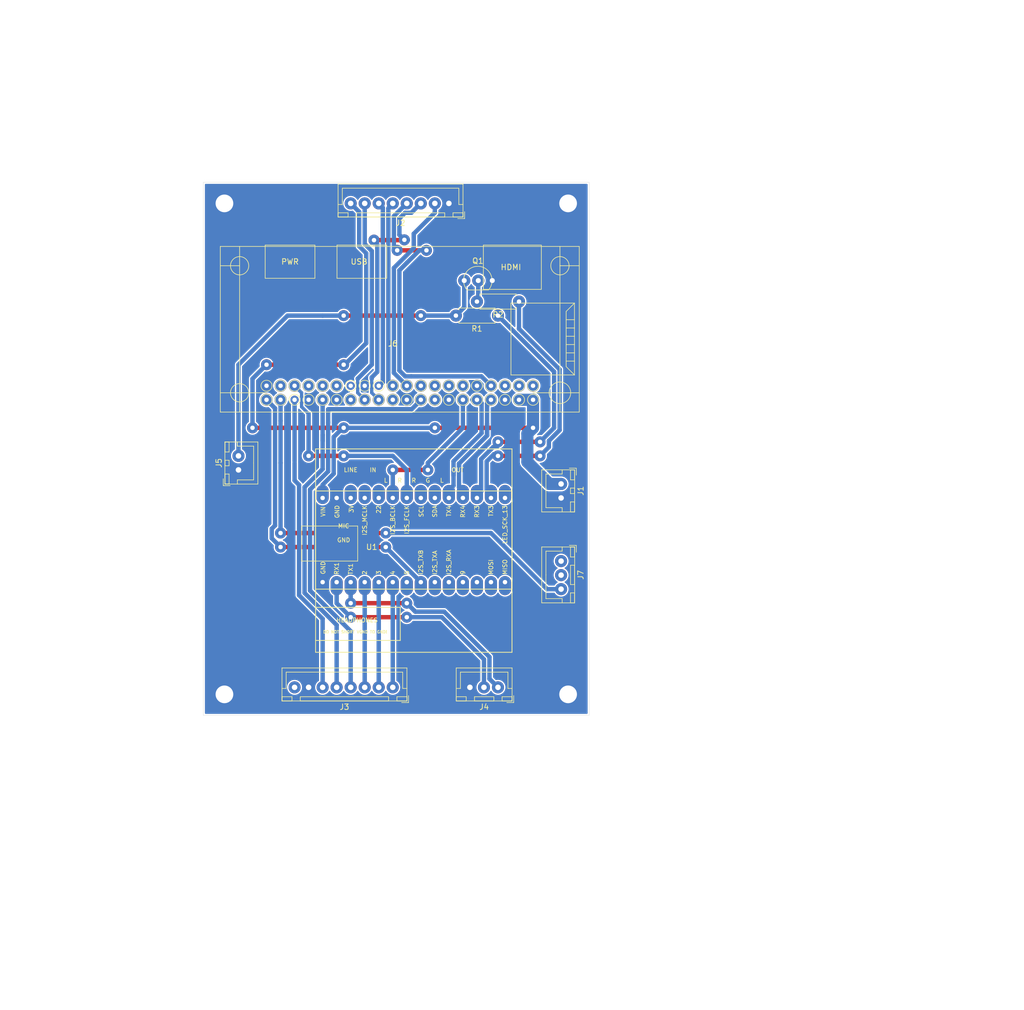
<source format=kicad_pcb>
(kicad_pcb (version 20171130) (host pcbnew "(5.1.6)-1")

  (general
    (thickness 1.6)
    (drawings 6)
    (tracks 259)
    (zones 0)
    (modules 11)
    (nets 58)
  )

  (page A4)
  (layers
    (0 F.Cu signal)
    (31 B.Cu signal)
    (32 B.Adhes user)
    (33 F.Adhes user)
    (34 B.Paste user)
    (35 F.Paste user)
    (36 B.SilkS user)
    (37 F.SilkS user)
    (38 B.Mask user)
    (39 F.Mask user)
    (40 Dwgs.User user)
    (41 Cmts.User user)
    (42 Eco1.User user)
    (43 Eco2.User user)
    (44 Edge.Cuts user)
    (45 Margin user)
    (46 B.CrtYd user)
    (47 F.CrtYd user)
    (48 B.Fab user)
    (49 F.Fab user)
  )

  (setup
    (last_trace_width 0.8)
    (user_trace_width 0.5)
    (user_trace_width 0.6)
    (user_trace_width 0.8)
    (user_trace_width 1.6)
    (user_trace_width 1.8)
    (user_trace_width 2)
    (user_trace_width 2.2)
    (trace_clearance 0.2)
    (zone_clearance 0.508)
    (zone_45_only no)
    (trace_min 0.2)
    (via_size 0.8)
    (via_drill 0.4)
    (via_min_size 0.4)
    (via_min_drill 0.3)
    (user_via 1.9 1.8)
    (user_via 2 0.8)
    (user_via 3.3 3.2)
    (uvia_size 0.3)
    (uvia_drill 0.1)
    (uvias_allowed no)
    (uvia_min_size 0.2)
    (uvia_min_drill 0.1)
    (edge_width 0.05)
    (segment_width 0.2)
    (pcb_text_width 0.3)
    (pcb_text_size 1.5 1.5)
    (mod_edge_width 0.12)
    (mod_text_size 1 1)
    (mod_text_width 0.15)
    (pad_size 1.5 1.5)
    (pad_drill 0.8)
    (pad_to_mask_clearance 0.05)
    (aux_axis_origin 26.67 116.84)
    (grid_origin 26.67 116.84)
    (visible_elements FFFFFF7F)
    (pcbplotparams
      (layerselection 0x010fc_ffffffff)
      (usegerberextensions false)
      (usegerberattributes true)
      (usegerberadvancedattributes true)
      (creategerberjobfile true)
      (excludeedgelayer true)
      (linewidth 0.100000)
      (plotframeref false)
      (viasonmask false)
      (mode 1)
      (useauxorigin false)
      (hpglpennumber 1)
      (hpglpenspeed 20)
      (hpglpendiameter 15.000000)
      (psnegative false)
      (psa4output false)
      (plotreference true)
      (plotvalue true)
      (plotinvisibletext false)
      (padsonsilk false)
      (subtractmaskfromsilk false)
      (outputformat 1)
      (mirror false)
      (drillshape 1)
      (scaleselection 1)
      (outputdirectory ""))
  )

  (net 0 "")
  (net 1 GND)
  (net 2 +5V)
  (net 3 RPI_MOSI)
  (net 4 RPI_LCD_CS)
  (net 5 RPI_LCD_DC)
  (net 6 RPI_MISO)
  (net 7 RPI_SCLK)
  (net 8 RPI_T_CS)
  (net 9 "Net-(J3-Pad8)")
  (net 10 LED_RPI_I2S_TX)
  (net 11 LED_RPI_I2S_RX)
  (net 12 LED_RPI_BUSY)
  (net 13 LED_RPI_RUN)
  (net 14 LED_RPI_READY)
  (net 15 LED_AUDIO_BUSY)
  (net 16 T40_TX1)
  (net 17 T40_RX1)
  (net 18 RPI_RUN)
  (net 19 "Net-(J6-Pad1)")
  (net 20 "Net-(J6-Pad3)")
  (net 21 "Net-(J6-Pad5)")
  (net 22 T40_RX4)
  (net 23 T40_TX4)
  (net 24 "Net-(J6-Pad11)")
  (net 25 I2S_BCLK)
  (net 26 "Net-(J6-Pad13)")
  (net 27 "Net-(J6-Pad15)")
  (net 28 "Net-(J6-Pad16)")
  (net 29 "Net-(J6-Pad17)")
  (net 30 RPI_READY)
  (net 31 "Net-(J6-Pad27)")
  (net 32 "Net-(J6-Pad28)")
  (net 33 "Net-(J6-Pad29)")
  (net 34 "Net-(J6-Pad31)")
  (net 35 "Net-(J6-Pad33)")
  (net 36 I2S_FCLK)
  (net 37 "Net-(J6-Pad37)")
  (net 38 I2S_TXB)
  (net 39 I2S_RXB)
  (net 40 "Net-(Q1-Pad2)")
  (net 41 SENS_PI_RUN)
  (net 42 PI_REBOOT)
  (net 43 "Net-(U1-Pad7)")
  (net 44 "Net-(U1-Pad9)")
  (net 45 "Net-(U1-Pad10)")
  (net 46 "Net-(U1-Pad11)")
  (net 47 "Net-(U1-Pad12)")
  (net 48 "Net-(U1-Pad13)")
  (net 49 "Net-(U1-Pad14)")
  (net 50 "Net-(U1-Pad15)")
  (net 51 "Net-(U1-Pad20)")
  (net 52 "Net-(U1-Pad21)")
  (net 53 "Net-(U1-Pad24)")
  (net 54 "Net-(U1-Pad25)")
  (net 55 "Net-(U1-Pad26)")
  (net 56 "Net-(J7-Pad2)")
  (net 57 "Net-(J7-Pad1)")

  (net_class Default "This is the default net class."
    (clearance 0.2)
    (trace_width 0.25)
    (via_dia 0.8)
    (via_drill 0.4)
    (uvia_dia 0.3)
    (uvia_drill 0.1)
    (add_net +5V)
    (add_net GND)
    (add_net I2S_BCLK)
    (add_net I2S_FCLK)
    (add_net I2S_RXB)
    (add_net I2S_TXB)
    (add_net LED_AUDIO_BUSY)
    (add_net LED_RPI_BUSY)
    (add_net LED_RPI_I2S_RX)
    (add_net LED_RPI_I2S_TX)
    (add_net LED_RPI_READY)
    (add_net LED_RPI_RUN)
    (add_net "Net-(J3-Pad8)")
    (add_net "Net-(J6-Pad1)")
    (add_net "Net-(J6-Pad11)")
    (add_net "Net-(J6-Pad13)")
    (add_net "Net-(J6-Pad15)")
    (add_net "Net-(J6-Pad16)")
    (add_net "Net-(J6-Pad17)")
    (add_net "Net-(J6-Pad27)")
    (add_net "Net-(J6-Pad28)")
    (add_net "Net-(J6-Pad29)")
    (add_net "Net-(J6-Pad3)")
    (add_net "Net-(J6-Pad31)")
    (add_net "Net-(J6-Pad33)")
    (add_net "Net-(J6-Pad37)")
    (add_net "Net-(J6-Pad5)")
    (add_net "Net-(J7-Pad1)")
    (add_net "Net-(J7-Pad2)")
    (add_net "Net-(Q1-Pad2)")
    (add_net "Net-(U1-Pad10)")
    (add_net "Net-(U1-Pad11)")
    (add_net "Net-(U1-Pad12)")
    (add_net "Net-(U1-Pad13)")
    (add_net "Net-(U1-Pad14)")
    (add_net "Net-(U1-Pad15)")
    (add_net "Net-(U1-Pad20)")
    (add_net "Net-(U1-Pad21)")
    (add_net "Net-(U1-Pad24)")
    (add_net "Net-(U1-Pad25)")
    (add_net "Net-(U1-Pad26)")
    (add_net "Net-(U1-Pad7)")
    (add_net "Net-(U1-Pad9)")
    (add_net PI_REBOOT)
    (add_net RPI_LCD_CS)
    (add_net RPI_LCD_DC)
    (add_net RPI_MISO)
    (add_net RPI_MOSI)
    (add_net RPI_READY)
    (add_net RPI_RUN)
    (add_net RPI_SCLK)
    (add_net RPI_T_CS)
    (add_net SENS_PI_RUN)
    (add_net T40_RX1)
    (add_net T40_RX4)
    (add_net T40_TX1)
    (add_net T40_TX4)
  )

  (module 0_my_footprints:myJSTx02 (layer F.Cu) (tedit 63C199EB) (tstamp 679E35F6)
    (at 91.44 74.93 270)
    (descr "JST XH series connector, B2B-XH-A (http://www.jst-mfg.com/product/pdf/eng/eXH.pdf), generated with kicad-footprint-generator")
    (tags "connector JST XH vertical")
    (path /679E8689)
    (fp_text reference J1 (at 1.25 -3.55 90) (layer F.SilkS)
      (effects (font (size 1 1) (thickness 0.15)))
    )
    (fp_text value rPi_5V (at 1.25 4.6 90) (layer F.Fab)
      (effects (font (size 1 1) (thickness 0.15)))
    )
    (fp_line (start -2.85 -2.75) (end -2.85 -1.5) (layer F.SilkS) (width 0.12))
    (fp_line (start -1.6 -2.75) (end -2.85 -2.75) (layer F.SilkS) (width 0.12))
    (fp_line (start 4.3 2.75) (end 1.25 2.75) (layer F.SilkS) (width 0.12))
    (fp_line (start 4.3 -0.2) (end 4.3 2.75) (layer F.SilkS) (width 0.12))
    (fp_line (start 5.05 -0.2) (end 4.3 -0.2) (layer F.SilkS) (width 0.12))
    (fp_line (start -1.8 2.75) (end 1.25 2.75) (layer F.SilkS) (width 0.12))
    (fp_line (start -1.8 -0.2) (end -1.8 2.75) (layer F.SilkS) (width 0.12))
    (fp_line (start -2.55 -0.2) (end -1.8 -0.2) (layer F.SilkS) (width 0.12))
    (fp_line (start 5.05 -2.45) (end 3.25 -2.45) (layer F.SilkS) (width 0.12))
    (fp_line (start 5.05 -1.7) (end 5.05 -2.45) (layer F.SilkS) (width 0.12))
    (fp_line (start 3.25 -1.7) (end 5.05 -1.7) (layer F.SilkS) (width 0.12))
    (fp_line (start 3.25 -2.45) (end 3.25 -1.7) (layer F.SilkS) (width 0.12))
    (fp_line (start -0.75 -2.45) (end -2.55 -2.45) (layer F.SilkS) (width 0.12))
    (fp_line (start -0.75 -1.7) (end -0.75 -2.45) (layer F.SilkS) (width 0.12))
    (fp_line (start -2.55 -1.7) (end -0.75 -1.7) (layer F.SilkS) (width 0.12))
    (fp_line (start -2.55 -2.45) (end -2.55 -1.7) (layer F.SilkS) (width 0.12))
    (fp_line (start 1.75 -2.45) (end 0.75 -2.45) (layer F.SilkS) (width 0.12))
    (fp_line (start 1.75 -1.7) (end 1.75 -2.45) (layer F.SilkS) (width 0.12))
    (fp_line (start 0.75 -1.7) (end 1.75 -1.7) (layer F.SilkS) (width 0.12))
    (fp_line (start 0.75 -2.45) (end 0.75 -1.7) (layer F.SilkS) (width 0.12))
    (fp_line (start 0 -1.35) (end 0.625 -2.35) (layer F.Fab) (width 0.1))
    (fp_line (start -0.625 -2.35) (end 0 -1.35) (layer F.Fab) (width 0.1))
    (fp_line (start 5.45 -2.85) (end -2.95 -2.85) (layer F.CrtYd) (width 0.05))
    (fp_line (start 5.45 3.9) (end 5.45 -2.85) (layer F.CrtYd) (width 0.05))
    (fp_line (start -2.95 3.9) (end 5.45 3.9) (layer F.CrtYd) (width 0.05))
    (fp_line (start -2.95 -2.85) (end -2.95 3.9) (layer F.CrtYd) (width 0.05))
    (fp_line (start 5.06 -2.46) (end -2.56 -2.46) (layer F.SilkS) (width 0.12))
    (fp_line (start 5.06 3.51) (end 5.06 -2.46) (layer F.SilkS) (width 0.12))
    (fp_line (start -2.56 3.51) (end 5.06 3.51) (layer F.SilkS) (width 0.12))
    (fp_line (start -2.56 -2.46) (end -2.56 3.51) (layer F.SilkS) (width 0.12))
    (fp_line (start 4.95 -2.35) (end -2.45 -2.35) (layer F.Fab) (width 0.1))
    (fp_line (start 4.95 3.4) (end 4.95 -2.35) (layer F.Fab) (width 0.1))
    (fp_line (start -2.45 3.4) (end 4.95 3.4) (layer F.Fab) (width 0.1))
    (fp_line (start -2.45 -2.35) (end -2.45 3.4) (layer F.Fab) (width 0.1))
    (fp_text user %R (at 1.25 2.7 90) (layer F.Fab)
      (effects (font (size 1 1) (thickness 0.15)))
    )
    (pad 1 thru_hole circle (at 0 0 270) (size 2.2 2.2) (drill 1) (layers *.Cu *.Mask)
      (net 2 +5V))
    (pad 2 thru_hole circle (at 2.54 0 270) (size 2.2 2.2) (drill 1) (layers *.Cu *.Mask)
      (net 1 GND))
    (model ${KISYS3DMOD}/Connector_JST.3dshapes/JST_XH_B2B-XH-A_1x02_P2.50mm_Vertical.wrl
      (at (xyz 0 0 0))
      (scale (xyz 1 1 1))
      (rotate (xyz 0 0 0))
    )
  )

  (module 0_my_footprints:myJSTx08 (layer F.Cu) (tedit 63C19EB8) (tstamp 679E3625)
    (at 71.12 24.13 180)
    (descr "JST XH series connector, B8B-XH-A (http://www.jst-mfg.com/product/pdf/eng/eXH.pdf), generated with kicad-footprint-generator")
    (tags "connector JST XH vertical")
    (path /67986515)
    (fp_text reference J2 (at 8.75 -3.55) (layer F.SilkS)
      (effects (font (size 1 1) (thickness 0.15)))
    )
    (fp_text value RPI_DISPLAY (at 8.75 4.6) (layer F.Fab)
      (effects (font (size 1 1) (thickness 0.15)))
    )
    (fp_line (start -2.85 -2.75) (end -2.85 -1.5) (layer F.SilkS) (width 0.12))
    (fp_line (start -1.6 -2.75) (end -2.85 -2.75) (layer F.SilkS) (width 0.12))
    (fp_line (start 19.3 2.75) (end 8.75 2.75) (layer F.SilkS) (width 0.12))
    (fp_line (start 19.3 -0.2) (end 19.3 2.75) (layer F.SilkS) (width 0.12))
    (fp_line (start 20.05 -0.2) (end 19.3 -0.2) (layer F.SilkS) (width 0.12))
    (fp_line (start -1.8 2.75) (end 8.75 2.75) (layer F.SilkS) (width 0.12))
    (fp_line (start -1.8 -0.2) (end -1.8 2.75) (layer F.SilkS) (width 0.12))
    (fp_line (start -2.55 -0.2) (end -1.8 -0.2) (layer F.SilkS) (width 0.12))
    (fp_line (start 20.05 -2.45) (end 18.25 -2.45) (layer F.SilkS) (width 0.12))
    (fp_line (start 20.05 -1.7) (end 20.05 -2.45) (layer F.SilkS) (width 0.12))
    (fp_line (start 18.25 -1.7) (end 20.05 -1.7) (layer F.SilkS) (width 0.12))
    (fp_line (start 18.25 -2.45) (end 18.25 -1.7) (layer F.SilkS) (width 0.12))
    (fp_line (start -0.75 -2.45) (end -2.55 -2.45) (layer F.SilkS) (width 0.12))
    (fp_line (start -0.75 -1.7) (end -0.75 -2.45) (layer F.SilkS) (width 0.12))
    (fp_line (start -2.55 -1.7) (end -0.75 -1.7) (layer F.SilkS) (width 0.12))
    (fp_line (start -2.55 -2.45) (end -2.55 -1.7) (layer F.SilkS) (width 0.12))
    (fp_line (start 16.75 -2.45) (end 0.75 -2.45) (layer F.SilkS) (width 0.12))
    (fp_line (start 16.75 -1.7) (end 16.75 -2.45) (layer F.SilkS) (width 0.12))
    (fp_line (start 0.75 -1.7) (end 16.75 -1.7) (layer F.SilkS) (width 0.12))
    (fp_line (start 0.75 -2.45) (end 0.75 -1.7) (layer F.SilkS) (width 0.12))
    (fp_line (start 0 -1.35) (end 0.625 -2.35) (layer F.Fab) (width 0.1))
    (fp_line (start -0.625 -2.35) (end 0 -1.35) (layer F.Fab) (width 0.1))
    (fp_line (start 20.45 -2.85) (end -2.95 -2.85) (layer F.CrtYd) (width 0.05))
    (fp_line (start 20.45 3.9) (end 20.45 -2.85) (layer F.CrtYd) (width 0.05))
    (fp_line (start -2.95 3.9) (end 20.45 3.9) (layer F.CrtYd) (width 0.05))
    (fp_line (start -2.95 -2.85) (end -2.95 3.9) (layer F.CrtYd) (width 0.05))
    (fp_line (start 20.06 -2.46) (end -2.56 -2.46) (layer F.SilkS) (width 0.12))
    (fp_line (start 20.06 3.51) (end 20.06 -2.46) (layer F.SilkS) (width 0.12))
    (fp_line (start -2.56 3.51) (end 20.06 3.51) (layer F.SilkS) (width 0.12))
    (fp_line (start -2.56 -2.46) (end -2.56 3.51) (layer F.SilkS) (width 0.12))
    (fp_line (start 19.95 -2.35) (end -2.45 -2.35) (layer F.Fab) (width 0.1))
    (fp_line (start 19.95 3.4) (end 19.95 -2.35) (layer F.Fab) (width 0.1))
    (fp_line (start -2.45 3.4) (end 19.95 3.4) (layer F.Fab) (width 0.1))
    (fp_line (start -2.45 -2.35) (end -2.45 3.4) (layer F.Fab) (width 0.1))
    (fp_text user %R (at 8.75 2.7) (layer F.Fab)
      (effects (font (size 1 1) (thickness 0.15)))
    )
    (pad 1 thru_hole circle (at 0 0 180) (size 2.2 2.2) (drill 1) (layers *.Cu *.Mask)
      (net 1 GND))
    (pad 2 thru_hole circle (at 2.54 0 180) (size 2.2 2.2) (drill 1) (layers *.Cu *.Mask)
      (net 3 RPI_MOSI))
    (pad 3 thru_hole circle (at 5.08 0 180) (size 2.2 2.2) (drill 1) (layers *.Cu *.Mask)
      (net 4 RPI_LCD_CS))
    (pad 4 thru_hole circle (at 7.62 0 180) (size 2.2 2.2) (drill 1) (layers *.Cu *.Mask)
      (net 5 RPI_LCD_DC))
    (pad 5 thru_hole circle (at 10.16 0 180) (size 2.2 2.2) (drill 1) (layers *.Cu *.Mask)
      (net 6 RPI_MISO))
    (pad 6 thru_hole circle (at 12.7 0 180) (size 2.2 2.2) (drill 1) (layers *.Cu *.Mask)
      (net 7 RPI_SCLK))
    (pad 7 thru_hole circle (at 15.24 0 180) (size 2.2 2.2) (drill 1) (layers *.Cu *.Mask)
      (net 8 RPI_T_CS))
    (pad 8 thru_hole circle (at 17.78 0 180) (size 2.2 2.2) (drill 1) (layers *.Cu *.Mask)
      (net 2 +5V))
    (model ${KISYS3DMOD}/Connector_JST.3dshapes/JST_XH_B8B-XH-A_1x08_P2.50mm_Vertical.wrl
      (at (xyz 0 0 0))
      (scale (xyz 1 1 1))
      (rotate (xyz 0 0 0))
    )
  )

  (module 0_my_footprints:myJSTx08 (layer F.Cu) (tedit 63C19EB8) (tstamp 679E3654)
    (at 60.96 111.76 180)
    (descr "JST XH series connector, B8B-XH-A (http://www.jst-mfg.com/product/pdf/eng/eXH.pdf), generated with kicad-footprint-generator")
    (tags "connector JST XH vertical")
    (path /67B2FCBF)
    (fp_text reference J3 (at 8.75 -3.55) (layer F.SilkS)
      (effects (font (size 1 1) (thickness 0.15)))
    )
    (fp_text value EXT_LEDS (at 8.75 4.6) (layer F.Fab)
      (effects (font (size 1 1) (thickness 0.15)))
    )
    (fp_text user %R (at 8.75 2.7) (layer F.Fab)
      (effects (font (size 1 1) (thickness 0.15)))
    )
    (fp_line (start -2.45 -2.35) (end -2.45 3.4) (layer F.Fab) (width 0.1))
    (fp_line (start -2.45 3.4) (end 19.95 3.4) (layer F.Fab) (width 0.1))
    (fp_line (start 19.95 3.4) (end 19.95 -2.35) (layer F.Fab) (width 0.1))
    (fp_line (start 19.95 -2.35) (end -2.45 -2.35) (layer F.Fab) (width 0.1))
    (fp_line (start -2.56 -2.46) (end -2.56 3.51) (layer F.SilkS) (width 0.12))
    (fp_line (start -2.56 3.51) (end 20.06 3.51) (layer F.SilkS) (width 0.12))
    (fp_line (start 20.06 3.51) (end 20.06 -2.46) (layer F.SilkS) (width 0.12))
    (fp_line (start 20.06 -2.46) (end -2.56 -2.46) (layer F.SilkS) (width 0.12))
    (fp_line (start -2.95 -2.85) (end -2.95 3.9) (layer F.CrtYd) (width 0.05))
    (fp_line (start -2.95 3.9) (end 20.45 3.9) (layer F.CrtYd) (width 0.05))
    (fp_line (start 20.45 3.9) (end 20.45 -2.85) (layer F.CrtYd) (width 0.05))
    (fp_line (start 20.45 -2.85) (end -2.95 -2.85) (layer F.CrtYd) (width 0.05))
    (fp_line (start -0.625 -2.35) (end 0 -1.35) (layer F.Fab) (width 0.1))
    (fp_line (start 0 -1.35) (end 0.625 -2.35) (layer F.Fab) (width 0.1))
    (fp_line (start 0.75 -2.45) (end 0.75 -1.7) (layer F.SilkS) (width 0.12))
    (fp_line (start 0.75 -1.7) (end 16.75 -1.7) (layer F.SilkS) (width 0.12))
    (fp_line (start 16.75 -1.7) (end 16.75 -2.45) (layer F.SilkS) (width 0.12))
    (fp_line (start 16.75 -2.45) (end 0.75 -2.45) (layer F.SilkS) (width 0.12))
    (fp_line (start -2.55 -2.45) (end -2.55 -1.7) (layer F.SilkS) (width 0.12))
    (fp_line (start -2.55 -1.7) (end -0.75 -1.7) (layer F.SilkS) (width 0.12))
    (fp_line (start -0.75 -1.7) (end -0.75 -2.45) (layer F.SilkS) (width 0.12))
    (fp_line (start -0.75 -2.45) (end -2.55 -2.45) (layer F.SilkS) (width 0.12))
    (fp_line (start 18.25 -2.45) (end 18.25 -1.7) (layer F.SilkS) (width 0.12))
    (fp_line (start 18.25 -1.7) (end 20.05 -1.7) (layer F.SilkS) (width 0.12))
    (fp_line (start 20.05 -1.7) (end 20.05 -2.45) (layer F.SilkS) (width 0.12))
    (fp_line (start 20.05 -2.45) (end 18.25 -2.45) (layer F.SilkS) (width 0.12))
    (fp_line (start -2.55 -0.2) (end -1.8 -0.2) (layer F.SilkS) (width 0.12))
    (fp_line (start -1.8 -0.2) (end -1.8 2.75) (layer F.SilkS) (width 0.12))
    (fp_line (start -1.8 2.75) (end 8.75 2.75) (layer F.SilkS) (width 0.12))
    (fp_line (start 20.05 -0.2) (end 19.3 -0.2) (layer F.SilkS) (width 0.12))
    (fp_line (start 19.3 -0.2) (end 19.3 2.75) (layer F.SilkS) (width 0.12))
    (fp_line (start 19.3 2.75) (end 8.75 2.75) (layer F.SilkS) (width 0.12))
    (fp_line (start -1.6 -2.75) (end -2.85 -2.75) (layer F.SilkS) (width 0.12))
    (fp_line (start -2.85 -2.75) (end -2.85 -1.5) (layer F.SilkS) (width 0.12))
    (pad 8 thru_hole circle (at 17.78 0 180) (size 2.2 2.2) (drill 1) (layers *.Cu *.Mask)
      (net 9 "Net-(J3-Pad8)"))
    (pad 7 thru_hole circle (at 15.24 0 180) (size 2.2 2.2) (drill 1) (layers *.Cu *.Mask)
      (net 1 GND))
    (pad 6 thru_hole circle (at 12.7 0 180) (size 2.2 2.2) (drill 1) (layers *.Cu *.Mask)
      (net 10 LED_RPI_I2S_TX))
    (pad 5 thru_hole circle (at 10.16 0 180) (size 2.2 2.2) (drill 1) (layers *.Cu *.Mask)
      (net 11 LED_RPI_I2S_RX))
    (pad 4 thru_hole circle (at 7.62 0 180) (size 2.2 2.2) (drill 1) (layers *.Cu *.Mask)
      (net 12 LED_RPI_BUSY))
    (pad 3 thru_hole circle (at 5.08 0 180) (size 2.2 2.2) (drill 1) (layers *.Cu *.Mask)
      (net 15 LED_AUDIO_BUSY))
    (pad 2 thru_hole circle (at 2.54 0 180) (size 2.2 2.2) (drill 1) (layers *.Cu *.Mask)
      (net 14 LED_RPI_READY))
    (pad 1 thru_hole circle (at 0 0 180) (size 2.2 2.2) (drill 1) (layers *.Cu *.Mask)
      (net 13 LED_RPI_RUN))
    (model ${KISYS3DMOD}/Connector_JST.3dshapes/JST_XH_B8B-XH-A_1x08_P2.50mm_Vertical.wrl
      (at (xyz 0 0 0))
      (scale (xyz 1 1 1))
      (rotate (xyz 0 0 0))
    )
  )

  (module 0_my_footprints:myJSTx03 (layer F.Cu) (tedit 63C19D3D) (tstamp 679E367E)
    (at 80.01 111.76 180)
    (descr "JST XH series connector, B3B-XH-A (http://www.jst-mfg.com/product/pdf/eng/eXH.pdf), generated with kicad-footprint-generator")
    (tags "connector JST XH vertical")
    (path /64D54F6F)
    (fp_text reference J4 (at 2.5 -3.55) (layer F.SilkS)
      (effects (font (size 1 1) (thickness 0.15)))
    )
    (fp_text value "TE3 SERIAL" (at 2.5 4.6) (layer F.Fab)
      (effects (font (size 1 1) (thickness 0.15)))
    )
    (fp_line (start -2.85 -2.75) (end -2.85 -1.5) (layer F.SilkS) (width 0.12))
    (fp_line (start -1.6 -2.75) (end -2.85 -2.75) (layer F.SilkS) (width 0.12))
    (fp_line (start 6.8 2.75) (end 2.5 2.75) (layer F.SilkS) (width 0.12))
    (fp_line (start 6.8 -0.2) (end 6.8 2.75) (layer F.SilkS) (width 0.12))
    (fp_line (start 7.55 -0.2) (end 6.8 -0.2) (layer F.SilkS) (width 0.12))
    (fp_line (start -1.8 2.75) (end 2.5 2.75) (layer F.SilkS) (width 0.12))
    (fp_line (start -1.8 -0.2) (end -1.8 2.75) (layer F.SilkS) (width 0.12))
    (fp_line (start -2.55 -0.2) (end -1.8 -0.2) (layer F.SilkS) (width 0.12))
    (fp_line (start 7.55 -2.45) (end 5.75 -2.45) (layer F.SilkS) (width 0.12))
    (fp_line (start 7.55 -1.7) (end 7.55 -2.45) (layer F.SilkS) (width 0.12))
    (fp_line (start 5.75 -1.7) (end 7.55 -1.7) (layer F.SilkS) (width 0.12))
    (fp_line (start 5.75 -2.45) (end 5.75 -1.7) (layer F.SilkS) (width 0.12))
    (fp_line (start -0.75 -2.45) (end -2.55 -2.45) (layer F.SilkS) (width 0.12))
    (fp_line (start -0.75 -1.7) (end -0.75 -2.45) (layer F.SilkS) (width 0.12))
    (fp_line (start -2.55 -1.7) (end -0.75 -1.7) (layer F.SilkS) (width 0.12))
    (fp_line (start -2.55 -2.45) (end -2.55 -1.7) (layer F.SilkS) (width 0.12))
    (fp_line (start 4.25 -2.45) (end 0.75 -2.45) (layer F.SilkS) (width 0.12))
    (fp_line (start 4.25 -1.7) (end 4.25 -2.45) (layer F.SilkS) (width 0.12))
    (fp_line (start 0.75 -1.7) (end 4.25 -1.7) (layer F.SilkS) (width 0.12))
    (fp_line (start 0.75 -2.45) (end 0.75 -1.7) (layer F.SilkS) (width 0.12))
    (fp_line (start 0 -1.35) (end 0.625 -2.35) (layer F.Fab) (width 0.1))
    (fp_line (start -0.625 -2.35) (end 0 -1.35) (layer F.Fab) (width 0.1))
    (fp_line (start 7.95 -2.85) (end -2.95 -2.85) (layer F.CrtYd) (width 0.05))
    (fp_line (start 7.95 3.9) (end 7.95 -2.85) (layer F.CrtYd) (width 0.05))
    (fp_line (start -2.95 3.9) (end 7.95 3.9) (layer F.CrtYd) (width 0.05))
    (fp_line (start -2.95 -2.85) (end -2.95 3.9) (layer F.CrtYd) (width 0.05))
    (fp_line (start 7.56 -2.46) (end -2.56 -2.46) (layer F.SilkS) (width 0.12))
    (fp_line (start 7.56 3.51) (end 7.56 -2.46) (layer F.SilkS) (width 0.12))
    (fp_line (start -2.56 3.51) (end 7.56 3.51) (layer F.SilkS) (width 0.12))
    (fp_line (start -2.56 -2.46) (end -2.56 3.51) (layer F.SilkS) (width 0.12))
    (fp_line (start 7.45 -2.35) (end -2.45 -2.35) (layer F.Fab) (width 0.1))
    (fp_line (start 7.45 3.4) (end 7.45 -2.35) (layer F.Fab) (width 0.1))
    (fp_line (start -2.45 3.4) (end 7.45 3.4) (layer F.Fab) (width 0.1))
    (fp_line (start -2.45 -2.35) (end -2.45 3.4) (layer F.Fab) (width 0.1))
    (fp_text user %R (at 2.5 2.7) (layer F.Fab)
      (effects (font (size 1 1) (thickness 0.15)))
    )
    (pad 1 thru_hole circle (at 0 0 180) (size 2.2 2.2) (drill 1) (layers *.Cu *.Mask)
      (net 16 T40_TX1))
    (pad 2 thru_hole circle (at 2.54 0 180) (size 2.2 2.2) (drill 1) (layers *.Cu *.Mask)
      (net 17 T40_RX1))
    (pad 3 thru_hole circle (at 5.08 0 180) (size 2.2 2.2) (drill 1) (layers *.Cu *.Mask)
      (net 1 GND))
    (model ${KISYS3DMOD}/Connector_JST.3dshapes/JST_XH_B3B-XH-A_1x03_P2.50mm_Vertical.wrl
      (at (xyz 0 0 0))
      (scale (xyz 1 1 1))
      (rotate (xyz 0 0 0))
    )
  )

  (module 0_my_footprints:myJSTx02 (layer F.Cu) (tedit 63C199EB) (tstamp 679E36A7)
    (at 33.02 72.39 90)
    (descr "JST XH series connector, B2B-XH-A (http://www.jst-mfg.com/product/pdf/eng/eXH.pdf), generated with kicad-footprint-generator")
    (tags "connector JST XH vertical")
    (path /679E6862)
    (fp_text reference J5 (at 1.25 -3.55 90) (layer F.SilkS)
      (effects (font (size 1 1) (thickness 0.15)))
    )
    (fp_text value RPI_RUN (at 1.25 4.6 90) (layer F.Fab)
      (effects (font (size 1 1) (thickness 0.15)))
    )
    (fp_text user %R (at 1.25 2.7 90) (layer F.Fab)
      (effects (font (size 1 1) (thickness 0.15)))
    )
    (fp_line (start -2.45 -2.35) (end -2.45 3.4) (layer F.Fab) (width 0.1))
    (fp_line (start -2.45 3.4) (end 4.95 3.4) (layer F.Fab) (width 0.1))
    (fp_line (start 4.95 3.4) (end 4.95 -2.35) (layer F.Fab) (width 0.1))
    (fp_line (start 4.95 -2.35) (end -2.45 -2.35) (layer F.Fab) (width 0.1))
    (fp_line (start -2.56 -2.46) (end -2.56 3.51) (layer F.SilkS) (width 0.12))
    (fp_line (start -2.56 3.51) (end 5.06 3.51) (layer F.SilkS) (width 0.12))
    (fp_line (start 5.06 3.51) (end 5.06 -2.46) (layer F.SilkS) (width 0.12))
    (fp_line (start 5.06 -2.46) (end -2.56 -2.46) (layer F.SilkS) (width 0.12))
    (fp_line (start -2.95 -2.85) (end -2.95 3.9) (layer F.CrtYd) (width 0.05))
    (fp_line (start -2.95 3.9) (end 5.45 3.9) (layer F.CrtYd) (width 0.05))
    (fp_line (start 5.45 3.9) (end 5.45 -2.85) (layer F.CrtYd) (width 0.05))
    (fp_line (start 5.45 -2.85) (end -2.95 -2.85) (layer F.CrtYd) (width 0.05))
    (fp_line (start -0.625 -2.35) (end 0 -1.35) (layer F.Fab) (width 0.1))
    (fp_line (start 0 -1.35) (end 0.625 -2.35) (layer F.Fab) (width 0.1))
    (fp_line (start 0.75 -2.45) (end 0.75 -1.7) (layer F.SilkS) (width 0.12))
    (fp_line (start 0.75 -1.7) (end 1.75 -1.7) (layer F.SilkS) (width 0.12))
    (fp_line (start 1.75 -1.7) (end 1.75 -2.45) (layer F.SilkS) (width 0.12))
    (fp_line (start 1.75 -2.45) (end 0.75 -2.45) (layer F.SilkS) (width 0.12))
    (fp_line (start -2.55 -2.45) (end -2.55 -1.7) (layer F.SilkS) (width 0.12))
    (fp_line (start -2.55 -1.7) (end -0.75 -1.7) (layer F.SilkS) (width 0.12))
    (fp_line (start -0.75 -1.7) (end -0.75 -2.45) (layer F.SilkS) (width 0.12))
    (fp_line (start -0.75 -2.45) (end -2.55 -2.45) (layer F.SilkS) (width 0.12))
    (fp_line (start 3.25 -2.45) (end 3.25 -1.7) (layer F.SilkS) (width 0.12))
    (fp_line (start 3.25 -1.7) (end 5.05 -1.7) (layer F.SilkS) (width 0.12))
    (fp_line (start 5.05 -1.7) (end 5.05 -2.45) (layer F.SilkS) (width 0.12))
    (fp_line (start 5.05 -2.45) (end 3.25 -2.45) (layer F.SilkS) (width 0.12))
    (fp_line (start -2.55 -0.2) (end -1.8 -0.2) (layer F.SilkS) (width 0.12))
    (fp_line (start -1.8 -0.2) (end -1.8 2.75) (layer F.SilkS) (width 0.12))
    (fp_line (start -1.8 2.75) (end 1.25 2.75) (layer F.SilkS) (width 0.12))
    (fp_line (start 5.05 -0.2) (end 4.3 -0.2) (layer F.SilkS) (width 0.12))
    (fp_line (start 4.3 -0.2) (end 4.3 2.75) (layer F.SilkS) (width 0.12))
    (fp_line (start 4.3 2.75) (end 1.25 2.75) (layer F.SilkS) (width 0.12))
    (fp_line (start -1.6 -2.75) (end -2.85 -2.75) (layer F.SilkS) (width 0.12))
    (fp_line (start -2.85 -2.75) (end -2.85 -1.5) (layer F.SilkS) (width 0.12))
    (pad 2 thru_hole circle (at 2.54 0 90) (size 2.2 2.2) (drill 1) (layers *.Cu *.Mask)
      (net 18 RPI_RUN))
    (pad 1 thru_hole circle (at 0 0 90) (size 2.2 2.2) (drill 1) (layers *.Cu *.Mask)
      (net 1 GND))
    (model ${KISYS3DMOD}/Connector_JST.3dshapes/JST_XH_B2B-XH-A_1x02_P2.50mm_Vertical.wrl
      (at (xyz 0 0 0))
      (scale (xyz 1 1 1))
      (rotate (xyz 0 0 0))
    )
  )

  (module 0_my_footprints2:rpi_zero_2w (layer F.Cu) (tedit 679E35F2) (tstamp 679E372F)
    (at 86.36 59.69)
    (path /67943AF8)
    (fp_text reference J6 (at -25.4 -10.16) (layer F.SilkS)
      (effects (font (size 1 1) (thickness 0.15)))
    )
    (fp_text value rpi_connector (at -25.4 -13.97) (layer F.Fab)
      (effects (font (size 1 1) (thickness 0.15)))
    )
    (fp_line (start -26.5 -28) (end -35.5 -28) (layer F.SilkS) (width 0.12))
    (fp_line (start -26.5 -22) (end -26.5 -28) (layer F.SilkS) (width 0.12))
    (fp_line (start -35.5 -22) (end -26.5 -22) (layer F.SilkS) (width 0.12))
    (fp_line (start -35.5 -28) (end -35.5 -22) (layer F.SilkS) (width 0.12))
    (fp_line (start -39.5 -28) (end -48.5 -28) (layer F.SilkS) (width 0.12))
    (fp_line (start -39.5 -22) (end -39.5 -28) (layer F.SilkS) (width 0.12))
    (fp_line (start -48.5 -22) (end -39.5 -22) (layer F.SilkS) (width 0.12))
    (fp_line (start -48.5 -28) (end -48.5 -22) (layer F.SilkS) (width 0.12))
    (fp_line (start -9 -28) (end 1.5 -28) (layer F.SilkS) (width 0.12))
    (fp_line (start -9 -20) (end -9 -28) (layer F.SilkS) (width 0.12))
    (fp_line (start 1.5 -20) (end -9 -20) (layer F.SilkS) (width 0.12))
    (fp_line (start 1.5 -28) (end 1.5 -20) (layer F.SilkS) (width 0.12))
    (fp_line (start 6 -14.5) (end 7.5 -14.5) (layer F.SilkS) (width 0.12))
    (fp_line (start 6 -13) (end 7.5 -13) (layer F.SilkS) (width 0.12))
    (fp_line (start 6 -11.5) (end 7.5 -11.5) (layer F.SilkS) (width 0.12))
    (fp_line (start 6 -10) (end 7.5 -10) (layer F.SilkS) (width 0.12))
    (fp_line (start 6 -8.5) (end 7.5 -8.5) (layer F.SilkS) (width 0.12))
    (fp_line (start 6 -7) (end 7.5 -7) (layer F.SilkS) (width 0.12))
    (fp_line (start 6 -6) (end 7.5 -4.5) (layer F.SilkS) (width 0.12))
    (fp_line (start 6 -16) (end 6 -6) (layer F.SilkS) (width 0.12))
    (fp_line (start 7.5 -17.5) (end 6 -16) (layer F.SilkS) (width 0.12))
    (fp_line (start -4 -4.5) (end 7.5 -4.5) (layer F.SilkS) (width 0.12))
    (fp_line (start -4 -17.5) (end -4 -4.5) (layer F.SilkS) (width 0.12))
    (fp_line (start 7.5 -17.5) (end -4 -17.5) (layer F.SilkS) (width 0.12))
    (fp_line (start 7.5 -4.5) (end 7.5 -17.5) (layer F.SilkS) (width 0.12))
    (fp_circle (center -22.86 -2.54) (end -21.86 -2.54) (layer F.SilkS) (width 0.12))
    (fp_circle (center -20.32 -2.54) (end -19.32 -2.54) (layer F.SilkS) (width 0.12))
    (fp_circle (center -20.32 0) (end -19.32 0) (layer F.SilkS) (width 0.12))
    (fp_circle (center -22.86 0) (end -21.86 0) (layer F.SilkS) (width 0.12))
    (fp_circle (center -17.78 -2.54) (end -16.78 -2.54) (layer F.SilkS) (width 0.12))
    (fp_circle (center -17.78 0) (end -16.78 0) (layer F.SilkS) (width 0.12))
    (fp_circle (center -15.24 -2.54) (end -14.24 -2.54) (layer F.SilkS) (width 0.12))
    (fp_circle (center -15.24 0) (end -14.24 0) (layer F.SilkS) (width 0.12))
    (fp_circle (center -12.7 -2.54) (end -11.7 -2.54) (layer F.SilkS) (width 0.12))
    (fp_circle (center -12.7 0) (end -11.7 0) (layer F.SilkS) (width 0.12))
    (fp_circle (center -10.16 -2.54) (end -9.16 -2.54) (layer F.SilkS) (width 0.12))
    (fp_circle (center -10.16 0) (end -9.16 0) (layer F.SilkS) (width 0.12))
    (fp_circle (center -7.62 -2.54) (end -6.62 -2.54) (layer F.SilkS) (width 0.12))
    (fp_circle (center -7.62 0) (end -6.62 0) (layer F.SilkS) (width 0.12))
    (fp_circle (center -5.08 -2.54) (end -4.08 -2.54) (layer F.SilkS) (width 0.12))
    (fp_circle (center -5.08 0) (end -4.08 0) (layer F.SilkS) (width 0.12))
    (fp_circle (center -2.54 -2.54) (end -1.54 -2.54) (layer F.SilkS) (width 0.12))
    (fp_circle (center -2.54 0) (end -1.54 0) (layer F.SilkS) (width 0.12))
    (fp_circle (center 0 -2.54) (end 1 -2.54) (layer F.SilkS) (width 0.12))
    (fp_circle (center 0 0) (end 1 0) (layer F.SilkS) (width 0.12))
    (fp_circle (center -48.26 -2.54) (end -47.26 -2.54) (layer F.SilkS) (width 0.12))
    (fp_circle (center -43.18 0) (end -42.18 0) (layer F.SilkS) (width 0.12))
    (fp_circle (center -35.56 -2.54) (end -34.56 -2.54) (layer F.SilkS) (width 0.12))
    (fp_circle (center -40.64 -2.54) (end -39.64 -2.54) (layer F.SilkS) (width 0.12))
    (fp_circle (center -35.56 0) (end -34.56 0) (layer F.SilkS) (width 0.12))
    (fp_circle (center -25.4 -2.54) (end -24.4 -2.54) (layer F.SilkS) (width 0.12))
    (fp_circle (center -30.48 -2.54) (end -29.48 -2.54) (layer F.SilkS) (width 0.12))
    (fp_circle (center -27.94 -2.54) (end -26.94 -2.54) (layer F.SilkS) (width 0.12))
    (fp_circle (center -45.72 0) (end -44.72 0) (layer F.SilkS) (width 0.12))
    (fp_circle (center -27.94 0) (end -26.94 0) (layer F.SilkS) (width 0.12))
    (fp_circle (center -40.64 0) (end -39.64 0) (layer F.SilkS) (width 0.12))
    (fp_circle (center -30.48 0) (end -29.48 0) (layer F.SilkS) (width 0.12))
    (fp_circle (center -45.72 -2.54) (end -44.72 -2.54) (layer F.SilkS) (width 0.12))
    (fp_circle (center -33.02 -2.54) (end -32.02 -2.54) (layer F.SilkS) (width 0.12))
    (fp_circle (center -38.1 0) (end -37.1 0) (layer F.SilkS) (width 0.12))
    (fp_circle (center -33.02 0) (end -32.02 0) (layer F.SilkS) (width 0.12))
    (fp_circle (center -38.1 -2.54) (end -37.1 -2.54) (layer F.SilkS) (width 0.12))
    (fp_circle (center -25.4 0) (end -24.4 0) (layer F.SilkS) (width 0.12))
    (fp_circle (center -48.26 0) (end -47.26 0) (layer F.SilkS) (width 0.12))
    (fp_circle (center -43.18 -2.54) (end -42.18 -2.54) (layer F.SilkS) (width 0.12))
    (fp_line (start 0 -1.27) (end 4.87 -1.27) (layer F.SilkS) (width 0.12))
    (fp_circle (center 4.87 -1.27) (end 6.35 0) (layer F.SilkS) (width 0.12))
    (fp_line (start -48.26 -1.27) (end -53.13 -1.27) (layer F.SilkS) (width 0.12))
    (fp_circle (center -53.13 -1.27) (end -52.07 0) (layer F.SilkS) (width 0.12))
    (fp_line (start -53.13 -1.27) (end -53.13 2.23) (layer F.SilkS) (width 0.12))
    (fp_line (start 4.87 -1.27) (end 4.87 2.23) (layer F.SilkS) (width 0.12))
    (fp_line (start 4.87 -1.27) (end 8.37 -1.27) (layer F.SilkS) (width 0.12))
    (fp_line (start -53.13 -1.27) (end -56.63 -1.27) (layer F.SilkS) (width 0.12))
    (fp_line (start 4.87 -1.27) (end 4.87 -24.27) (layer F.SilkS) (width 0.12))
    (fp_line (start -53.13 -1.27) (end -53.13 -24.27) (layer F.SilkS) (width 0.12))
    (fp_circle (center -53.13 -24.27) (end -52.07 -23) (layer F.SilkS) (width 0.12))
    (fp_circle (center 4.87 -24.27) (end 5.93 -23) (layer F.SilkS) (width 0.12))
    (fp_line (start 4.87 -24.27) (end 8.37 -24.27) (layer F.SilkS) (width 0.12))
    (fp_line (start 4.87 -24.27) (end 4.87 -27.77) (layer F.SilkS) (width 0.12))
    (fp_line (start -53.13 -24.27) (end -56.63 -24.27) (layer F.SilkS) (width 0.12))
    (fp_line (start -53.13 -24.27) (end -53.13 -27.77) (layer F.SilkS) (width 0.12))
    (fp_line (start -56.63 -24.27) (end -56.63 -1.27) (layer F.SilkS) (width 0.12))
    (fp_line (start -56.63 -1.27) (end -56.63 2.23) (layer F.SilkS) (width 0.12))
    (fp_line (start 8.37 -1.27) (end 8.37 2.23) (layer F.SilkS) (width 0.12))
    (fp_line (start 8.37 -24.27) (end 8.37 -27.77) (layer F.SilkS) (width 0.12))
    (fp_line (start -56.63 -24.27) (end -56.63 -27.77) (layer F.SilkS) (width 0.12))
    (fp_line (start -56.63 -27.77) (end 8.37 -27.77) (layer F.SilkS) (width 0.12))
    (fp_line (start 8.37 -24.27) (end 8.37 -1.27) (layer F.SilkS) (width 0.12))
    (fp_line (start -56.63 2.23) (end 8.37 2.23) (layer F.SilkS) (width 0.12))
    (fp_text user HDMI (at -4 -24) (layer F.SilkS)
      (effects (font (size 1 1) (thickness 0.15)))
    )
    (fp_text user USB (at -31.5 -25) (layer F.SilkS)
      (effects (font (size 1 1) (thickness 0.15)))
    )
    (fp_text user PWR (at -44 -25) (layer F.SilkS)
      (effects (font (size 1 1) (thickness 0.15)))
    )
    (pad 1 thru_hole circle (at 0 -2.54) (size 2.2 2.2) (drill 0.8) (layers *.Cu *.Mask)
      (net 19 "Net-(J6-Pad1)"))
    (pad 2 thru_hole circle (at 0 0) (size 2.2 2.2) (drill 0.8) (layers *.Cu *.Mask)
      (net 2 +5V))
    (pad 3 thru_hole circle (at -2.54 -2.54) (size 2.2 2.2) (drill 0.8) (layers *.Cu *.Mask)
      (net 20 "Net-(J6-Pad3)"))
    (pad 4 thru_hole circle (at -2.54 0) (size 2.2 2.2) (drill 0.8) (layers *.Cu *.Mask)
      (net 2 +5V))
    (pad 5 thru_hole circle (at -5.08 -2.54) (size 2.2 2.2) (drill 0.8) (layers *.Cu *.Mask)
      (net 21 "Net-(J6-Pad5)"))
    (pad 6 thru_hole circle (at -5.08 0) (size 2.2 2.2) (drill 0.8) (layers *.Cu *.Mask)
      (net 1 GND))
    (pad 7 thru_hole circle (at -7.62 -2.54) (size 2.2 2.2) (drill 0.8) (layers *.Cu *.Mask)
      (net 5 RPI_LCD_DC))
    (pad 8 thru_hole circle (at -7.62 0) (size 2.2 2.2) (drill 0.8) (layers *.Cu *.Mask)
      (net 22 T40_RX4))
    (pad 9 thru_hole circle (at -10.16 -2.54) (size 2.2 2.2) (drill 0.8) (layers *.Cu *.Mask)
      (net 1 GND))
    (pad 10 thru_hole circle (at -10.16 0) (size 2.2 2.2) (drill 0.8) (layers *.Cu *.Mask)
      (net 23 T40_TX4))
    (pad 11 thru_hole circle (at -12.7 -2.54) (size 2.2 2.2) (drill 0.8) (layers *.Cu *.Mask)
      (net 24 "Net-(J6-Pad11)"))
    (pad 12 thru_hole circle (at -12.7 0) (size 2.2 2.2) (drill 0.8) (layers *.Cu *.Mask)
      (net 25 I2S_BCLK))
    (pad 13 thru_hole circle (at -15.24 -2.54) (size 2.2 2.2) (drill 0.8) (layers *.Cu *.Mask)
      (net 26 "Net-(J6-Pad13)"))
    (pad 14 thru_hole circle (at -15.24 0) (size 2.2 2.2) (drill 0.8) (layers *.Cu *.Mask)
      (net 1 GND))
    (pad 15 thru_hole circle (at -17.78 -2.54) (size 2.2 2.2) (drill 0.8) (layers *.Cu *.Mask)
      (net 27 "Net-(J6-Pad15)"))
    (pad 16 thru_hole circle (at -17.78 0) (size 2.2 2.2) (drill 0.8) (layers *.Cu *.Mask)
      (net 28 "Net-(J6-Pad16)"))
    (pad 17 thru_hole circle (at -20.32 -2.54) (size 2.2 2.2) (drill 0.8) (layers *.Cu *.Mask)
      (net 29 "Net-(J6-Pad17)"))
    (pad 18 thru_hole circle (at -20.32 0) (size 2.2 2.2) (drill 0.8) (layers *.Cu *.Mask)
      (net 12 LED_RPI_BUSY))
    (pad 19 thru_hole circle (at -22.86 -2.54) (size 2.2 2.2) (drill 0.8) (layers *.Cu *.Mask)
      (net 3 RPI_MOSI))
    (pad 20 thru_hole circle (at -22.86 0) (size 2.2 2.2) (drill 0.8) (layers *.Cu *.Mask)
      (net 1 GND))
    (pad 21 thru_hole circle (at -25.4 -2.54) (size 2.2 2.2) (drill 0.8) (layers *.Cu *.Mask)
      (net 6 RPI_MISO))
    (pad 22 thru_hole circle (at -25.4 0) (size 2.2 2.2) (drill 0.8) (layers *.Cu *.Mask)
      (net 30 RPI_READY))
    (pad 23 thru_hole circle (at -27.94 -2.54) (size 1.5 1.5) (drill 0.8) (layers *.Cu *.Mask)
      (net 7 RPI_SCLK))
    (pad 24 thru_hole circle (at -27.94 0) (size 2.2 2.2) (drill 0.8) (layers *.Cu *.Mask)
      (net 4 RPI_LCD_CS))
    (pad 25 thru_hole circle (at -30.48 -2.54) (size 1.5 1.5) (drill 0.8) (layers *.Cu *.Mask)
      (net 1 GND))
    (pad 26 thru_hole circle (at -30.48 0) (size 2.2 2.2) (drill 0.8) (layers *.Cu *.Mask)
      (net 8 RPI_T_CS))
    (pad 27 thru_hole circle (at -33.02 -2.54) (size 1.5 1.5) (drill 0.8) (layers *.Cu *.Mask)
      (net 31 "Net-(J6-Pad27)"))
    (pad 28 thru_hole circle (at -33.02 0) (size 2.2 2.2) (drill 0.8) (layers *.Cu *.Mask)
      (net 32 "Net-(J6-Pad28)"))
    (pad 29 thru_hole circle (at -35.56 -2.54) (size 2.2 2.2) (drill 0.8) (layers *.Cu *.Mask)
      (net 33 "Net-(J6-Pad29)"))
    (pad 30 thru_hole circle (at -35.56 0) (size 2.2 2.2) (drill 0.8) (layers *.Cu *.Mask)
      (net 1 GND))
    (pad 31 thru_hole circle (at -38.1 -2.54) (size 2.2 2.2) (drill 0.8) (layers *.Cu *.Mask)
      (net 34 "Net-(J6-Pad31)"))
    (pad 32 thru_hole circle (at -38.1 0) (size 2.2 2.2) (drill 0.8) (layers *.Cu *.Mask)
      (net 11 LED_RPI_I2S_RX))
    (pad 33 thru_hole circle (at -40.64 -2.54) (size 2.2 2.2) (drill 0.8) (layers *.Cu *.Mask)
      (net 35 "Net-(J6-Pad33)"))
    (pad 34 thru_hole circle (at -40.64 0) (size 1.5 1.5) (drill 0.8) (layers *.Cu *.Mask)
      (net 1 GND))
    (pad 35 thru_hole circle (at -43.18 -2.54) (size 2.2 2.2) (drill 0.8) (layers *.Cu *.Mask)
      (net 36 I2S_FCLK))
    (pad 36 thru_hole circle (at -43.18 0) (size 1.5 1.5) (drill 0.8) (layers *.Cu *.Mask)
      (net 10 LED_RPI_I2S_TX))
    (pad 37 thru_hole circle (at -45.72 -2.54) (size 2.2 2.2) (drill 0.8) (layers *.Cu *.Mask)
      (net 37 "Net-(J6-Pad37)"))
    (pad 38 thru_hole circle (at -45.72 0) (size 2.2 2.2) (drill 0.8) (layers *.Cu *.Mask)
      (net 38 I2S_TXB))
    (pad 39 thru_hole circle (at -48.26 -2.54) (size 2.2 2.2) (drill 0.8) (layers *.Cu *.Mask)
      (net 1 GND))
    (pad 40 thru_hole circle (at -48.26 0) (size 2.2 2.2) (drill 0.8) (layers *.Cu *.Mask)
      (net 39 I2S_RXB))
    (model "C:/src/kiCad/libraries/my_3d_files/Raspberry Pi Zero 2 W.STEP"
      (offset (xyz -24.13 12.7 9))
      (scale (xyz 1 1 1))
      (rotate (xyz -90 0 180))
    )
  )

  (module 0_my_footprints:myTransistor (layer F.Cu) (tedit 6491F1A6) (tstamp 679E3769)
    (at 73.9 38.1)
    (descr "TO-92L leads in-line (large body variant of TO-92), also known as TO-226, wide, drill 0.75mm (see https://www.diodes.com/assets/Package-Files/TO92L.pdf and http://www.ti.com/lit/an/snoa059/snoa059.pdf)")
    (tags "TO-92L Inline Wide transistor")
    (path /67A33190)
    (fp_text reference Q1 (at 2.46 -3.56) (layer F.SilkS)
      (effects (font (size 1 1) (thickness 0.15)))
    )
    (fp_text value BC547 (at 2.46 2.79) (layer F.Fab)
      (effects (font (size 1 1) (thickness 0.15)))
    )
    (fp_line (start 0.52 1.7) (end 4.37 1.7) (layer F.SilkS) (width 0.12))
    (fp_line (start 0.57 1.6) (end 4.32 1.6) (layer F.Fab) (width 0.1))
    (fp_line (start 0 -2.75) (end 5.22 -2.75) (layer F.CrtYd) (width 0.05))
    (fp_line (start 0 -2.75) (end 0 1.85) (layer F.CrtYd) (width 0.05))
    (fp_line (start 5.22 1.85) (end 5.22 -2.75) (layer F.CrtYd) (width 0.05))
    (fp_line (start 5.22 1.85) (end 0 1.85) (layer F.CrtYd) (width 0.05))
    (fp_text user %R (at 2.46 -3.56) (layer F.Fab)
      (effects (font (size 1 1) (thickness 0.15)))
    )
    (fp_arc (start 2.46 0) (end 0.52 1.7) (angle 262.164354) (layer F.SilkS) (width 0.12))
    (fp_arc (start 2.46 0) (end 2.46 -2.48) (angle 129.9527847) (layer F.Fab) (width 0.1))
    (fp_arc (start 2.46 0) (end 2.46 -2.48) (angle -130.2499344) (layer F.Fab) (width 0.1))
    (pad 2 thru_hole circle (at 2.54 0) (size 2.2 2.2) (drill 0.9) (layers *.Cu *.Mask)
      (net 40 "Net-(Q1-Pad2)"))
    (pad 3 thru_hole circle (at 5.08 0) (size 2.2 2.2) (drill 0.9) (layers *.Cu *.Mask)
      (net 1 GND))
    (pad 1 thru_hole circle (at 0 0) (size 2.2 2.2) (drill 0.9) (layers *.Cu *.Mask)
      (net 18 RPI_RUN))
    (model ${KISYS3DMOD}/Package_TO_SOT_THT.3dshapes/TO-92L_Inline_Wide.wrl
      (at (xyz 0 0 0))
      (scale (xyz 1 1 1))
      (rotate (xyz 0 0 0))
    )
  )

  (module 0_my_footprints:myResistor (layer F.Cu) (tedit 663A7FBA) (tstamp 679E3780)
    (at 80.01 44.45 180)
    (descr "Resistor, Axial_DIN0207 series, Axial, Horizontal, pin pitch=7.62mm, 0.25W = 1/4W, length*diameter=6.3*2.5mm^2, http://cdn-reichelt.de/documents/datenblatt/B400/1_4W%23YAG.pdf")
    (tags "Resistor Axial_DIN0207 series Axial Horizontal pin pitch 7.62mm 0.25W = 1/4W length 6.3mm diameter 2.5mm")
    (path /67A3318F)
    (fp_text reference R1 (at 3.81 -2.37) (layer F.SilkS)
      (effects (font (size 1 1) (thickness 0.15)))
    )
    (fp_text value 220 (at 3.81 2.37) (layer F.Fab)
      (effects (font (size 1 1) (thickness 0.15)))
    )
    (fp_line (start 0.66 -1.25) (end 0.66 1.25) (layer F.Fab) (width 0.1))
    (fp_line (start 0.66 1.25) (end 6.96 1.25) (layer F.Fab) (width 0.1))
    (fp_line (start 6.96 1.25) (end 6.96 -1.25) (layer F.Fab) (width 0.1))
    (fp_line (start 6.96 -1.25) (end 0.66 -1.25) (layer F.Fab) (width 0.1))
    (fp_line (start 0 0) (end 0.66 0) (layer F.Fab) (width 0.1))
    (fp_line (start 7.62 0) (end 6.96 0) (layer F.Fab) (width 0.1))
    (fp_line (start 0.54 -1.04) (end 0.54 -1.37) (layer F.SilkS) (width 0.12))
    (fp_line (start 0.54 -1.37) (end 7.08 -1.37) (layer F.SilkS) (width 0.12))
    (fp_line (start 7.08 -1.37) (end 7.08 -1.04) (layer F.SilkS) (width 0.12))
    (fp_line (start 0.54 1.04) (end 0.54 1.37) (layer F.SilkS) (width 0.12))
    (fp_line (start 0.54 1.37) (end 7.08 1.37) (layer F.SilkS) (width 0.12))
    (fp_line (start 7.08 1.37) (end 7.08 1.04) (layer F.SilkS) (width 0.12))
    (fp_line (start -1.05 -1.5) (end -1.05 1.5) (layer F.CrtYd) (width 0.05))
    (fp_line (start -1.05 1.5) (end 8.67 1.5) (layer F.CrtYd) (width 0.05))
    (fp_line (start 8.67 1.5) (end 8.67 -1.5) (layer F.CrtYd) (width 0.05))
    (fp_line (start 8.67 -1.5) (end -1.05 -1.5) (layer F.CrtYd) (width 0.05))
    (fp_text user %R (at 3.81 0) (layer F.Fab)
      (effects (font (size 1 1) (thickness 0.15)))
    )
    (pad 1 thru_hole circle (at 0 0 180) (size 2.2 2.2) (drill 0.8) (layers *.Cu *.Mask)
      (net 41 SENS_PI_RUN))
    (pad 2 thru_hole circle (at 7.62 0 180) (size 2.2 2.2) (drill 0.8) (layers *.Cu *.Mask)
      (net 18 RPI_RUN))
    (model ${KISYS3DMOD}/Resistor_THT.3dshapes/R_Axial_DIN0207_L6.3mm_D2.5mm_P7.62mm_Horizontal.wrl
      (at (xyz 0 0 0))
      (scale (xyz 1 1 1))
      (rotate (xyz 0 0 0))
    )
  )

  (module 0_my_footprints:myResistor (layer F.Cu) (tedit 663A7FBA) (tstamp 679E3797)
    (at 83.82 41.91 180)
    (descr "Resistor, Axial_DIN0207 series, Axial, Horizontal, pin pitch=7.62mm, 0.25W = 1/4W, length*diameter=6.3*2.5mm^2, http://cdn-reichelt.de/documents/datenblatt/B400/1_4W%23YAG.pdf")
    (tags "Resistor Axial_DIN0207 series Axial Horizontal pin pitch 7.62mm 0.25W = 1/4W length 6.3mm diameter 2.5mm")
    (path /6796F63B)
    (fp_text reference R2 (at 3.81 -2.37) (layer F.SilkS)
      (effects (font (size 1 1) (thickness 0.15)))
    )
    (fp_text value 1K (at 3.81 2.37) (layer F.Fab)
      (effects (font (size 1 1) (thickness 0.15)))
    )
    (fp_text user %R (at 3.81 0) (layer F.Fab)
      (effects (font (size 1 1) (thickness 0.15)))
    )
    (fp_line (start 8.67 -1.5) (end -1.05 -1.5) (layer F.CrtYd) (width 0.05))
    (fp_line (start 8.67 1.5) (end 8.67 -1.5) (layer F.CrtYd) (width 0.05))
    (fp_line (start -1.05 1.5) (end 8.67 1.5) (layer F.CrtYd) (width 0.05))
    (fp_line (start -1.05 -1.5) (end -1.05 1.5) (layer F.CrtYd) (width 0.05))
    (fp_line (start 7.08 1.37) (end 7.08 1.04) (layer F.SilkS) (width 0.12))
    (fp_line (start 0.54 1.37) (end 7.08 1.37) (layer F.SilkS) (width 0.12))
    (fp_line (start 0.54 1.04) (end 0.54 1.37) (layer F.SilkS) (width 0.12))
    (fp_line (start 7.08 -1.37) (end 7.08 -1.04) (layer F.SilkS) (width 0.12))
    (fp_line (start 0.54 -1.37) (end 7.08 -1.37) (layer F.SilkS) (width 0.12))
    (fp_line (start 0.54 -1.04) (end 0.54 -1.37) (layer F.SilkS) (width 0.12))
    (fp_line (start 7.62 0) (end 6.96 0) (layer F.Fab) (width 0.1))
    (fp_line (start 0 0) (end 0.66 0) (layer F.Fab) (width 0.1))
    (fp_line (start 6.96 -1.25) (end 0.66 -1.25) (layer F.Fab) (width 0.1))
    (fp_line (start 6.96 1.25) (end 6.96 -1.25) (layer F.Fab) (width 0.1))
    (fp_line (start 0.66 1.25) (end 6.96 1.25) (layer F.Fab) (width 0.1))
    (fp_line (start 0.66 -1.25) (end 0.66 1.25) (layer F.Fab) (width 0.1))
    (pad 2 thru_hole circle (at 7.62 0 180) (size 2.2 2.2) (drill 0.8) (layers *.Cu *.Mask)
      (net 40 "Net-(Q1-Pad2)"))
    (pad 1 thru_hole circle (at 0 0 180) (size 2.2 2.2) (drill 0.8) (layers *.Cu *.Mask)
      (net 42 PI_REBOOT))
    (model ${KISYS3DMOD}/Resistor_THT.3dshapes/R_Axial_DIN0207_L6.3mm_D2.5mm_P7.62mm_Horizontal.wrl
      (at (xyz 0 0 0))
      (scale (xyz 1 1 1))
      (rotate (xyz 0 0 0))
    )
  )

  (module 0_my_teensy:revDTeensy4Stack (layer F.Cu) (tedit 679D2EE6) (tstamp 679E37EE)
    (at 48.26 92.71)
    (path /67941570)
    (fp_text reference U1 (at 8.89 -6.35) (layer F.SilkS)
      (effects (font (size 1 1) (thickness 0.15)))
    )
    (fp_text value teensyAudioRevD (at 16.51 -7.62 180) (layer F.Fab)
      (effects (font (size 1 1) (thickness 0.15)))
    )
    (fp_line (start -3.81 -3.81) (end -3.81 -10.16) (layer F.SilkS) (width 0.12))
    (fp_line (start 6.35 -3.81) (end -3.81 -3.81) (layer F.SilkS) (width 0.12))
    (fp_line (start 6.35 -10.16) (end 6.35 -3.81) (layer F.SilkS) (width 0.12))
    (fp_line (start -3.81 -10.16) (end 6.35 -10.16) (layer F.SilkS) (width 0.12))
    (fp_line (start 14.0589 10.5537) (end -1.26746 10.5537) (layer F.SilkS) (width 0.15))
    (fp_line (start 14.0589 4.56438) (end 14.0589 10.5537) (layer F.SilkS) (width 0.15))
    (fp_line (start -1.26746 4.56438) (end 14.0589 4.56438) (layer F.SilkS) (width 0.15))
    (fp_line (start -1.27 12.7) (end -1.27 -24.13) (layer F.SilkS) (width 0.15))
    (fp_line (start 34.29 12.7) (end -1.27 12.7) (layer F.SilkS) (width 0.15))
    (fp_line (start 34.29 -24.13) (end 34.29 12.7) (layer F.SilkS) (width 0.15))
    (fp_line (start -1.27 -24.13) (end 34.29 -24.13) (layer F.SilkS) (width 0.15))
    (fp_line (start -1.27 -16.51) (end -1.27 1.27) (layer F.SilkS) (width 0.15))
    (fp_line (start 34.29 -16.51) (end -1.27 -16.51) (layer F.SilkS) (width 0.15))
    (fp_line (start 34.29 1.27) (end 34.29 -16.51) (layer F.SilkS) (width 0.15))
    (fp_line (start -1.27 1.27) (end 34.29 1.27) (layer F.SilkS) (width 0.15))
    (fp_text user L (at 21.59 -18.415) (layer F.SilkS)
      (effects (font (size 0.762 0.762) (thickness 0.127)))
    )
    (fp_text user G (at 19.05 -18.415) (layer F.SilkS)
      (effects (font (size 0.762 0.762) (thickness 0.127)))
    )
    (fp_text user R (at 16.51 -18.415) (layer F.SilkS)
      (effects (font (size 0.762 0.762) (thickness 0.127)))
    )
    (fp_text user R (at 13.97 -18.415) (layer F.SilkS)
      (effects (font (size 0.762 0.762) (thickness 0.127)))
    )
    (fp_text user L (at 11.43 -18.415) (layer F.SilkS)
      (effects (font (size 0.762 0.762) (thickness 0.127)))
    )
    (fp_text user OUT (at 24.4602 -20.31238) (layer F.SilkS)
      (effects (font (size 0.762 0.762) (thickness 0.127)))
    )
    (fp_text user IN (at 9.1186 -20.30984) (layer F.SilkS)
      (effects (font (size 0.762 0.762) (thickness 0.127)))
    )
    (fp_text user GND (at 0.08636 -2.594852 90) (layer F.SilkS)
      (effects (font (size 0.762 0.762) (thickness 0.127)))
    )
    (fp_text user MIC (at 3.81 -10.16) (layer F.SilkS)
      (effects (font (size 0.762 0.762) (thickness 0.127)))
    )
    (fp_text user GND (at 3.81 -7.62) (layer F.SilkS)
      (effects (font (size 0.762 0.762) (thickness 0.127)))
    )
    (fp_text user 3V (at 5.20954 -13.254808 90) (layer F.SilkS)
      (effects (font (size 0.762 0.762) (thickness 0.127)))
    )
    (fp_text user I2S_FCLK (at 15.24 -13.97 90) (layer F.SilkS)
      (effects (font (size 0.762 0.762) (thickness 0.127)) (justify right))
    )
    (fp_text user I2S_BCLK (at 12.7 -13.97 90) (layer F.SilkS)
      (effects (font (size 0.762 0.762) (thickness 0.127)) (justify right))
    )
    (fp_text user SCL (at 17.86636 -13.97 90) (layer F.SilkS)
      (effects (font (size 0.762 0.762) (thickness 0.127)) (justify right))
    )
    (fp_text user SDA (at 20.32 -13.97 90) (layer F.SilkS)
      (effects (font (size 0.762 0.762) (thickness 0.127)) (justify right))
    )
    (fp_text user I2S_TXA (at 20.32 -1.27 90) (layer F.SilkS)
      (effects (font (size 0.762 0.762) (thickness 0.127)) (justify left))
    )
    (fp_text user I2S_RXA (at 22.86 -1.27 90) (layer F.SilkS)
      (effects (font (size 0.762 0.762) (thickness 0.127)) (justify left))
    )
    (fp_text user SDCS (at 27.94 -1.27 90) (layer Margin)
      (effects (font (size 0.762 0.762) (thickness 0.127)) (justify left))
    )
    (fp_text user HEADPHONES (at 6.23316 6.88594) (layer F.SilkS)
      (effects (font (size 0.762 0.762) (thickness 0.127)))
    )
    (fp_text user "DO NOT SHORT VGND TO GND!" (at 5.87756 9.02208) (layer F.SilkS)
      (effects (font (size 0.508 0.508) (thickness 0.1016)))
    )
    (fp_text user LINE (at 5.08 -20.32) (layer F.SilkS)
      (effects (font (size 0.762 0.762) (thickness 0.127)))
    )
    (fp_text user I2S_MCLK (at 7.62 -13.97 90) (layer F.SilkS)
      (effects (font (size 0.762 0.762) (thickness 0.127)) (justify right))
    )
    (fp_text user GND (at 2.62636 -12.754852 90) (layer F.SilkS)
      (effects (font (size 0.762 0.762) (thickness 0.127)))
    )
    (fp_text user VIN (at 0.08636 -12.754852 90) (layer F.SilkS)
      (effects (font (size 0.762 0.762) (thickness 0.127)))
    )
    (fp_text user I2S_TXB (at 17.78 -1.27 90) (layer F.SilkS)
      (effects (font (size 0.762 0.762) (thickness 0.127)) (justify left))
    )
    (fp_text user TX4 (at 22.86 -13.97 90) (layer F.SilkS)
      (effects (font (size 0.762 0.762) (thickness 0.127)) (justify right))
    )
    (fp_text user RX4 (at 25.4 -13.97 90) (layer F.SilkS)
      (effects (font (size 0.762 0.762) (thickness 0.127)) (justify right))
    )
    (fp_text user RX3 (at 27.94 -13.97 90) (layer F.SilkS)
      (effects (font (size 0.762 0.762) (thickness 0.127)) (justify right))
    )
    (fp_text user TX3 (at 30.48 -13.97 90) (layer F.SilkS)
      (effects (font (size 0.762 0.762) (thickness 0.127)) (justify right))
    )
    (fp_text user LED_SCK_13 (at 33.02 -13.97 90) (layer F.SilkS)
      (effects (font (size 0.762 0.762) (thickness 0.127)) (justify right))
    )
    (fp_text user MISO (at 33.02 -1.27 90) (layer F.SilkS)
      (effects (font (size 0.762 0.762) (thickness 0.127)) (justify left))
    )
    (fp_text user MOSI (at 30.48 -1.27 90) (layer F.SilkS)
      (effects (font (size 0.762 0.762) (thickness 0.127)) (justify left))
    )
    (fp_text user RX1 (at 2.54 -1.27 90) (layer F.SilkS)
      (effects (font (size 0.762 0.762) (thickness 0.127)) (justify left))
    )
    (fp_text user TX1 (at 5.08 -1.27 90) (layer F.SilkS)
      (effects (font (size 0.762 0.762) (thickness 0.127)) (justify left))
    )
    (fp_text user 2 (at 7.62 -1.27 90) (layer F.SilkS)
      (effects (font (size 0.762 0.762) (thickness 0.127)) (justify left))
    )
    (fp_text user 3 (at 10.16 -1.27 90) (layer F.SilkS)
      (effects (font (size 0.762 0.762) (thickness 0.127)) (justify left))
    )
    (fp_text user 4 (at 12.7 -1.27 90) (layer F.SilkS)
      (effects (font (size 0.762 0.762) (thickness 0.127)) (justify left))
    )
    (fp_text user 5 (at 15.24 -1.27 90) (layer F.SilkS)
      (effects (font (size 0.762 0.762) (thickness 0.127)) (justify left))
    )
    (fp_text user 9 (at 25.4 -1.27 90) (layer F.SilkS)
      (effects (font (size 0.762 0.762) (thickness 0.127)) (justify left))
    )
    (fp_text user 22 (at 10.16 -13.97 90) (layer F.SilkS)
      (effects (font (size 0.762 0.762) (thickness 0.127)) (justify right))
    )
    (pad 1 thru_hole oval (at 0 0) (size 2.2 3.47) (drill 0.8 (offset 0 0.635)) (layers *.Cu *.Mask)
      (net 1 GND))
    (pad 2 thru_hole oval (at 2.54 0) (size 2.2 3.47) (drill 0.8 (offset 0 0.635)) (layers *.Cu *.Mask)
      (net 17 T40_RX1))
    (pad 3 thru_hole oval (at 5.08 0) (size 2.2 3.47) (drill 0.8 (offset 0 0.635)) (layers *.Cu *.Mask)
      (net 16 T40_TX1))
    (pad 4 thru_hole oval (at 7.62 0) (size 2.2 3.47) (drill 0.8 (offset 0 0.635)) (layers *.Cu *.Mask)
      (net 15 LED_AUDIO_BUSY))
    (pad 5 thru_hole oval (at 10.16 0) (size 2.2 3.47) (drill 0.8 (offset 0 0.635)) (layers *.Cu *.Mask)
      (net 14 LED_RPI_READY))
    (pad 6 thru_hole oval (at 12.7 0) (size 2.2 3.47) (drill 0.8 (offset 0 0.635)) (layers *.Cu *.Mask)
      (net 13 LED_RPI_RUN))
    (pad 7 thru_hole oval (at 15.24 0) (size 2.2 3.47) (drill 0.8 (offset 0 0.635)) (layers *.Cu *.Mask)
      (net 43 "Net-(U1-Pad7)"))
    (pad 8 thru_hole oval (at 17.78 0) (size 2.2 3.47) (drill 0.8 (offset 0 0.635)) (layers *.Cu *.Mask)
      (net 39 I2S_RXB))
    (pad 9 thru_hole oval (at 20.32 0) (size 2.2 3.47) (drill 0.8 (offset 0 0.635)) (layers *.Cu *.Mask)
      (net 44 "Net-(U1-Pad9)"))
    (pad 10 thru_hole oval (at 22.86 0) (size 2.2 3.47) (drill 0.8 (offset 0 0.635)) (layers *.Cu *.Mask)
      (net 45 "Net-(U1-Pad10)"))
    (pad 11 thru_hole oval (at 25.4 0) (size 2.2 3.47) (drill 0.8 (offset 0 0.635)) (layers *.Cu *.Mask)
      (net 46 "Net-(U1-Pad11)"))
    (pad 12 thru_hole oval (at 27.94 0) (size 2.2 3.47) (drill 0.8 (offset 0 0.635)) (layers *.Cu *.Mask)
      (net 47 "Net-(U1-Pad12)"))
    (pad 13 thru_hole oval (at 30.48 0) (size 2.2 3.47) (drill 0.8 (offset 0 0.635)) (layers *.Cu *.Mask)
      (net 48 "Net-(U1-Pad13)"))
    (pad 14 thru_hole oval (at 33.02 0) (size 2.2 3.47) (drill 0.8 (offset 0 0.635)) (layers *.Cu *.Mask)
      (net 49 "Net-(U1-Pad14)"))
    (pad 15 thru_hole oval (at 33.02 -15.24) (size 2.2 3.47) (drill 0.8 (offset 0 -0.635)) (layers *.Cu *.Mask)
      (net 50 "Net-(U1-Pad15)"))
    (pad 16 thru_hole oval (at 30.48 -15.24) (size 2.2 3.47) (drill 0.8 (offset 0 -0.635)) (layers *.Cu *.Mask)
      (net 42 PI_REBOOT))
    (pad 17 thru_hole oval (at 27.94 -15.24) (size 2.2 3.47) (drill 0.8 (offset 0 -0.635)) (layers *.Cu *.Mask)
      (net 41 SENS_PI_RUN))
    (pad 18 thru_hole oval (at 25.4 -15.24) (size 2.2 3.47) (drill 0.8 (offset 0 -0.635)) (layers *.Cu *.Mask)
      (net 22 T40_RX4))
    (pad 19 thru_hole oval (at 22.86 -15.24) (size 2.2 3.47) (drill 0.8 (offset 0 -0.635)) (layers *.Cu *.Mask)
      (net 23 T40_TX4))
    (pad 20 thru_hole oval (at 20.32 -15.24) (size 2.2 3.47) (drill 0.8 (offset 0 -0.635)) (layers *.Cu *.Mask)
      (net 51 "Net-(U1-Pad20)"))
    (pad 21 thru_hole oval (at 17.78 -15.24) (size 2.2 3.47) (drill 0.8 (offset 0 -0.635)) (layers *.Cu *.Mask)
      (net 52 "Net-(U1-Pad21)"))
    (pad 22 thru_hole oval (at 15.24 -15.24) (size 2.2 3.47) (drill 0.8 (offset 0 -0.635)) (layers *.Cu *.Mask)
      (net 36 I2S_FCLK))
    (pad 23 thru_hole oval (at 12.7 -15.24) (size 2.2 3.47) (drill 0.8 (offset 0 -0.635)) (layers *.Cu *.Mask)
      (net 25 I2S_BCLK))
    (pad 24 thru_hole oval (at 10.16 -15.24) (size 2.2 3.47) (drill 0.8 (offset 0 -0.635)) (layers *.Cu *.Mask)
      (net 53 "Net-(U1-Pad24)"))
    (pad 25 thru_hole oval (at 7.62 -15.24) (size 2.2 3.47) (drill 0.8 (offset 0 -0.635)) (layers *.Cu *.Mask)
      (net 54 "Net-(U1-Pad25)"))
    (pad 26 thru_hole oval (at 5.08 -15.24) (size 2.2 3.47) (drill 0.8 (offset 0 -0.635)) (layers *.Cu *.Mask)
      (net 55 "Net-(U1-Pad26)"))
    (pad 27 thru_hole oval (at 2.54 -15.24) (size 2.2 3.47) (drill 0.8 (offset 0 -0.635)) (layers *.Cu *.Mask)
      (net 1 GND))
    (pad 28 thru_hole oval (at 0 -15.24) (size 2.2 3.47) (drill 0.8 (offset 0 -0.635)) (layers *.Cu *.Mask)
      (net 2 +5V))
    (model C:/src/kiCad/libraries/my_teensy/TeensyAudioBoard.step
      (offset (xyz -1.27 -12.7 8.5))
      (scale (xyz 1 1 1))
      (rotate (xyz 0 0 0))
    )
    (model C:/src/kiCad/libraries/my_3d_files/pinSockets/myPinSocket_1x14.step
      (at (xyz 0 0 0))
      (scale (xyz 1 1 1))
      (rotate (xyz 0 0 -90))
    )
    (model C:/src/kiCad/libraries/my_3d_files/pinSockets/myPinSocket_1x14.step
      (offset (xyz 0 15.24 0))
      (scale (xyz 1 1 1))
      (rotate (xyz 0 0 -90))
    )
    (model C:/src/kiCad/libraries/my_3d_files/myTerminalBlock_2.54x02.step
      (offset (xyz 13.9 23 10.3))
      (scale (xyz 1 1 1))
      (rotate (xyz 0 0 90))
    )
    (model C:/src/kiCad/libraries/my_3d_files/myTerminalBlock_2.54x03.step
      (offset (xyz 22 23 10.3))
      (scale (xyz 1 1 1))
      (rotate (xyz 0 0 90))
    )
    (model C:/src/kiCad/libraries/my_3d_files/pinSockets/myPinSocket_1x14.step
      (offset (xyz 0 0 10.1))
      (scale (xyz 1 1 1))
      (rotate (xyz 0 0 -90))
    )
    (model C:/src/kiCad/libraries/my_3d_files/pinSockets/myPinSocket_1x14.step
      (offset (xyz 0 15.4 10.2))
      (scale (xyz 1 1 1))
      (rotate (xyz 0 0 -90))
    )
    (model ${KISYS3DMOD}/Connector_PinHeader_2.54mm.3dshapes/PinHeader_1x14_P2.54mm_Vertical.step
      (offset (xyz 0 0 21.1))
      (scale (xyz 1 1 1))
      (rotate (xyz 0 180 -90))
    )
    (model ${KISYS3DMOD}/Connector_PinHeader_2.54mm.3dshapes/PinHeader_1x14_P2.54mm_Vertical.step
      (offset (xyz 0 15.4 21.1))
      (scale (xyz 1 1 1))
      (rotate (xyz 0 180 -90))
    )
    (model C:/src/kiCad/libraries/my_3d_files/Teensy40.step
      (offset (xyz 17.88 7.62 23))
      (scale (xyz 1 1 1))
      (rotate (xyz 0 0 -90))
    )
  )

  (module 0_my_footprints:myJSTx03 (layer F.Cu) (tedit 63C19D3D) (tstamp 679E62A4)
    (at 91.44 88.9 270)
    (descr "JST XH series connector, B3B-XH-A (http://www.jst-mfg.com/product/pdf/eng/eXH.pdf), generated with kicad-footprint-generator")
    (tags "connector JST XH vertical")
    (path /67B7469E)
    (fp_text reference J7 (at 2.5 -3.55 90) (layer F.SilkS)
      (effects (font (size 1 1) (thickness 0.15)))
    )
    (fp_text value I2S_TXB (at 2.5 4.6 90) (layer F.Fab)
      (effects (font (size 1 1) (thickness 0.15)))
    )
    (fp_line (start -2.85 -2.75) (end -2.85 -1.5) (layer F.SilkS) (width 0.12))
    (fp_line (start -1.6 -2.75) (end -2.85 -2.75) (layer F.SilkS) (width 0.12))
    (fp_line (start 6.8 2.75) (end 2.5 2.75) (layer F.SilkS) (width 0.12))
    (fp_line (start 6.8 -0.2) (end 6.8 2.75) (layer F.SilkS) (width 0.12))
    (fp_line (start 7.55 -0.2) (end 6.8 -0.2) (layer F.SilkS) (width 0.12))
    (fp_line (start -1.8 2.75) (end 2.5 2.75) (layer F.SilkS) (width 0.12))
    (fp_line (start -1.8 -0.2) (end -1.8 2.75) (layer F.SilkS) (width 0.12))
    (fp_line (start -2.55 -0.2) (end -1.8 -0.2) (layer F.SilkS) (width 0.12))
    (fp_line (start 7.55 -2.45) (end 5.75 -2.45) (layer F.SilkS) (width 0.12))
    (fp_line (start 7.55 -1.7) (end 7.55 -2.45) (layer F.SilkS) (width 0.12))
    (fp_line (start 5.75 -1.7) (end 7.55 -1.7) (layer F.SilkS) (width 0.12))
    (fp_line (start 5.75 -2.45) (end 5.75 -1.7) (layer F.SilkS) (width 0.12))
    (fp_line (start -0.75 -2.45) (end -2.55 -2.45) (layer F.SilkS) (width 0.12))
    (fp_line (start -0.75 -1.7) (end -0.75 -2.45) (layer F.SilkS) (width 0.12))
    (fp_line (start -2.55 -1.7) (end -0.75 -1.7) (layer F.SilkS) (width 0.12))
    (fp_line (start -2.55 -2.45) (end -2.55 -1.7) (layer F.SilkS) (width 0.12))
    (fp_line (start 4.25 -2.45) (end 0.75 -2.45) (layer F.SilkS) (width 0.12))
    (fp_line (start 4.25 -1.7) (end 4.25 -2.45) (layer F.SilkS) (width 0.12))
    (fp_line (start 0.75 -1.7) (end 4.25 -1.7) (layer F.SilkS) (width 0.12))
    (fp_line (start 0.75 -2.45) (end 0.75 -1.7) (layer F.SilkS) (width 0.12))
    (fp_line (start 0 -1.35) (end 0.625 -2.35) (layer F.Fab) (width 0.1))
    (fp_line (start -0.625 -2.35) (end 0 -1.35) (layer F.Fab) (width 0.1))
    (fp_line (start 7.95 -2.85) (end -2.95 -2.85) (layer F.CrtYd) (width 0.05))
    (fp_line (start 7.95 3.9) (end 7.95 -2.85) (layer F.CrtYd) (width 0.05))
    (fp_line (start -2.95 3.9) (end 7.95 3.9) (layer F.CrtYd) (width 0.05))
    (fp_line (start -2.95 -2.85) (end -2.95 3.9) (layer F.CrtYd) (width 0.05))
    (fp_line (start 7.56 -2.46) (end -2.56 -2.46) (layer F.SilkS) (width 0.12))
    (fp_line (start 7.56 3.51) (end 7.56 -2.46) (layer F.SilkS) (width 0.12))
    (fp_line (start -2.56 3.51) (end 7.56 3.51) (layer F.SilkS) (width 0.12))
    (fp_line (start -2.56 -2.46) (end -2.56 3.51) (layer F.SilkS) (width 0.12))
    (fp_line (start 7.45 -2.35) (end -2.45 -2.35) (layer F.Fab) (width 0.1))
    (fp_line (start 7.45 3.4) (end 7.45 -2.35) (layer F.Fab) (width 0.1))
    (fp_line (start -2.45 3.4) (end 7.45 3.4) (layer F.Fab) (width 0.1))
    (fp_line (start -2.45 -2.35) (end -2.45 3.4) (layer F.Fab) (width 0.1))
    (fp_text user %R (at 2.5 2.7 90) (layer F.Fab)
      (effects (font (size 1 1) (thickness 0.15)))
    )
    (pad 1 thru_hole circle (at 0 0 270) (size 2.2 2.2) (drill 1) (layers *.Cu *.Mask)
      (net 57 "Net-(J7-Pad1)"))
    (pad 2 thru_hole circle (at 2.54 0 270) (size 2.2 2.2) (drill 1) (layers *.Cu *.Mask)
      (net 56 "Net-(J7-Pad2)"))
    (pad 3 thru_hole circle (at 5.08 0 270) (size 2.2 2.2) (drill 1) (layers *.Cu *.Mask)
      (net 38 I2S_TXB))
    (model ${KISYS3DMOD}/Connector_JST.3dshapes/JST_XH_B3B-XH-A_1x03_P2.50mm_Vertical.wrl
      (at (xyz 0 0 0))
      (scale (xyz 1 1 1))
      (rotate (xyz 0 0 0))
    )
  )

  (dimension 69.85 (width 0.15) (layer Dwgs.User)
    (gr_text "69.850 mm" (at 61.595 134.65) (layer Dwgs.User)
      (effects (font (size 1 1) (thickness 0.15)))
    )
    (feature1 (pts (xy 96.52 116.84) (xy 96.52 133.936421)))
    (feature2 (pts (xy 26.67 116.84) (xy 26.67 133.936421)))
    (crossbar (pts (xy 26.67 133.35) (xy 96.52 133.35)))
    (arrow1a (pts (xy 96.52 133.35) (xy 95.393496 133.936421)))
    (arrow1b (pts (xy 96.52 133.35) (xy 95.393496 132.763579)))
    (arrow2a (pts (xy 26.67 133.35) (xy 27.796504 133.936421)))
    (arrow2b (pts (xy 26.67 133.35) (xy 27.796504 132.763579)))
  )
  (dimension 96.52 (width 0.15) (layer Dwgs.User)
    (gr_text "96.520 mm" (at 107.98 68.58 270) (layer Dwgs.User) (tstamp 679E6404)
      (effects (font (size 1 1) (thickness 0.15)))
    )
    (feature1 (pts (xy 96.52 116.84) (xy 107.266421 116.84)))
    (feature2 (pts (xy 96.52 20.32) (xy 107.266421 20.32)))
    (crossbar (pts (xy 106.68 20.32) (xy 106.68 116.84)))
    (arrow1a (pts (xy 106.68 116.84) (xy 106.093579 115.713496)))
    (arrow1b (pts (xy 106.68 116.84) (xy 107.266421 115.713496)))
    (arrow2a (pts (xy 106.68 20.32) (xy 106.093579 21.446504)))
    (arrow2b (pts (xy 106.68 20.32) (xy 107.266421 21.446504)))
  )
  (gr_line (start 96.52 20.32) (end 26.67 20.32) (layer Edge.Cuts) (width 0.05) (tstamp 679E6060))
  (gr_line (start 96.52 116.84) (end 96.52 20.32) (layer Edge.Cuts) (width 0.05))
  (gr_line (start 26.67 116.84) (end 96.52 116.84) (layer Edge.Cuts) (width 0.05))
  (gr_line (start 26.67 20.32) (end 26.67 116.84) (layer Edge.Cuts) (width 0.05))

  (via (at 92.71 24.13) (size 3.3) (drill 3.2) (layers F.Cu B.Cu) (net 1))
  (via (at 30.48 24.13) (size 3.3) (drill 3.2) (layers F.Cu B.Cu) (net 1))
  (via (at 30.48 113.03) (size 3.3) (drill 3.2) (layers F.Cu B.Cu) (net 1))
  (via (at 92.71 113.03) (size 3.3) (drill 3.2) (layers F.Cu B.Cu) (net 1))
  (segment (start 48.26 77.47) (end 48.26 75.074226) (width 0.8) (layer B.Cu) (net 2))
  (segment (start 48.26 75.074226) (end 50.26002 73.074208) (width 0.8) (layer B.Cu) (net 2))
  (segment (start 50.26002 73.074208) (end 50.26002 66.435753) (width 0.8) (layer B.Cu) (net 2))
  (segment (start 50.26002 66.435753) (end 51.925773 64.77) (width 0.8) (layer B.Cu) (net 2))
  (segment (start 51.925773 64.77) (end 52.07 64.77) (width 0.8) (layer B.Cu) (net 2))
  (segment (start 86.36 64.77) (end 86.36 59.69) (width 2.2) (layer B.Cu) (net 2))
  (segment (start 83.82 59.69) (end 86.36 59.69) (width 2.2) (layer B.Cu) (net 2))
  (segment (start 38.1 53.34) (end 38.1 53.34) (width 0.8) (layer B.Cu) (net 2))
  (segment (start 35.56 55.88) (end 35.56 64.77) (width 0.8) (layer B.Cu) (net 2))
  (segment (start 56.15997 49.43003) (end 52.25 53.34) (width 0.8) (layer B.Cu) (net 2))
  (segment (start 56.15997 33.162199) (end 56.15997 49.43003) (width 0.8) (layer B.Cu) (net 2))
  (segment (start 53.34 24.13) (end 54.87999 25.66999) (width 0.8) (layer B.Cu) (net 2))
  (segment (start 52.25 53.34) (end 52.07 53.34) (width 0.8) (layer B.Cu) (net 2))
  (segment (start 54.87999 31.882219) (end 56.15997 33.162199) (width 0.8) (layer B.Cu) (net 2))
  (segment (start 54.87999 25.66999) (end 54.87999 31.882219) (width 0.8) (layer B.Cu) (net 2))
  (via (at 52.07 53.34) (size 2) (drill 0.8) (layers F.Cu B.Cu) (net 2))
  (segment (start 38.1 53.34) (end 35.56 55.88) (width 0.8) (layer B.Cu) (net 2) (tstamp 679E5B6A))
  (via (at 38.1 53.34) (size 2) (drill 0.8) (layers F.Cu B.Cu) (net 2))
  (segment (start 38.1 53.34) (end 52.07 53.34) (width 0.8) (layer F.Cu) (net 2))
  (segment (start 35.56 64.77) (end 35.56 64.77) (width 0.8) (layer B.Cu) (net 2) (tstamp 679E5BFA))
  (via (at 35.56 64.77) (size 2) (drill 0.8) (layers F.Cu B.Cu) (net 2))
  (via (at 52.07 64.77) (size 2) (drill 0.8) (layers F.Cu B.Cu) (net 2))
  (segment (start 35.56 64.77) (end 52.07 64.77) (width 0.8) (layer F.Cu) (net 2))
  (via (at 68.58 64.77) (size 2) (drill 0.8) (layers F.Cu B.Cu) (net 2))
  (via (at 86.36 64.77) (size 2) (drill 0.8) (layers F.Cu B.Cu) (net 2))
  (segment (start 52.07 64.77) (end 68.58 64.77) (width 0.8) (layer B.Cu) (net 2))
  (segment (start 85.329999 70.954001) (end 85.329999 65.800001) (width 2.2) (layer B.Cu) (net 2))
  (segment (start 89.305998 74.93) (end 85.329999 70.954001) (width 2.2) (layer B.Cu) (net 2))
  (segment (start 85.329999 65.800001) (end 86.36 64.77) (width 2.2) (layer B.Cu) (net 2))
  (segment (start 91.44 74.93) (end 89.305998 74.93) (width 2.2) (layer B.Cu) (net 2))
  (segment (start 68.58 64.77) (end 86.36 64.77) (width 0.8) (layer F.Cu) (net 2))
  (segment (start 68.58 24.13) (end 68.58 25.81) (width 0.8) (layer B.Cu) (net 3))
  (segment (start 68.58 25.81) (end 64.76 29.63) (width 0.8) (layer B.Cu) (net 3))
  (segment (start 64.76 32.23) (end 61.16002 35.82998) (width 0.8) (layer B.Cu) (net 3))
  (segment (start 64.76 29.63) (end 64.76 32.23) (width 0.8) (layer B.Cu) (net 3))
  (segment (start 63.5 57.15) (end 61.16002 54.81002) (width 0.8) (layer B.Cu) (net 3))
  (segment (start 61.16002 54.81002) (end 61.16002 35.82998) (width 0.8) (layer B.Cu) (net 3))
  (segment (start 58.42 59.69) (end 57.15 58.42) (width 0.6) (layer B.Cu) (net 4))
  (segment (start 57.15 58.42) (end 57.15 55.88) (width 0.6) (layer B.Cu) (net 4))
  (segment (start 57.15 55.64) (end 58.15999 54.63001) (width 0.8) (layer B.Cu) (net 4))
  (segment (start 57.15 55.88) (end 57.15 55.64) (width 0.8) (layer B.Cu) (net 4))
  (segment (start 58.15999 54.63001) (end 58.15999 32.23) (width 0.8) (layer B.Cu) (net 4))
  (segment (start 58.15999 32.23) (end 58.15999 31.52999) (width 0.8) (layer B.Cu) (net 4))
  (segment (start 58.15999 31.52999) (end 57.41 30.78) (width 0.8) (layer B.Cu) (net 4))
  (segment (start 57.41 30.78) (end 57.16 30.53) (width 0.8) (layer B.Cu) (net 4) (tstamp 679E584D))
  (via (at 57.56 30.78) (size 2) (drill 0.8) (layers F.Cu B.Cu) (net 4))
  (segment (start 62.94 30.78) (end 62.94 30.78) (width 0.8) (layer B.Cu) (net 4) (tstamp 679E584F))
  (via (at 63.06 30.73) (size 2) (drill 0.8) (layers F.Cu B.Cu) (net 4))
  (segment (start 63.71 30.78) (end 62.94 30.78) (width 0.8) (layer B.Cu) (net 4))
  (segment (start 62.16003 29.83003) (end 63.06 30.73) (width 0.8) (layer B.Cu) (net 4))
  (segment (start 66.016002 24.13) (end 64.316001 25.830001) (width 0.8) (layer B.Cu) (net 4))
  (segment (start 66.04 24.13) (end 66.016002 24.13) (width 0.8) (layer B.Cu) (net 4))
  (segment (start 62.16003 26.860198) (end 62.16003 29.83003) (width 0.8) (layer B.Cu) (net 4))
  (segment (start 64.316001 25.830001) (end 63.190227 25.830001) (width 0.8) (layer B.Cu) (net 4))
  (segment (start 63.190227 25.830001) (end 62.16003 26.860198) (width 0.8) (layer B.Cu) (net 4))
  (segment (start 63.01 30.78) (end 63.06 30.73) (width 0.8) (layer F.Cu) (net 4))
  (segment (start 57.56 30.78) (end 63.01 30.78) (width 0.8) (layer F.Cu) (net 4))
  (segment (start 63.476002 24.13) (end 61.16002 26.445982) (width 0.8) (layer B.Cu) (net 5))
  (segment (start 63.5 24.13) (end 63.476002 24.13) (width 0.8) (layer B.Cu) (net 5))
  (segment (start 61.16002 26.445982) (end 61.16002 32.63002) (width 0.8) (layer B.Cu) (net 5))
  (via (at 61.76 32.63) (size 2) (drill 0.8) (layers F.Cu B.Cu) (net 5))
  (segment (start 77.016001 55.449999) (end 64.316001 55.449999) (width 0.8) (layer B.Cu) (net 5))
  (segment (start 78.74 57.15) (end 78.716002 57.15) (width 0.8) (layer B.Cu) (net 5))
  (segment (start 78.716002 57.15) (end 77.016001 55.449999) (width 0.8) (layer B.Cu) (net 5))
  (segment (start 64.316001 55.449999) (end 63.214225 55.449999) (width 0.8) (layer B.Cu) (net 5))
  (segment (start 63.214225 55.449999) (end 62.16003 54.395804) (width 0.8) (layer B.Cu) (net 5))
  (segment (start 62.16003 54.395804) (end 62.16003 36.244196) (width 0.8) (layer B.Cu) (net 5))
  (segment (start 62.16003 36.244196) (end 63.517113 34.887113) (width 0.8) (layer B.Cu) (net 5))
  (segment (start 63.517113 34.887113) (end 65.774226 32.63) (width 0.8) (layer B.Cu) (net 5))
  (segment (start 65.774226 32.63) (end 67.06 32.63) (width 0.8) (layer B.Cu) (net 5))
  (segment (start 67.06 32.63) (end 67.06 32.63) (width 0.8) (layer B.Cu) (net 5) (tstamp 679E5879))
  (via (at 67.06 32.63) (size 2) (drill 0.8) (layers F.Cu B.Cu) (net 5))
  (segment (start 61.76 32.63) (end 67.06 32.63) (width 0.8) (layer F.Cu) (net 5))
  (segment (start 60.96 24.13) (end 60.26 24.83) (width 0.8) (layer B.Cu) (net 6))
  (segment (start 60.96 24.23) (end 60.16001 25.02999) (width 0.8) (layer B.Cu) (net 6))
  (segment (start 60.96 24.13) (end 60.96 24.23) (width 0.8) (layer B.Cu) (net 6))
  (segment (start 60.16001 25.02999) (end 60.16001 26.33) (width 0.8) (layer B.Cu) (net 6))
  (segment (start 60.16001 26.33) (end 60.16001 56.53001) (width 0.8) (layer B.Cu) (net 6))
  (segment (start 60.16001 56.53001) (end 60.86 57.23) (width 0.8) (layer B.Cu) (net 6))
  (segment (start 58.42 24.13) (end 58.42 24.19) (width 0.8) (layer B.Cu) (net 7))
  (segment (start 58.42 24.19) (end 59.16 24.93) (width 0.8) (layer B.Cu) (net 7))
  (segment (start 59.16 24.93) (end 59.16 26.43) (width 0.8) (layer B.Cu) (net 7))
  (segment (start 59.16 26.43) (end 59.16 56.53) (width 0.8) (layer B.Cu) (net 7))
  (segment (start 59.16 56.53) (end 58.46 57.23) (width 0.8) (layer B.Cu) (net 7))
  (segment (start 55.88 59.69) (end 54.61 58.42) (width 0.6) (layer B.Cu) (net 8))
  (segment (start 55.88 31.468002) (end 57.15998 32.747982) (width 0.8) (layer B.Cu) (net 8))
  (segment (start 55.88 24.13) (end 55.88 31.468002) (width 0.8) (layer B.Cu) (net 8))
  (segment (start 54.61 58.42) (end 54.61 55.88) (width 0.6) (layer B.Cu) (net 8))
  (segment (start 54.61 55.87996) (end 57.15998 53.32998) (width 0.8) (layer B.Cu) (net 8))
  (segment (start 54.61 55.88) (end 54.61 55.87996) (width 0.8) (layer B.Cu) (net 8))
  (segment (start 57.15998 32.747982) (end 57.15998 53.32998) (width 0.8) (layer B.Cu) (net 8))
  (segment (start 43.18 59.69) (end 43.18 70.831548) (width 0.8) (layer B.Cu) (net 10))
  (segment (start 48.26 111.76) (end 48.26 99.348453) (width 0.8) (layer B.Cu) (net 10))
  (segment (start 48.26 99.348453) (end 43.98997 95.078424) (width 0.8) (layer B.Cu) (net 10))
  (segment (start 43.98997 95.078424) (end 43.98997 75.101576) (width 0.8) (layer B.Cu) (net 10))
  (segment (start 43.98997 75.101576) (end 43.18 74.291606) (width 0.8) (layer B.Cu) (net 10))
  (segment (start 43.18 74.291606) (end 43.18 71.12) (width 0.8) (layer B.Cu) (net 10))
  (segment (start 48.26 72.245774) (end 48.26 66.04) (width 0.8) (layer B.Cu) (net 11))
  (segment (start 44.98998 75.515793) (end 48.26 72.245774) (width 0.8) (layer B.Cu) (net 11))
  (segment (start 48.26 59.69) (end 48.26 66.04) (width 0.8) (layer B.Cu) (net 11))
  (segment (start 50.8 111.76) (end 50.8 100.474226) (width 0.8) (layer B.Cu) (net 11))
  (segment (start 50.8 100.474226) (end 44.98998 94.664207) (width 0.8) (layer B.Cu) (net 11))
  (segment (start 48.26 66.04) (end 48.26 67.165774) (width 0.8) (layer B.Cu) (net 11))
  (segment (start 44.98998 94.664207) (end 44.98998 75.515793) (width 0.8) (layer B.Cu) (net 11))
  (segment (start 53.34 101.6) (end 53.34 111.76) (width 0.8) (layer B.Cu) (net 12))
  (segment (start 49.26001 72.659991) (end 45.98999 75.93001) (width 0.8) (layer B.Cu) (net 12))
  (segment (start 45.98999 75.93001) (end 45.98999 94.24999) (width 0.8) (layer B.Cu) (net 12))
  (segment (start 45.98999 94.24999) (end 53.34 101.6) (width 0.8) (layer B.Cu) (net 12))
  (segment (start 49.26001 63.76999) (end 49.26001 72.659991) (width 0.8) (layer B.Cu) (net 12))
  (segment (start 49.26001 63.76999) (end 49.26001 61.42999) (width 0.8) (layer B.Cu) (net 12))
  (segment (start 49.299999 61.390001) (end 64.399999 61.390001) (width 0.8) (layer B.Cu) (net 12))
  (segment (start 49.26001 61.42999) (end 49.299999 61.390001) (width 0.8) (layer B.Cu) (net 12))
  (segment (start 64.399999 61.390001) (end 66.16 59.63) (width 0.8) (layer B.Cu) (net 12))
  (segment (start 60.96 92.71) (end 60.96 111.76) (width 0.8) (layer B.Cu) (net 13))
  (segment (start 58.42 92.71) (end 58.42 111.76) (width 0.8) (layer B.Cu) (net 14))
  (segment (start 55.88 92.71) (end 55.88 111.76) (width 0.8) (layer B.Cu) (net 15))
  (segment (start 53.34 92.71) (end 53.34 96.52) (width 0.8) (layer B.Cu) (net 16))
  (segment (start 64.77 97.79) (end 63.5 96.52) (width 0.8) (layer B.Cu) (net 16))
  (segment (start 80.01 111.76) (end 78.47001 110.22001) (width 0.8) (layer B.Cu) (net 16))
  (segment (start 78.47001 106.265782) (end 70.264217 98.05999) (width 0.8) (layer B.Cu) (net 16))
  (segment (start 78.47001 110.22001) (end 78.47001 106.265782) (width 0.8) (layer B.Cu) (net 16))
  (segment (start 70.264217 98.05999) (end 65.03999 98.05999) (width 0.8) (layer B.Cu) (net 16))
  (segment (start 65.03999 98.05999) (end 64.77 97.79) (width 0.8) (layer B.Cu) (net 16))
  (segment (start 63.5 96.52) (end 63.5 96.52) (width 0.8) (layer B.Cu) (net 16) (tstamp 679E5CE1))
  (via (at 63.5 96.52) (size 2) (drill 0.8) (layers F.Cu B.Cu) (net 16))
  (segment (start 53.34 96.52) (end 53.34 96.52) (width 0.8) (layer B.Cu) (net 16) (tstamp 679E5CE3))
  (via (at 53.34 96.52) (size 2) (drill 0.8) (layers F.Cu B.Cu) (net 16))
  (segment (start 53.34 96.52) (end 63.5 96.52) (width 0.8) (layer F.Cu) (net 16))
  (segment (start 50.8 92.71) (end 50.8 96.52) (width 0.8) (layer B.Cu) (net 17))
  (segment (start 50.8 96.52) (end 53.34 99.06) (width 0.8) (layer B.Cu) (net 17))
  (segment (start 77.47 111.76) (end 77.47 106.68) (width 0.8) (layer B.Cu) (net 17))
  (segment (start 77.47 106.68) (end 69.85 99.06) (width 0.8) (layer B.Cu) (net 17))
  (segment (start 69.85 99.06) (end 63.5 99.06) (width 0.8) (layer B.Cu) (net 17))
  (segment (start 53.34 99.06) (end 53.34 99.06) (width 0.8) (layer B.Cu) (net 17) (tstamp 679E5CE5))
  (via (at 53.34 99.06) (size 2) (drill 0.8) (layers F.Cu B.Cu) (net 17))
  (segment (start 63.5 99.06) (end 63.5 99.06) (width 0.8) (layer B.Cu) (net 17) (tstamp 679E5CE7))
  (via (at 63.5 99.06) (size 2) (drill 0.8) (layers F.Cu B.Cu) (net 17))
  (segment (start 53.34 99.06) (end 63.5 99.06) (width 0.8) (layer F.Cu) (net 17))
  (segment (start 73.9 38.1) (end 73.9 42.94) (width 0.8) (layer B.Cu) (net 18))
  (segment (start 73.9 42.94) (end 72.39 44.45) (width 0.8) (layer B.Cu) (net 18))
  (segment (start 33.02 62.23) (end 33.02 69.85) (width 0.8) (layer B.Cu) (net 18))
  (segment (start 72.39 44.45) (end 66.04 44.45) (width 0.8) (layer B.Cu) (net 18))
  (segment (start 33.02 62.23) (end 33.02 53.34) (width 0.8) (layer B.Cu) (net 18))
  (segment (start 33.02 53.34) (end 41.91 44.45) (width 0.8) (layer B.Cu) (net 18))
  (segment (start 41.91 44.45) (end 48.26 44.45) (width 0.8) (layer B.Cu) (net 18))
  (segment (start 48.26 44.45) (end 52.07 44.45) (width 0.8) (layer B.Cu) (net 18))
  (segment (start 66.04 44.45) (end 66.04 44.45) (width 0.8) (layer B.Cu) (net 18) (tstamp 679E5B64))
  (via (at 66.04 44.45) (size 2) (drill 0.8) (layers F.Cu B.Cu) (net 18))
  (segment (start 52.07 44.45) (end 52.07 44.45) (width 0.8) (layer B.Cu) (net 18) (tstamp 679E5B66))
  (via (at 52.07 44.45) (size 2) (drill 0.8) (layers F.Cu B.Cu) (net 18))
  (segment (start 52.07 44.45) (end 66.04 44.45) (width 0.8) (layer F.Cu) (net 18))
  (segment (start 78.7 59.69) (end 78.74 59.69) (width 0.8) (layer B.Cu) (net 22))
  (segment (start 78.04 60.35) (end 78.7 59.69) (width 0.8) (layer B.Cu) (net 22))
  (segment (start 73.66 77.47) (end 73.66 76.23) (width 0.8) (layer B.Cu) (net 22))
  (segment (start 73.66 76.23) (end 72.96 75.53) (width 0.8) (layer B.Cu) (net 22))
  (segment (start 72.96 72.03) (end 72.96 71.244225) (width 0.8) (layer B.Cu) (net 22))
  (segment (start 72.96 72.03) (end 72.96 71.244226) (width 0.8) (layer B.Cu) (net 22))
  (segment (start 72.96 75.53) (end 72.96 72.03) (width 0.8) (layer B.Cu) (net 22))
  (segment (start 78.039998 65.050002) (end 78.04 65.05) (width 0.8) (layer B.Cu) (net 22))
  (segment (start 78.039998 66.164228) (end 78.039998 65.050002) (width 0.8) (layer B.Cu) (net 22))
  (segment (start 78.04 66.164227) (end 78.04 64.11) (width 0.8) (layer B.Cu) (net 22))
  (segment (start 77.167113 67.037113) (end 78.04 66.164227) (width 0.8) (layer B.Cu) (net 22))
  (segment (start 72.96 71.244226) (end 77.167113 67.037113) (width 0.8) (layer B.Cu) (net 22))
  (segment (start 77.167113 67.037113) (end 78.039998 66.164228) (width 0.8) (layer B.Cu) (net 22))
  (segment (start 78.04 64.11) (end 78.04 60.35) (width 0.8) (layer B.Cu) (net 22))
  (segment (start 78.04 65.05) (end 78.04 64.11) (width 0.8) (layer B.Cu) (net 22))
  (segment (start 76.2 59.69) (end 75.360001 59.69) (width 0.8) (layer B.Cu) (net 23))
  (segment (start 71.959992 72.675782) (end 71.959992 73.430008) (width 0.8) (layer B.Cu) (net 23))
  (segment (start 71.959992 72.675782) (end 71.959992 75.230008) (width 0.8) (layer B.Cu) (net 23))
  (segment (start 71.959992 75.230008) (end 70.76 76.43) (width 0.8) (layer B.Cu) (net 23))
  (segment (start 76.42 59.69) (end 76.2 59.69) (width 0.8) (layer B.Cu) (net 23))
  (segment (start 77.03999 60.30999) (end 76.42 59.69) (width 0.8) (layer B.Cu) (net 23))
  (segment (start 77.03999 65.75001) (end 77.03999 60.30999) (width 0.8) (layer B.Cu) (net 23))
  (segment (start 71.959992 70.830007) (end 77.03999 65.75001) (width 0.8) (layer B.Cu) (net 23))
  (segment (start 71.959992 72.675782) (end 71.959992 70.830007) (width 0.8) (layer B.Cu) (net 23))
  (segment (start 60.96 77.47) (end 60.96 76.335823) (width 0.8) (layer B.Cu) (net 25))
  (segment (start 73.66 64.77) (end 73.66 59.69) (width 0.8) (layer B.Cu) (net 25))
  (segment (start 60.96 77.47) (end 60.96 72.39) (width 0.8) (layer B.Cu) (net 25))
  (segment (start 60.96 72.39) (end 60.96 72.39) (width 0.8) (layer B.Cu) (net 25) (tstamp 679E5D1F))
  (via (at 60.96 72.39) (size 2) (drill 0.8) (layers F.Cu B.Cu) (net 25))
  (via (at 67.31 72.39) (size 2) (drill 0.8) (layers F.Cu B.Cu) (net 25))
  (segment (start 73.66 64.77) (end 67.31 71.12) (width 0.8) (layer B.Cu) (net 25))
  (segment (start 67.31 71.12) (end 67.31 72.39) (width 0.8) (layer B.Cu) (net 25))
  (segment (start 60.96 72.39) (end 67.31 72.39) (width 0.8) (layer F.Cu) (net 25))
  (segment (start 43.18 57.15) (end 44.45 58.42) (width 0.6) (layer B.Cu) (net 36))
  (segment (start 63.5 77.47) (end 63.5 73.515773) (width 0.8) (layer B.Cu) (net 36))
  (segment (start 63.5 73.515773) (end 63.5 72.39) (width 0.8) (layer B.Cu) (net 36))
  (segment (start 44.45 58.42) (end 44.45 59.69) (width 0.6) (layer B.Cu) (net 36))
  (segment (start 44.45 59.69) (end 44.45 60.270002) (width 0.6) (layer B.Cu) (net 36))
  (segment (start 44.45 60.270002) (end 44.45 60.96) (width 0.6) (layer B.Cu) (net 36))
  (segment (start 44.45 60.96) (end 45.72 62.23) (width 0.6) (layer B.Cu) (net 36))
  (segment (start 45.72 62.23) (end 45.72 69.85) (width 0.8) (layer B.Cu) (net 36))
  (segment (start 63.5 72.39) (end 60.96 69.85) (width 0.8) (layer B.Cu) (net 36))
  (segment (start 60.96 69.85) (end 52.07 69.85) (width 0.8) (layer B.Cu) (net 36))
  (segment (start 52.07 69.85) (end 52.07 69.85) (width 0.8) (layer B.Cu) (net 36) (tstamp 679E5D23))
  (via (at 52.07 69.85) (size 2) (drill 0.8) (layers F.Cu B.Cu) (net 36))
  (segment (start 45.72 69.85) (end 45.72 69.85) (width 0.8) (layer B.Cu) (net 36) (tstamp 679E5D25))
  (via (at 45.72 69.85) (size 2) (drill 0.8) (layers F.Cu B.Cu) (net 36))
  (segment (start 45.72 69.85) (end 52.07 69.85) (width 0.8) (layer F.Cu) (net 36))
  (segment (start 40.64 59.69) (end 40.64 63.5) (width 0.8) (layer B.Cu) (net 38))
  (segment (start 40.64 63.5) (end 40.64 71.12) (width 0.8) (layer B.Cu) (net 38))
  (segment (start 40.64 71.12) (end 40.64 83.82) (width 0.8) (layer B.Cu) (net 38))
  (segment (start 40.64 83.82) (end 40.64 83.82) (width 0.8) (layer B.Cu) (net 38) (tstamp 679E5C02))
  (via (at 40.64 83.82) (size 2) (drill 0.8) (layers F.Cu B.Cu) (net 38))
  (via (at 59.69 83.82) (size 2) (drill 0.8) (layers F.Cu B.Cu) (net 38))
  (segment (start 91.44 93.98) (end 88.9 93.98) (width 0.8) (layer B.Cu) (net 38))
  (segment (start 88.9 93.98) (end 78.74 83.82) (width 0.8) (layer B.Cu) (net 38))
  (segment (start 78.74 83.82) (end 59.69 83.82) (width 0.8) (layer B.Cu) (net 38))
  (segment (start 40.64 83.82) (end 59.69 83.82) (width 0.8) (layer F.Cu) (net 38))
  (segment (start 66.04 92.71) (end 64.33999 91.00999) (width 0.8) (layer B.Cu) (net 39))
  (segment (start 64.33999 91.00999) (end 59.69 86.36) (width 0.8) (layer B.Cu) (net 39))
  (segment (start 40.64 86.36) (end 40.64 86.36) (width 0.8) (layer B.Cu) (net 39) (tstamp 679E5C04))
  (via (at 40.64 86.36) (size 2) (drill 0.8) (layers F.Cu B.Cu) (net 39))
  (via (at 59.69 86.36) (size 2) (drill 0.8) (layers F.Cu B.Cu) (net 39))
  (segment (start 39.039999 84.759999) (end 40.64 86.36) (width 0.8) (layer B.Cu) (net 39))
  (segment (start 39.039999 83.051999) (end 39.039999 84.759999) (width 0.8) (layer B.Cu) (net 39))
  (segment (start 39.63999 82.452008) (end 39.039999 83.051999) (width 0.8) (layer B.Cu) (net 39))
  (segment (start 38.1 59.69) (end 39.63999 61.22999) (width 0.8) (layer B.Cu) (net 39))
  (segment (start 39.63999 61.22999) (end 39.63999 82.452008) (width 0.8) (layer B.Cu) (net 39))
  (segment (start 40.64 86.36) (end 59.69 86.36) (width 0.8) (layer F.Cu) (net 39))
  (segment (start 76.44 38.1) (end 76.44 41.67) (width 0.8) (layer B.Cu) (net 40))
  (segment (start 76.2 77.47) (end 76.2 76.335823) (width 0.8) (layer B.Cu) (net 41))
  (segment (start 80.01 44.45) (end 90.17 54.61) (width 0.8) (layer B.Cu) (net 41))
  (segment (start 90.17 54.61) (end 90.17 64.77) (width 0.8) (layer B.Cu) (net 41))
  (segment (start 90.17 64.77) (end 87.63 67.31) (width 0.8) (layer B.Cu) (net 41))
  (via (at 80.01 67.31) (size 2) (drill 0.8) (layers F.Cu B.Cu) (net 41))
  (segment (start 87.63 67.31) (end 87.63 67.31) (width 0.8) (layer B.Cu) (net 41) (tstamp 679E5D1D))
  (via (at 87.63 67.31) (size 2) (drill 0.8) (layers F.Cu B.Cu) (net 41))
  (segment (start 80.01 68) (end 80.01 67.31) (width 0.8) (layer B.Cu) (net 41))
  (segment (start 79.760001 68.249999) (end 80.01 68) (width 0.8) (layer B.Cu) (net 41))
  (segment (start 76.2 77.47) (end 76.2 77.09) (width 0.8) (layer B.Cu) (net 41))
  (segment (start 76.95999 70.435783) (end 79.145774 68.249999) (width 0.8) (layer B.Cu) (net 41))
  (segment (start 76.2 77.09) (end 76.95999 76.33001) (width 0.8) (layer B.Cu) (net 41))
  (segment (start 76.95999 76.33001) (end 76.95999 70.435783) (width 0.8) (layer B.Cu) (net 41))
  (segment (start 79.145774 68.249999) (end 79.760001 68.249999) (width 0.8) (layer B.Cu) (net 41))
  (segment (start 80.01 67.31) (end 87.63 67.31) (width 0.8) (layer F.Cu) (net 41))
  (via (at 80.01 69.85) (size 2) (drill 0.8) (layers F.Cu B.Cu) (net 42))
  (segment (start 87.63 69.85) (end 87.63 69.85) (width 0.8) (layer B.Cu) (net 42) (tstamp 679E5D1B))
  (via (at 87.63 69.85) (size 2) (drill 0.8) (layers F.Cu B.Cu) (net 42))
  (segment (start 78.74 77.47) (end 78.74 76.21) (width 0.8) (layer B.Cu) (net 42))
  (segment (start 78.74 76.21) (end 77.96 75.43) (width 0.8) (layer B.Cu) (net 42))
  (segment (start 83.82 46.845774) (end 83.82 41.91) (width 0.8) (layer B.Cu) (net 42))
  (segment (start 87.63 69.85) (end 89.230001 68.249999) (width 0.8) (layer B.Cu) (net 42))
  (segment (start 89.230001 68.249999) (end 89.230001 67.124225) (width 0.8) (layer B.Cu) (net 42))
  (segment (start 89.230001 67.124225) (end 91.17001 65.184216) (width 0.8) (layer B.Cu) (net 42))
  (segment (start 91.17001 65.184216) (end 91.17001 54.195783) (width 0.8) (layer B.Cu) (net 42))
  (segment (start 91.17001 54.195783) (end 83.82 46.845774) (width 0.8) (layer B.Cu) (net 42))
  (segment (start 80.01 69.85) (end 79.68 69.85) (width 0.8) (layer B.Cu) (net 42))
  (segment (start 78.74 76.71) (end 78.74 77.47) (width 0.8) (layer B.Cu) (net 42))
  (segment (start 79.58 69.85) (end 79.27 69.54) (width 0.8) (layer B.Cu) (net 42))
  (segment (start 80.01 69.85) (end 79.58 69.85) (width 0.8) (layer B.Cu) (net 42))
  (segment (start 79.27 69.54) (end 77.96 70.85) (width 0.8) (layer B.Cu) (net 42))
  (segment (start 77.96 70.85) (end 77.96 75.93) (width 0.8) (layer B.Cu) (net 42))
  (segment (start 77.96 75.93) (end 78.74 76.71) (width 0.8) (layer B.Cu) (net 42))
  (segment (start 80.01 69.85) (end 87.63 69.85) (width 0.8) (layer F.Cu) (net 42))

  (zone (net 1) (net_name GND) (layer B.Cu) (tstamp 0) (hatch edge 0.508)
    (connect_pads yes (clearance 0.25))
    (min_thickness 0.25)
    (fill yes (arc_segments 32) (thermal_gap 0.508) (thermal_bridge_width 0.508))
    (polygon
      (pts
        (xy 175.26 170.18) (xy -10.16 170.18) (xy -10.16 -12.7) (xy 175.26 -12.7)
      )
    )
    (filled_polygon
      (pts
        (xy 96.12 116.44) (xy 27.07 116.44) (xy 27.07 111.614725) (xy 41.705 111.614725) (xy 41.705 111.905275)
        (xy 41.761683 112.190242) (xy 41.872872 112.458675) (xy 42.034293 112.700258) (xy 42.239742 112.905707) (xy 42.481325 113.067128)
        (xy 42.749758 113.178317) (xy 43.034725 113.235) (xy 43.325275 113.235) (xy 43.610242 113.178317) (xy 43.878675 113.067128)
        (xy 44.120258 112.905707) (xy 44.325707 112.700258) (xy 44.487128 112.458675) (xy 44.598317 112.190242) (xy 44.655 111.905275)
        (xy 44.655 111.614725) (xy 44.598317 111.329758) (xy 44.487128 111.061325) (xy 44.325707 110.819742) (xy 44.120258 110.614293)
        (xy 43.878675 110.452872) (xy 43.610242 110.341683) (xy 43.325275 110.285) (xy 43.034725 110.285) (xy 42.749758 110.341683)
        (xy 42.481325 110.452872) (xy 42.239742 110.614293) (xy 42.034293 110.819742) (xy 41.872872 111.061325) (xy 41.761683 111.329758)
        (xy 41.705 111.614725) (xy 27.07 111.614725) (xy 27.07 69.704725) (xy 31.545 69.704725) (xy 31.545 69.995275)
        (xy 31.601683 70.280242) (xy 31.712872 70.548675) (xy 31.874293 70.790258) (xy 32.079742 70.995707) (xy 32.321325 71.157128)
        (xy 32.589758 71.268317) (xy 32.874725 71.325) (xy 33.165275 71.325) (xy 33.450242 71.268317) (xy 33.718675 71.157128)
        (xy 33.960258 70.995707) (xy 34.165707 70.790258) (xy 34.327128 70.548675) (xy 34.438317 70.280242) (xy 34.495 69.995275)
        (xy 34.495 69.704725) (xy 34.438317 69.419758) (xy 34.327128 69.151325) (xy 34.165707 68.909742) (xy 33.960258 68.704293)
        (xy 33.795 68.593871) (xy 33.795 64.634574) (xy 34.185 64.634574) (xy 34.185 64.905426) (xy 34.237841 65.171073)
        (xy 34.341491 65.421307) (xy 34.491968 65.646511) (xy 34.683489 65.838032) (xy 34.908693 65.988509) (xy 35.158927 66.092159)
        (xy 35.424574 66.145) (xy 35.695426 66.145) (xy 35.961073 66.092159) (xy 36.211307 65.988509) (xy 36.436511 65.838032)
        (xy 36.628032 65.646511) (xy 36.778509 65.421307) (xy 36.882159 65.171073) (xy 36.935 64.905426) (xy 36.935 64.634574)
        (xy 36.882159 64.368927) (xy 36.778509 64.118693) (xy 36.628032 63.893489) (xy 36.436511 63.701968) (xy 36.335 63.63414)
        (xy 36.335 59.544725) (xy 36.625 59.544725) (xy 36.625 59.835275) (xy 36.681683 60.120242) (xy 36.792872 60.388675)
        (xy 36.954293 60.630258) (xy 37.159742 60.835707) (xy 37.401325 60.997128) (xy 37.669758 61.108317) (xy 37.954725 61.165)
        (xy 38.245275 61.165) (xy 38.440211 61.126225) (xy 38.86499 61.551005) (xy 38.864991 82.130992) (xy 38.518917 82.477067)
        (xy 38.48934 82.50134) (xy 38.41812 82.588124) (xy 38.392493 82.619349) (xy 38.354028 82.691313) (xy 38.320529 82.753986)
        (xy 38.276213 82.900074) (xy 38.269021 82.973101) (xy 38.26125 83.051999) (xy 38.264999 83.090062) (xy 38.265 84.721927)
        (xy 38.26125 84.759999) (xy 38.276214 84.911925) (xy 38.32053 85.058013) (xy 38.392493 85.192649) (xy 38.434955 85.244388)
        (xy 38.489341 85.310658) (xy 38.518913 85.334927) (xy 39.288818 86.104833) (xy 39.265 86.224574) (xy 39.265 86.495426)
        (xy 39.317841 86.761073) (xy 39.421491 87.011307) (xy 39.571968 87.236511) (xy 39.763489 87.428032) (xy 39.988693 87.578509)
        (xy 40.238927 87.682159) (xy 40.504574 87.735) (xy 40.775426 87.735) (xy 41.041073 87.682159) (xy 41.291307 87.578509)
        (xy 41.516511 87.428032) (xy 41.708032 87.236511) (xy 41.858509 87.011307) (xy 41.962159 86.761073) (xy 42.015 86.495426)
        (xy 42.015 86.224574) (xy 41.962159 85.958927) (xy 41.858509 85.708693) (xy 41.708032 85.483489) (xy 41.516511 85.291968)
        (xy 41.291307 85.141491) (xy 41.166996 85.09) (xy 41.291307 85.038509) (xy 41.516511 84.888032) (xy 41.708032 84.696511)
        (xy 41.858509 84.471307) (xy 41.962159 84.221073) (xy 42.015 83.955426) (xy 42.015 83.684574) (xy 41.962159 83.418927)
        (xy 41.858509 83.168693) (xy 41.708032 82.943489) (xy 41.516511 82.751968) (xy 41.415 82.68414) (xy 41.415 60.946129)
        (xy 41.580258 60.835707) (xy 41.785707 60.630258) (xy 41.947128 60.388675) (xy 42.058317 60.120242) (xy 42.088429 59.96886)
        (xy 42.098233 60.01815) (xy 42.183038 60.222887) (xy 42.306156 60.407145) (xy 42.405 60.505989) (xy 42.405001 70.869613)
        (xy 42.415457 70.975774) (xy 42.405001 71.081935) (xy 42.405 74.253543) (xy 42.401251 74.291606) (xy 42.405 74.329669)
        (xy 42.405 74.32967) (xy 42.416214 74.443531) (xy 42.46053 74.589619) (xy 42.493473 74.651251) (xy 42.532494 74.724256)
        (xy 42.550621 74.746343) (xy 42.629341 74.842265) (xy 42.658918 74.866538) (xy 43.214971 75.422592) (xy 43.21497 95.040361)
        (xy 43.211221 95.078424) (xy 43.21497 95.116487) (xy 43.21497 95.116488) (xy 43.226184 95.230349) (xy 43.2705 95.376437)
        (xy 43.270501 95.376438) (xy 43.342464 95.511074) (xy 43.368091 95.542299) (xy 43.439311 95.629083) (xy 43.468888 95.653356)
        (xy 47.485001 99.66947) (xy 47.485 110.503871) (xy 47.319742 110.614293) (xy 47.114293 110.819742) (xy 46.952872 111.061325)
        (xy 46.841683 111.329758) (xy 46.785 111.614725) (xy 46.785 111.905275) (xy 46.841683 112.190242) (xy 46.952872 112.458675)
        (xy 47.114293 112.700258) (xy 47.319742 112.905707) (xy 47.561325 113.067128) (xy 47.829758 113.178317) (xy 48.114725 113.235)
        (xy 48.405275 113.235) (xy 48.690242 113.178317) (xy 48.958675 113.067128) (xy 49.200258 112.905707) (xy 49.405707 112.700258)
        (xy 49.53 112.514241) (xy 49.654293 112.700258) (xy 49.859742 112.905707) (xy 50.101325 113.067128) (xy 50.369758 113.178317)
        (xy 50.654725 113.235) (xy 50.945275 113.235) (xy 51.230242 113.178317) (xy 51.498675 113.067128) (xy 51.740258 112.905707)
        (xy 51.945707 112.700258) (xy 52.07 112.514241) (xy 52.194293 112.700258) (xy 52.399742 112.905707) (xy 52.641325 113.067128)
        (xy 52.909758 113.178317) (xy 53.194725 113.235) (xy 53.485275 113.235) (xy 53.770242 113.178317) (xy 54.038675 113.067128)
        (xy 54.280258 112.905707) (xy 54.485707 112.700258) (xy 54.61 112.514241) (xy 54.734293 112.700258) (xy 54.939742 112.905707)
        (xy 55.181325 113.067128) (xy 55.449758 113.178317) (xy 55.734725 113.235) (xy 56.025275 113.235) (xy 56.310242 113.178317)
        (xy 56.578675 113.067128) (xy 56.820258 112.905707) (xy 57.025707 112.700258) (xy 57.15 112.514241) (xy 57.274293 112.700258)
        (xy 57.479742 112.905707) (xy 57.721325 113.067128) (xy 57.989758 113.178317) (xy 58.274725 113.235) (xy 58.565275 113.235)
        (xy 58.850242 113.178317) (xy 59.118675 113.067128) (xy 59.360258 112.905707) (xy 59.565707 112.700258) (xy 59.69 112.514241)
        (xy 59.814293 112.700258) (xy 60.019742 112.905707) (xy 60.261325 113.067128) (xy 60.529758 113.178317) (xy 60.814725 113.235)
        (xy 61.105275 113.235) (xy 61.390242 113.178317) (xy 61.658675 113.067128) (xy 61.900258 112.905707) (xy 62.105707 112.700258)
        (xy 62.267128 112.458675) (xy 62.378317 112.190242) (xy 62.435 111.905275) (xy 62.435 111.614725) (xy 62.378317 111.329758)
        (xy 62.267128 111.061325) (xy 62.105707 110.819742) (xy 61.900258 110.614293) (xy 61.735 110.503871) (xy 61.735 95.238238)
        (xy 61.783431 95.212351) (xy 62.008028 95.028028) (xy 62.192351 94.803431) (xy 62.23 94.732994) (xy 62.26765 94.803431)
        (xy 62.451973 95.028028) (xy 62.67657 95.212351) (xy 62.846314 95.303081) (xy 62.623489 95.451968) (xy 62.431968 95.643489)
        (xy 62.281491 95.868693) (xy 62.177841 96.118927) (xy 62.125 96.384574) (xy 62.125 96.655426) (xy 62.177841 96.921073)
        (xy 62.281491 97.171307) (xy 62.431968 97.396511) (xy 62.623489 97.588032) (xy 62.848693 97.738509) (xy 62.973004 97.79)
        (xy 62.848693 97.841491) (xy 62.623489 97.991968) (xy 62.431968 98.183489) (xy 62.281491 98.408693) (xy 62.177841 98.658927)
        (xy 62.125 98.924574) (xy 62.125 99.195426) (xy 62.177841 99.461073) (xy 62.281491 99.711307) (xy 62.431968 99.936511)
        (xy 62.623489 100.128032) (xy 62.848693 100.278509) (xy 63.098927 100.382159) (xy 63.364574 100.435) (xy 63.635426 100.435)
        (xy 63.901073 100.382159) (xy 64.151307 100.278509) (xy 64.376511 100.128032) (xy 64.568032 99.936511) (xy 64.63586 99.835)
        (xy 69.528986 99.835) (xy 76.695001 107.001016) (xy 76.695 110.503871) (xy 76.529742 110.614293) (xy 76.324293 110.819742)
        (xy 76.162872 111.061325) (xy 76.051683 111.329758) (xy 75.995 111.614725) (xy 75.995 111.905275) (xy 76.051683 112.190242)
        (xy 76.162872 112.458675) (xy 76.324293 112.700258) (xy 76.529742 112.905707) (xy 76.771325 113.067128) (xy 77.039758 113.178317)
        (xy 77.324725 113.235) (xy 77.615275 113.235) (xy 77.900242 113.178317) (xy 78.168675 113.067128) (xy 78.410258 112.905707)
        (xy 78.615707 112.700258) (xy 78.74 112.514241) (xy 78.864293 112.700258) (xy 79.069742 112.905707) (xy 79.311325 113.067128)
        (xy 79.579758 113.178317) (xy 79.864725 113.235) (xy 80.155275 113.235) (xy 80.440242 113.178317) (xy 80.708675 113.067128)
        (xy 80.950258 112.905707) (xy 81.155707 112.700258) (xy 81.317128 112.458675) (xy 81.428317 112.190242) (xy 81.485 111.905275)
        (xy 81.485 111.614725) (xy 81.428317 111.329758) (xy 81.317128 111.061325) (xy 81.155707 110.819742) (xy 80.950258 110.614293)
        (xy 80.708675 110.452872) (xy 80.440242 110.341683) (xy 80.155275 110.285) (xy 79.864725 110.285) (xy 79.669789 110.323775)
        (xy 79.24501 109.898996) (xy 79.24501 106.303844) (xy 79.248759 106.265781) (xy 79.238233 106.158908) (xy 79.233796 106.113856)
        (xy 79.18948 105.967768) (xy 79.153926 105.901251) (xy 79.117516 105.833131) (xy 79.082668 105.79067) (xy 79.020669 105.715123)
        (xy 78.991097 105.690854) (xy 70.839149 97.538908) (xy 70.814876 97.509331) (xy 70.696867 97.412484) (xy 70.562231 97.34052)
        (xy 70.416143 97.296204) (xy 70.302282 97.28499) (xy 70.30228 97.28499) (xy 70.264217 97.281241) (xy 70.226154 97.28499)
        (xy 65.361004 97.28499) (xy 65.344927 97.268913) (xy 65.344923 97.268908) (xy 64.851182 96.775167) (xy 64.875 96.655426)
        (xy 64.875 96.384574) (xy 64.822159 96.118927) (xy 64.718509 95.868693) (xy 64.568032 95.643489) (xy 64.376511 95.451968)
        (xy 64.153687 95.303081) (xy 64.323431 95.212351) (xy 64.548028 95.028028) (xy 64.732351 94.803431) (xy 64.77 94.732994)
        (xy 64.80765 94.803431) (xy 64.991973 95.028028) (xy 65.21657 95.212351) (xy 65.472812 95.349315) (xy 65.750851 95.433657)
        (xy 66.04 95.462136) (xy 66.32915 95.433657) (xy 66.607189 95.349315) (xy 66.863431 95.212351) (xy 67.088028 95.028028)
        (xy 67.272351 94.803431) (xy 67.31 94.732994) (xy 67.34765 94.803431) (xy 67.531973 95.028028) (xy 67.75657 95.212351)
        (xy 68.012812 95.349315) (xy 68.290851 95.433657) (xy 68.58 95.462136) (xy 68.86915 95.433657) (xy 69.147189 95.349315)
        (xy 69.403431 95.212351) (xy 69.628028 95.028028) (xy 69.812351 94.803431) (xy 69.85 94.732994) (xy 69.88765 94.803431)
        (xy 70.071973 95.028028) (xy 70.29657 95.212351) (xy 70.552812 95.349315) (xy 70.830851 95.433657) (xy 71.12 95.462136)
        (xy 71.40915 95.433657) (xy 71.687189 95.349315) (xy 71.943431 95.212351) (xy 72.168028 95.028028) (xy 72.352351 94.803431)
        (xy 72.39 94.732994) (xy 72.42765 94.803431) (xy 72.611973 95.028028) (xy 72.83657 95.212351) (xy 73.092812 95.349315)
        (xy 73.370851 95.433657) (xy 73.66 95.462136) (xy 73.94915 95.433657) (xy 74.227189 95.349315) (xy 74.483431 95.212351)
        (xy 74.708028 95.028028) (xy 74.892351 94.803431) (xy 74.93 94.732994) (xy 74.96765 94.803431) (xy 75.151973 95.028028)
        (xy 75.37657 95.212351) (xy 75.632812 95.349315) (xy 75.910851 95.433657) (xy 76.2 95.462136) (xy 76.48915 95.433657)
        (xy 76.767189 95.349315) (xy 77.023431 95.212351) (xy 77.248028 95.028028) (xy 77.432351 94.803431) (xy 77.47 94.732994)
        (xy 77.50765 94.803431) (xy 77.691973 95.028028) (xy 77.91657 95.212351) (xy 78.172812 95.349315) (xy 78.450851 95.433657)
        (xy 78.74 95.462136) (xy 79.02915 95.433657) (xy 79.307189 95.349315) (xy 79.563431 95.212351) (xy 79.788028 95.028028)
        (xy 79.972351 94.803431) (xy 80.01 94.732994) (xy 80.04765 94.803431) (xy 80.231973 95.028028) (xy 80.45657 95.212351)
        (xy 80.712812 95.349315) (xy 80.990851 95.433657) (xy 81.28 95.462136) (xy 81.56915 95.433657) (xy 81.847189 95.349315)
        (xy 82.103431 95.212351) (xy 82.328028 95.028028) (xy 82.512351 94.803431) (xy 82.649315 94.547189) (xy 82.733657 94.26915)
        (xy 82.755 94.052452) (xy 82.755 92.637548) (xy 82.733657 92.42085) (xy 82.649315 92.142811) (xy 82.512351 91.886569)
        (xy 82.328027 91.661972) (xy 82.10343 91.477649) (xy 81.847188 91.340685) (xy 81.569149 91.256343) (xy 81.28 91.227864)
        (xy 80.99085 91.256343) (xy 80.712811 91.340685) (xy 80.456569 91.477649) (xy 80.231972 91.661973) (xy 80.047649 91.88657)
        (xy 80.01 91.957006) (xy 79.972351 91.886569) (xy 79.788027 91.661972) (xy 79.56343 91.477649) (xy 79.307188 91.340685)
        (xy 79.029149 91.256343) (xy 78.74 91.227864) (xy 78.45085 91.256343) (xy 78.172811 91.340685) (xy 77.916569 91.477649)
        (xy 77.691972 91.661973) (xy 77.507649 91.88657) (xy 77.47 91.957006) (xy 77.432351 91.886569) (xy 77.248027 91.661972)
        (xy 77.02343 91.477649) (xy 76.767188 91.340685) (xy 76.489149 91.256343) (xy 76.2 91.227864) (xy 75.91085 91.256343)
        (xy 75.632811 91.340685) (xy 75.376569 91.477649) (xy 75.151972 91.661973) (xy 74.967649 91.88657) (xy 74.93 91.957006)
        (xy 74.892351 91.886569) (xy 74.708027 91.661972) (xy 74.48343 91.477649) (xy 74.227188 91.340685) (xy 73.949149 91.256343)
        (xy 73.66 91.227864) (xy 73.37085 91.256343) (xy 73.092811 91.340685) (xy 72.836569 91.477649) (xy 72.611972 91.661973)
        (xy 72.427649 91.88657) (xy 72.39 91.957006) (xy 72.352351 91.886569) (xy 72.168027 91.661972) (xy 71.94343 91.477649)
        (xy 71.687188 91.340685) (xy 71.409149 91.256343) (xy 71.12 91.227864) (xy 70.83085 91.256343) (xy 70.552811 91.340685)
        (xy 70.296569 91.477649) (xy 70.071972 91.661973) (xy 69.887649 91.88657) (xy 69.85 91.957006) (xy 69.812351 91.886569)
        (xy 69.628027 91.661972) (xy 69.40343 91.477649) (xy 69.147188 91.340685) (xy 68.869149 91.256343) (xy 68.58 91.227864)
        (xy 68.29085 91.256343) (xy 68.012811 91.340685) (xy 67.756569 91.477649) (xy 67.531972 91.661973) (xy 67.347649 91.88657)
        (xy 67.31 91.957006) (xy 67.272351 91.886569) (xy 67.088027 91.661972) (xy 66.86343 91.477649) (xy 66.607188 91.340685)
        (xy 66.329149 91.256343) (xy 66.04 91.227864) (xy 65.75085 91.256343) (xy 65.698299 91.272284) (xy 64.914917 90.488903)
        (xy 64.914913 90.488898) (xy 61.041182 86.615168) (xy 61.065 86.495426) (xy 61.065 86.224574) (xy 61.012159 85.958927)
        (xy 60.908509 85.708693) (xy 60.758032 85.483489) (xy 60.566511 85.291968) (xy 60.341307 85.141491) (xy 60.216996 85.09)
        (xy 60.341307 85.038509) (xy 60.566511 84.888032) (xy 60.758032 84.696511) (xy 60.82586 84.595) (xy 78.418986 84.595)
        (xy 88.325072 94.501087) (xy 88.349341 94.530659) (xy 88.424888 94.592658) (xy 88.467349 94.627506) (xy 88.501527 94.645774)
        (xy 88.601986 94.69947) (xy 88.748074 94.743786) (xy 88.861935 94.755) (xy 88.861937 94.755) (xy 88.9 94.758749)
        (xy 88.938063 94.755) (xy 90.183871 94.755) (xy 90.294293 94.920258) (xy 90.499742 95.125707) (xy 90.741325 95.287128)
        (xy 91.009758 95.398317) (xy 91.294725 95.455) (xy 91.585275 95.455) (xy 91.870242 95.398317) (xy 92.138675 95.287128)
        (xy 92.380258 95.125707) (xy 92.585707 94.920258) (xy 92.747128 94.678675) (xy 92.858317 94.410242) (xy 92.915 94.125275)
        (xy 92.915 93.834725) (xy 92.858317 93.549758) (xy 92.747128 93.281325) (xy 92.585707 93.039742) (xy 92.380258 92.834293)
        (xy 92.194241 92.71) (xy 92.380258 92.585707) (xy 92.585707 92.380258) (xy 92.747128 92.138675) (xy 92.858317 91.870242)
        (xy 92.915 91.585275) (xy 92.915 91.294725) (xy 92.858317 91.009758) (xy 92.747128 90.741325) (xy 92.585707 90.499742)
        (xy 92.380258 90.294293) (xy 92.194241 90.17) (xy 92.380258 90.045707) (xy 92.585707 89.840258) (xy 92.747128 89.598675)
        (xy 92.858317 89.330242) (xy 92.915 89.045275) (xy 92.915 88.754725) (xy 92.858317 88.469758) (xy 92.747128 88.201325)
        (xy 92.585707 87.959742) (xy 92.380258 87.754293) (xy 92.138675 87.592872) (xy 91.870242 87.481683) (xy 91.585275 87.425)
        (xy 91.294725 87.425) (xy 91.009758 87.481683) (xy 90.741325 87.592872) (xy 90.499742 87.754293) (xy 90.294293 87.959742)
        (xy 90.132872 88.201325) (xy 90.021683 88.469758) (xy 89.965 88.754725) (xy 89.965 89.045275) (xy 90.021683 89.330242)
        (xy 90.132872 89.598675) (xy 90.294293 89.840258) (xy 90.499742 90.045707) (xy 90.685759 90.17) (xy 90.499742 90.294293)
        (xy 90.294293 90.499742) (xy 90.132872 90.741325) (xy 90.021683 91.009758) (xy 89.965 91.294725) (xy 89.965 91.585275)
        (xy 90.021683 91.870242) (xy 90.132872 92.138675) (xy 90.294293 92.380258) (xy 90.499742 92.585707) (xy 90.685759 92.71)
        (xy 90.499742 92.834293) (xy 90.294293 93.039742) (xy 90.183871 93.205) (xy 89.221015 93.205) (xy 79.314933 83.298919)
        (xy 79.290659 83.269341) (xy 79.17265 83.172494) (xy 79.038014 83.10053) (xy 78.891926 83.056214) (xy 78.778065 83.045)
        (xy 78.778063 83.045) (xy 78.74 83.041251) (xy 78.701937 83.045) (xy 60.82586 83.045) (xy 60.758032 82.943489)
        (xy 60.566511 82.751968) (xy 60.341307 82.601491) (xy 60.091073 82.497841) (xy 59.825426 82.445) (xy 59.554574 82.445)
        (xy 59.288927 82.497841) (xy 59.038693 82.601491) (xy 58.813489 82.751968) (xy 58.621968 82.943489) (xy 58.471491 83.168693)
        (xy 58.367841 83.418927) (xy 58.315 83.684574) (xy 58.315 83.955426) (xy 58.367841 84.221073) (xy 58.471491 84.471307)
        (xy 58.621968 84.696511) (xy 58.813489 84.888032) (xy 59.038693 85.038509) (xy 59.163004 85.09) (xy 59.038693 85.141491)
        (xy 58.813489 85.291968) (xy 58.621968 85.483489) (xy 58.471491 85.708693) (xy 58.367841 85.958927) (xy 58.315 86.224574)
        (xy 58.315 86.495426) (xy 58.367841 86.761073) (xy 58.471491 87.011307) (xy 58.621968 87.236511) (xy 58.813489 87.428032)
        (xy 59.038693 87.578509) (xy 59.288927 87.682159) (xy 59.554574 87.735) (xy 59.825426 87.735) (xy 59.945168 87.711182)
        (xy 63.46527 91.231285) (xy 63.21085 91.256343) (xy 62.932811 91.340685) (xy 62.676569 91.477649) (xy 62.451972 91.661973)
        (xy 62.267649 91.88657) (xy 62.23 91.957006) (xy 62.192351 91.886569) (xy 62.008027 91.661972) (xy 61.78343 91.477649)
        (xy 61.527188 91.340685) (xy 61.249149 91.256343) (xy 60.96 91.227864) (xy 60.67085 91.256343) (xy 60.392811 91.340685)
        (xy 60.136569 91.477649) (xy 59.911972 91.661973) (xy 59.727649 91.88657) (xy 59.69 91.957006) (xy 59.652351 91.886569)
        (xy 59.468027 91.661972) (xy 59.24343 91.477649) (xy 58.987188 91.340685) (xy 58.709149 91.256343) (xy 58.42 91.227864)
        (xy 58.13085 91.256343) (xy 57.852811 91.340685) (xy 57.596569 91.477649) (xy 57.371972 91.661973) (xy 57.187649 91.88657)
        (xy 57.15 91.957006) (xy 57.112351 91.886569) (xy 56.928027 91.661972) (xy 56.70343 91.477649) (xy 56.447188 91.340685)
        (xy 56.169149 91.256343) (xy 55.88 91.227864) (xy 55.59085 91.256343) (xy 55.312811 91.340685) (xy 55.056569 91.477649)
        (xy 54.831972 91.661973) (xy 54.647649 91.88657) (xy 54.61 91.957006) (xy 54.572351 91.886569) (xy 54.388027 91.661972)
        (xy 54.16343 91.477649) (xy 53.907188 91.340685) (xy 53.629149 91.256343) (xy 53.34 91.227864) (xy 53.05085 91.256343)
        (xy 52.772811 91.340685) (xy 52.516569 91.477649) (xy 52.291972 91.661973) (xy 52.107649 91.88657) (xy 52.07 91.957006)
        (xy 52.032351 91.886569) (xy 51.848027 91.661972) (xy 51.62343 91.477649) (xy 51.367188 91.340685) (xy 51.089149 91.256343)
        (xy 50.8 91.227864) (xy 50.51085 91.256343) (xy 50.232811 91.340685) (xy 49.976569 91.477649) (xy 49.751972 91.661973)
        (xy 49.567649 91.88657) (xy 49.430685 92.142812) (xy 49.346343 92.420851) (xy 49.325 92.637549) (xy 49.325 94.052452)
        (xy 49.346343 94.26915) (xy 49.430685 94.547189) (xy 49.56765 94.803431) (xy 49.751973 95.028028) (xy 49.97657 95.212351)
        (xy 50.025001 95.238238) (xy 50.025001 96.481927) (xy 50.021251 96.52) (xy 50.036215 96.671926) (xy 50.080531 96.818014)
        (xy 50.152494 96.95265) (xy 50.194956 97.004389) (xy 50.249342 97.070659) (xy 50.278914 97.094928) (xy 51.988818 98.804833)
        (xy 51.965 98.924574) (xy 51.965 99.128985) (xy 46.76499 93.928976) (xy 46.76499 76.251024) (xy 46.785 76.231014)
        (xy 46.785 77.542452) (xy 46.806343 77.75915) (xy 46.890685 78.037189) (xy 47.02765 78.293431) (xy 47.211973 78.518028)
        (xy 47.43657 78.702351) (xy 47.692812 78.839315) (xy 47.970851 78.923657) (xy 48.26 78.952136) (xy 48.54915 78.923657)
        (xy 48.827189 78.839315) (xy 49.083431 78.702351) (xy 49.308028 78.518028) (xy 49.492351 78.293431) (xy 49.629315 78.037189)
        (xy 49.713657 77.75915) (xy 49.735 77.542452) (xy 49.735 76.127548) (xy 49.713657 75.91085) (xy 49.629315 75.632811)
        (xy 49.492351 75.376569) (xy 49.308027 75.151972) (xy 49.291683 75.138559) (xy 50.781113 73.649131) (xy 50.810679 73.624867)
        (xy 50.907526 73.506858) (xy 50.97949 73.372222) (xy 51.023806 73.226134) (xy 51.03502 73.112273) (xy 51.03502 73.112272)
        (xy 51.038769 73.074209) (xy 51.03502 73.036146) (xy 51.03502 70.759563) (xy 51.193489 70.918032) (xy 51.418693 71.068509)
        (xy 51.668927 71.172159) (xy 51.934574 71.225) (xy 52.205426 71.225) (xy 52.471073 71.172159) (xy 52.721307 71.068509)
        (xy 52.946511 70.918032) (xy 53.138032 70.726511) (xy 53.20586 70.625) (xy 60.638986 70.625) (xy 61.028986 71.015)
        (xy 60.824574 71.015) (xy 60.558927 71.067841) (xy 60.308693 71.171491) (xy 60.083489 71.321968) (xy 59.891968 71.513489)
        (xy 59.741491 71.738693) (xy 59.637841 71.988927) (xy 59.585 72.254574) (xy 59.585 72.525426) (xy 59.637841 72.791073)
        (xy 59.741491 73.041307) (xy 59.891968 73.266511) (xy 60.083489 73.458032) (xy 60.185001 73.52586) (xy 60.185 74.941762)
        (xy 60.136569 74.967649) (xy 59.911972 75.151973) (xy 59.727649 75.37657) (xy 59.69 75.447006) (xy 59.652351 75.376569)
        (xy 59.468027 75.151972) (xy 59.24343 74.967649) (xy 58.987188 74.830685) (xy 58.709149 74.746343) (xy 58.42 74.717864)
        (xy 58.13085 74.746343) (xy 57.852811 74.830685) (xy 57.596569 74.967649) (xy 57.371972 75.151973) (xy 57.187649 75.37657)
        (xy 57.15 75.447006) (xy 57.112351 75.376569) (xy 56.928027 75.151972) (xy 56.70343 74.967649) (xy 56.447188 74.830685)
        (xy 56.169149 74.746343) (xy 55.88 74.717864) (xy 55.59085 74.746343) (xy 55.312811 74.830685) (xy 55.056569 74.967649)
        (xy 54.831972 75.151973) (xy 54.647649 75.37657) (xy 54.61 75.447006) (xy 54.572351 75.376569) (xy 54.388027 75.151972)
        (xy 54.16343 74.967649) (xy 53.907188 74.830685) (xy 53.629149 74.746343) (xy 53.34 74.717864) (xy 53.05085 74.746343)
        (xy 52.772811 74.830685) (xy 52.516569 74.967649) (xy 52.291972 75.151973) (xy 52.107649 75.37657) (xy 51.970685 75.632812)
        (xy 51.886343 75.910851) (xy 51.865 76.127549) (xy 51.865 77.542452) (xy 51.886343 77.75915) (xy 51.970685 78.037189)
        (xy 52.10765 78.293431) (xy 52.291973 78.518028) (xy 52.51657 78.702351) (xy 52.772812 78.839315) (xy 53.050851 78.923657)
        (xy 53.34 78.952136) (xy 53.62915 78.923657) (xy 53.907189 78.839315) (xy 54.163431 78.702351) (xy 54.388028 78.518028)
        (xy 54.572351 78.293431) (xy 54.61 78.222994) (xy 54.64765 78.293431) (xy 54.831973 78.518028) (xy 55.05657 78.702351)
        (xy 55.312812 78.839315) (xy 55.590851 78.923657) (xy 55.88 78.952136) (xy 56.16915 78.923657) (xy 56.447189 78.839315)
        (xy 56.703431 78.702351) (xy 56.928028 78.518028) (xy 57.112351 78.293431) (xy 57.15 78.222994) (xy 57.18765 78.293431)
        (xy 57.371973 78.518028) (xy 57.59657 78.702351) (xy 57.852812 78.839315) (xy 58.130851 78.923657) (xy 58.42 78.952136)
        (xy 58.70915 78.923657) (xy 58.987189 78.839315) (xy 59.243431 78.702351) (xy 59.468028 78.518028) (xy 59.652351 78.293431)
        (xy 59.69 78.222994) (xy 59.72765 78.293431) (xy 59.911973 78.518028) (xy 60.13657 78.702351) (xy 60.392812 78.839315)
        (xy 60.670851 78.923657) (xy 60.96 78.952136) (xy 61.24915 78.923657) (xy 61.527189 78.839315) (xy 61.783431 78.702351)
        (xy 62.008028 78.518028) (xy 62.192351 78.293431) (xy 62.23 78.222994) (xy 62.26765 78.293431) (xy 62.451973 78.518028)
        (xy 62.67657 78.702351) (xy 62.932812 78.839315) (xy 63.210851 78.923657) (xy 63.5 78.952136) (xy 63.78915 78.923657)
        (xy 64.067189 78.839315) (xy 64.323431 78.702351) (xy 64.548028 78.518028) (xy 64.732351 78.293431) (xy 64.77 78.222994)
        (xy 64.80765 78.293431) (xy 64.991973 78.518028) (xy 65.21657 78.702351) (xy 65.472812 78.839315) (xy 65.750851 78.923657)
        (xy 66.04 78.952136) (xy 66.32915 78.923657) (xy 66.607189 78.839315) (xy 66.863431 78.702351) (xy 67.088028 78.518028)
        (xy 67.272351 78.293431) (xy 67.31 78.222994) (xy 67.34765 78.293431) (xy 67.531973 78.518028) (xy 67.75657 78.702351)
        (xy 68.012812 78.839315) (xy 68.290851 78.923657) (xy 68.58 78.952136) (xy 68.86915 78.923657) (xy 69.147189 78.839315)
        (xy 69.403431 78.702351) (xy 69.628028 78.518028) (xy 69.812351 78.293431) (xy 69.85 78.222994) (xy 69.88765 78.293431)
        (xy 70.071973 78.518028) (xy 70.29657 78.702351) (xy 70.552812 78.839315) (xy 70.830851 78.923657) (xy 71.12 78.952136)
        (xy 71.40915 78.923657) (xy 71.687189 78.839315) (xy 71.943431 78.702351) (xy 72.168028 78.518028) (xy 72.352351 78.293431)
        (xy 72.39 78.222994) (xy 72.42765 78.293431) (xy 72.611973 78.518028) (xy 72.83657 78.702351) (xy 73.092812 78.839315)
        (xy 73.370851 78.923657) (xy 73.66 78.952136) (xy 73.94915 78.923657) (xy 74.227189 78.839315) (xy 74.483431 78.702351)
        (xy 74.708028 78.518028) (xy 74.892351 78.293431) (xy 74.93 78.222994) (xy 74.96765 78.293431) (xy 75.151973 78.518028)
        (xy 75.37657 78.702351) (xy 75.632812 78.839315) (xy 75.910851 78.923657) (xy 76.2 78.952136) (xy 76.48915 78.923657)
        (xy 76.767189 78.839315) (xy 77.023431 78.702351) (xy 77.248028 78.518028) (xy 77.432351 78.293431) (xy 77.47 78.222994)
        (xy 77.50765 78.293431) (xy 77.691973 78.518028) (xy 77.91657 78.702351) (xy 78.172812 78.839315) (xy 78.450851 78.923657)
        (xy 78.74 78.952136) (xy 79.02915 78.923657) (xy 79.307189 78.839315) (xy 79.563431 78.702351) (xy 79.788028 78.518028)
        (xy 79.972351 78.293431) (xy 80.01 78.222994) (xy 80.04765 78.293431) (xy 80.231973 78.518028) (xy 80.45657 78.702351)
        (xy 80.712812 78.839315) (xy 80.990851 78.923657) (xy 81.28 78.952136) (xy 81.56915 78.923657) (xy 81.847189 78.839315)
        (xy 82.103431 78.702351) (xy 82.328028 78.518028) (xy 82.512351 78.293431) (xy 82.649315 78.037189) (xy 82.733657 77.75915)
        (xy 82.755 77.542452) (xy 82.755 76.127548) (xy 82.733657 75.91085) (xy 82.649315 75.632811) (xy 82.512351 75.376569)
        (xy 82.328027 75.151972) (xy 82.10343 74.967649) (xy 81.847188 74.830685) (xy 81.569149 74.746343) (xy 81.28 74.717864)
        (xy 80.99085 74.746343) (xy 80.712811 74.830685) (xy 80.456569 74.967649) (xy 80.231972 75.151973) (xy 80.047649 75.37657)
        (xy 80.01 75.447006) (xy 79.972351 75.376569) (xy 79.788027 75.151972) (xy 79.56343 74.967649) (xy 79.307188 74.830685)
        (xy 79.029149 74.746343) (xy 78.74 74.717864) (xy 78.735 74.718356) (xy 78.735 71.171014) (xy 79.060736 70.845279)
        (xy 79.133489 70.918032) (xy 79.358693 71.068509) (xy 79.608927 71.172159) (xy 79.874574 71.225) (xy 80.145426 71.225)
        (xy 80.411073 71.172159) (xy 80.661307 71.068509) (xy 80.886511 70.918032) (xy 81.078032 70.726511) (xy 81.228509 70.501307)
        (xy 81.332159 70.251073) (xy 81.385 69.985426) (xy 81.385 69.714574) (xy 81.332159 69.448927) (xy 81.228509 69.198693)
        (xy 81.078032 68.973489) (xy 80.886511 68.781968) (xy 80.661307 68.631491) (xy 80.536996 68.58) (xy 80.661307 68.528509)
        (xy 80.886511 68.378032) (xy 81.078032 68.186511) (xy 81.228509 67.961307) (xy 81.332159 67.711073) (xy 81.385 67.445426)
        (xy 81.385 67.174574) (xy 81.332159 66.908927) (xy 81.228509 66.658693) (xy 81.078032 66.433489) (xy 80.886511 66.241968)
        (xy 80.661307 66.091491) (xy 80.411073 65.987841) (xy 80.145426 65.935) (xy 79.874574 65.935) (xy 79.608927 65.987841)
        (xy 79.358693 66.091491) (xy 79.133489 66.241968) (xy 78.941968 66.433489) (xy 78.791491 66.658693) (xy 78.687841 66.908927)
        (xy 78.635 67.174574) (xy 78.635 67.445426) (xy 78.672822 67.635568) (xy 78.595115 67.69934) (xy 78.57085 67.728907)
        (xy 76.438904 69.860855) (xy 76.409332 69.885124) (xy 76.354946 69.951394) (xy 76.312484 70.003133) (xy 76.240521 70.137769)
        (xy 76.196205 70.283857) (xy 76.181241 70.435783) (xy 76.184991 70.473856) (xy 76.18499 74.719342) (xy 75.91085 74.746343)
        (xy 75.632811 74.830685) (xy 75.376569 74.967649) (xy 75.151972 75.151973) (xy 74.967649 75.37657) (xy 74.93 75.447006)
        (xy 74.892351 75.376569) (xy 74.708027 75.151972) (xy 74.48343 74.967649) (xy 74.227188 74.830685) (xy 73.949149 74.746343)
        (xy 73.735 74.725251) (xy 73.735 71.56524) (xy 77.742036 67.558205) (xy 78.561093 66.73915) (xy 78.590659 66.714886)
        (xy 78.687506 66.596877) (xy 78.75947 66.462241) (xy 78.803786 66.316153) (xy 78.815 66.202292) (xy 78.815 66.202291)
        (xy 78.818749 66.164228) (xy 78.815 66.126165) (xy 78.815 65.088063) (xy 78.818749 65.05) (xy 78.815 65.011937)
        (xy 78.815 61.165) (xy 78.885275 61.165) (xy 79.170242 61.108317) (xy 79.438675 60.997128) (xy 79.680258 60.835707)
        (xy 79.885707 60.630258) (xy 80.047128 60.388675) (xy 80.158317 60.120242) (xy 80.215 59.835275) (xy 80.215 59.544725)
        (xy 80.158317 59.259758) (xy 80.047128 58.991325) (xy 79.885707 58.749742) (xy 79.680258 58.544293) (xy 79.494241 58.42)
        (xy 79.680258 58.295707) (xy 79.885707 58.090258) (xy 80.01 57.904241) (xy 80.134293 58.090258) (xy 80.339742 58.295707)
        (xy 80.581325 58.457128) (xy 80.849758 58.568317) (xy 81.134725 58.625) (xy 81.425275 58.625) (xy 81.710242 58.568317)
        (xy 81.978675 58.457128) (xy 82.220258 58.295707) (xy 82.425707 58.090258) (xy 82.55 57.904241) (xy 82.674293 58.090258)
        (xy 82.879742 58.295707) (xy 83.065759 58.42) (xy 83.060776 58.42333) (xy 82.996569 58.457649) (xy 82.940291 58.503835)
        (xy 82.879742 58.544293) (xy 82.828247 58.595788) (xy 82.771972 58.641972) (xy 82.725788 58.698247) (xy 82.674293 58.749742)
        (xy 82.633835 58.810291) (xy 82.587649 58.866569) (xy 82.55333 58.930776) (xy 82.512872 58.991325) (xy 82.485003 59.058606)
        (xy 82.450685 59.122811) (xy 82.429553 59.192474) (xy 82.401683 59.259758) (xy 82.387475 59.331187) (xy 82.366343 59.40085)
        (xy 82.359207 59.4733) (xy 82.345 59.544725) (xy 82.345 59.617548) (xy 82.337864 59.69) (xy 82.345 59.762452)
        (xy 82.345 59.835275) (xy 82.359207 59.9067) (xy 82.366343 59.97915) (xy 82.387475 60.048813) (xy 82.401683 60.120242)
        (xy 82.429553 60.187526) (xy 82.450685 60.257189) (xy 82.485003 60.321394) (xy 82.512872 60.388675) (xy 82.55333 60.449224)
        (xy 82.587649 60.513431) (xy 82.633835 60.569709) (xy 82.674293 60.630258) (xy 82.725788 60.681753) (xy 82.771972 60.738028)
        (xy 82.828247 60.784212) (xy 82.879742 60.835707) (xy 82.940291 60.876165) (xy 82.996569 60.922351) (xy 83.060776 60.95667)
        (xy 83.121325 60.997128) (xy 83.188606 61.024997) (xy 83.252811 61.059315) (xy 83.322474 61.080447) (xy 83.389758 61.108317)
        (xy 83.461187 61.122525) (xy 83.53085 61.143657) (xy 83.603299 61.150793) (xy 83.674725 61.165) (xy 84.885001 61.165)
        (xy 84.885 64.159035) (xy 84.338246 64.70579) (xy 84.281972 64.751973) (xy 84.235788 64.808248) (xy 84.235786 64.80825)
        (xy 84.207718 64.842451) (xy 84.097649 64.97657) (xy 84.078745 65.011937) (xy 83.960684 65.232813) (xy 83.876342 65.510851)
        (xy 83.847864 65.800001) (xy 83.855 65.872456) (xy 83.854999 70.881556) (xy 83.847864 70.954001) (xy 83.854999 71.026446)
        (xy 83.854999 71.026452) (xy 83.864213 71.12) (xy 83.876342 71.243151) (xy 83.94799 71.479341) (xy 83.960684 71.521189)
        (xy 84.097648 71.777431) (xy 84.281971 72.002028) (xy 84.338247 72.048213) (xy 88.211786 75.921753) (xy 88.25797 75.978028)
        (xy 88.314245 76.024212) (xy 88.314247 76.024214) (xy 88.330813 76.037809) (xy 88.482567 76.162351) (xy 88.738809 76.299315)
        (xy 89.016848 76.383657) (xy 89.233546 76.405) (xy 89.233553 76.405) (xy 89.305998 76.412135) (xy 89.378443 76.405)
        (xy 91.585275 76.405) (xy 91.656701 76.390793) (xy 91.72915 76.383657) (xy 91.798813 76.362525) (xy 91.870242 76.348317)
        (xy 91.937526 76.320447) (xy 92.007189 76.299315) (xy 92.071394 76.264997) (xy 92.138675 76.237128) (xy 92.199224 76.19667)
        (xy 92.263431 76.162351) (xy 92.319709 76.116165) (xy 92.380258 76.075707) (xy 92.431753 76.024212) (xy 92.488028 75.978028)
        (xy 92.534212 75.921753) (xy 92.585707 75.870258) (xy 92.626165 75.809709) (xy 92.672351 75.753431) (xy 92.70667 75.689224)
        (xy 92.747128 75.628675) (xy 92.774997 75.561394) (xy 92.809315 75.497189) (xy 92.830447 75.427526) (xy 92.858317 75.360242)
        (xy 92.872525 75.288813) (xy 92.893657 75.21915) (xy 92.900793 75.1467) (xy 92.915 75.075275) (xy 92.915 75.002452)
        (xy 92.922136 74.93) (xy 92.915 74.857548) (xy 92.915 74.784725) (xy 92.900793 74.7133) (xy 92.893657 74.64085)
        (xy 92.872525 74.571187) (xy 92.858317 74.499758) (xy 92.830447 74.432474) (xy 92.809315 74.362811) (xy 92.774997 74.298606)
        (xy 92.747128 74.231325) (xy 92.70667 74.170776) (xy 92.672351 74.106569) (xy 92.626165 74.050291) (xy 92.585707 73.989742)
        (xy 92.534212 73.938247) (xy 92.488028 73.881972) (xy 92.431753 73.835788) (xy 92.380258 73.784293) (xy 92.319709 73.743835)
        (xy 92.263431 73.697649) (xy 92.199224 73.66333) (xy 92.138675 73.622872) (xy 92.071394 73.595003) (xy 92.007189 73.560685)
        (xy 91.937526 73.539553) (xy 91.870242 73.511683) (xy 91.798813 73.497475) (xy 91.72915 73.476343) (xy 91.656701 73.469207)
        (xy 91.585275 73.455) (xy 89.916963 73.455) (xy 87.686962 71.225) (xy 87.765426 71.225) (xy 88.031073 71.172159)
        (xy 88.281307 71.068509) (xy 88.506511 70.918032) (xy 88.698032 70.726511) (xy 88.848509 70.501307) (xy 88.952159 70.251073)
        (xy 89.005 69.985426) (xy 89.005 69.714574) (xy 88.981182 69.594833) (xy 89.751089 68.824926) (xy 89.78066 68.800658)
        (xy 89.847289 68.71947) (xy 89.877507 68.68265) (xy 89.915972 68.610686) (xy 89.949471 68.548013) (xy 89.993787 68.401925)
        (xy 90.005001 68.288064) (xy 90.005001 68.288063) (xy 90.00875 68.25) (xy 90.005001 68.211937) (xy 90.005001 67.445239)
        (xy 91.691098 65.759143) (xy 91.720669 65.734875) (xy 91.793187 65.646511) (xy 91.817516 65.616867) (xy 91.889254 65.482652)
        (xy 91.88948 65.48223) (xy 91.933796 65.336142) (xy 91.94501 65.222281) (xy 91.94501 65.22228) (xy 91.948759 65.184217)
        (xy 91.94501 65.146154) (xy 91.94501 54.233845) (xy 91.948759 54.195782) (xy 91.941172 54.118749) (xy 91.933796 54.043857)
        (xy 91.88948 53.897769) (xy 91.848383 53.820881) (xy 91.817516 53.763132) (xy 91.782668 53.720671) (xy 91.720669 53.645124)
        (xy 91.691097 53.620855) (xy 84.595 46.52476) (xy 84.595 43.166129) (xy 84.760258 43.055707) (xy 84.965707 42.850258)
        (xy 85.127128 42.608675) (xy 85.238317 42.340242) (xy 85.295 42.055275) (xy 85.295 41.764725) (xy 85.238317 41.479758)
        (xy 85.127128 41.211325) (xy 84.965707 40.969742) (xy 84.760258 40.764293) (xy 84.518675 40.602872) (xy 84.250242 40.491683)
        (xy 83.965275 40.435) (xy 83.674725 40.435) (xy 83.389758 40.491683) (xy 83.121325 40.602872) (xy 82.879742 40.764293)
        (xy 82.674293 40.969742) (xy 82.512872 41.211325) (xy 82.401683 41.479758) (xy 82.345 41.764725) (xy 82.345 42.055275)
        (xy 82.401683 42.340242) (xy 82.512872 42.608675) (xy 82.674293 42.850258) (xy 82.879742 43.055707) (xy 83.045001 43.16613)
        (xy 83.045 46.388986) (xy 81.446225 44.790211) (xy 81.485 44.595275) (xy 81.485 44.304725) (xy 81.428317 44.019758)
        (xy 81.317128 43.751325) (xy 81.155707 43.509742) (xy 80.950258 43.304293) (xy 80.708675 43.142872) (xy 80.440242 43.031683)
        (xy 80.155275 42.975) (xy 79.864725 42.975) (xy 79.579758 43.031683) (xy 79.311325 43.142872) (xy 79.069742 43.304293)
        (xy 78.864293 43.509742) (xy 78.702872 43.751325) (xy 78.591683 44.019758) (xy 78.535 44.304725) (xy 78.535 44.595275)
        (xy 78.591683 44.880242) (xy 78.702872 45.148675) (xy 78.864293 45.390258) (xy 79.069742 45.595707) (xy 79.311325 45.757128)
        (xy 79.579758 45.868317) (xy 79.864725 45.925) (xy 80.155275 45.925) (xy 80.350211 45.886225) (xy 89.395 54.931015)
        (xy 89.395001 64.448983) (xy 87.885167 65.958818) (xy 87.765426 65.935) (xy 87.494574 65.935) (xy 87.228927 65.987841)
        (xy 87.227556 65.988409) (xy 87.351757 65.864208) (xy 87.408027 65.818028) (xy 87.454208 65.761757) (xy 87.454213 65.761752)
        (xy 87.586419 65.600659) (xy 87.592351 65.593431) (xy 87.729315 65.337189) (xy 87.788072 65.143493) (xy 87.813657 65.059151)
        (xy 87.818307 65.011937) (xy 87.835 64.842452) (xy 87.835 64.842446) (xy 87.842135 64.770001) (xy 87.835 64.697556)
        (xy 87.835 59.762452) (xy 87.842136 59.69) (xy 87.835 59.617548) (xy 87.835 59.544725) (xy 87.820793 59.4733)
        (xy 87.813657 59.40085) (xy 87.792525 59.331187) (xy 87.778317 59.259758) (xy 87.750447 59.192474) (xy 87.729315 59.122811)
        (xy 87.694997 59.058606) (xy 87.667128 58.991325) (xy 87.62667 58.930776) (xy 87.592351 58.866569) (xy 87.546165 58.810291)
        (xy 87.505707 58.749742) (xy 87.454212 58.698247) (xy 87.408028 58.641972) (xy 87.351753 58.595788) (xy 87.300258 58.544293)
        (xy 87.239709 58.503835) (xy 87.183431 58.457649) (xy 87.119224 58.42333) (xy 87.114241 58.42) (xy 87.300258 58.295707)
        (xy 87.505707 58.090258) (xy 87.667128 57.848675) (xy 87.778317 57.580242) (xy 87.835 57.295275) (xy 87.835 57.004725)
        (xy 87.778317 56.719758) (xy 87.667128 56.451325) (xy 87.505707 56.209742) (xy 87.300258 56.004293) (xy 87.058675 55.842872)
        (xy 86.790242 55.731683) (xy 86.505275 55.675) (xy 86.214725 55.675) (xy 85.929758 55.731683) (xy 85.661325 55.842872)
        (xy 85.419742 56.004293) (xy 85.214293 56.209742) (xy 85.09 56.395759) (xy 84.965707 56.209742) (xy 84.760258 56.004293)
        (xy 84.518675 55.842872) (xy 84.250242 55.731683) (xy 83.965275 55.675) (xy 83.674725 55.675) (xy 83.389758 55.731683)
        (xy 83.121325 55.842872) (xy 82.879742 56.004293) (xy 82.674293 56.209742) (xy 82.55 56.395759) (xy 82.425707 56.209742)
        (xy 82.220258 56.004293) (xy 81.978675 55.842872) (xy 81.710242 55.731683) (xy 81.425275 55.675) (xy 81.134725 55.675)
        (xy 80.849758 55.731683) (xy 80.581325 55.842872) (xy 80.339742 56.004293) (xy 80.134293 56.209742) (xy 80.01 56.395759)
        (xy 79.885707 56.209742) (xy 79.680258 56.004293) (xy 79.438675 55.842872) (xy 79.170242 55.731683) (xy 78.885275 55.675)
        (xy 78.594725 55.675) (xy 78.379773 55.717756) (xy 77.590933 54.928917) (xy 77.56666 54.89934) (xy 77.448651 54.802493)
        (xy 77.314015 54.730529) (xy 77.167927 54.686213) (xy 77.054066 54.674999) (xy 77.054064 54.674999) (xy 77.016001 54.67125)
        (xy 76.977938 54.674999) (xy 63.53524 54.674999) (xy 62.93503 54.07479) (xy 62.93503 44.314574) (xy 64.665 44.314574)
        (xy 64.665 44.585426) (xy 64.717841 44.851073) (xy 64.821491 45.101307) (xy 64.971968 45.326511) (xy 65.163489 45.518032)
        (xy 65.388693 45.668509) (xy 65.638927 45.772159) (xy 65.904574 45.825) (xy 66.175426 45.825) (xy 66.441073 45.772159)
        (xy 66.691307 45.668509) (xy 66.916511 45.518032) (xy 67.108032 45.326511) (xy 67.17586 45.225) (xy 71.133871 45.225)
        (xy 71.244293 45.390258) (xy 71.449742 45.595707) (xy 71.691325 45.757128) (xy 71.959758 45.868317) (xy 72.244725 45.925)
        (xy 72.535275 45.925) (xy 72.820242 45.868317) (xy 73.088675 45.757128) (xy 73.330258 45.595707) (xy 73.535707 45.390258)
        (xy 73.697128 45.148675) (xy 73.808317 44.880242) (xy 73.865 44.595275) (xy 73.865 44.304725) (xy 73.826225 44.10979)
        (xy 74.421092 43.514924) (xy 74.450659 43.490659) (xy 74.547506 43.37265) (xy 74.61947 43.238014) (xy 74.663786 43.091926)
        (xy 74.675 42.978065) (xy 74.675 42.978064) (xy 74.678749 42.940001) (xy 74.675 42.901938) (xy 74.675 39.356129)
        (xy 74.840258 39.245707) (xy 75.045707 39.040258) (xy 75.17 38.854241) (xy 75.294293 39.040258) (xy 75.499742 39.245707)
        (xy 75.665 39.356129) (xy 75.665001 40.535075) (xy 75.501325 40.602872) (xy 75.259742 40.764293) (xy 75.054293 40.969742)
        (xy 74.892872 41.211325) (xy 74.781683 41.479758) (xy 74.725 41.764725) (xy 74.725 42.055275) (xy 74.781683 42.340242)
        (xy 74.892872 42.608675) (xy 75.054293 42.850258) (xy 75.259742 43.055707) (xy 75.501325 43.217128) (xy 75.769758 43.328317)
        (xy 76.054725 43.385) (xy 76.345275 43.385) (xy 76.630242 43.328317) (xy 76.898675 43.217128) (xy 77.140258 43.055707)
        (xy 77.345707 42.850258) (xy 77.507128 42.608675) (xy 77.618317 42.340242) (xy 77.675 42.055275) (xy 77.675 41.764725)
        (xy 77.618317 41.479758) (xy 77.507128 41.211325) (xy 77.345707 40.969742) (xy 77.215 40.839035) (xy 77.215 39.356129)
        (xy 77.380258 39.245707) (xy 77.585707 39.040258) (xy 77.747128 38.798675) (xy 77.858317 38.530242) (xy 77.915 38.245275)
        (xy 77.915 37.954725) (xy 77.858317 37.669758) (xy 77.747128 37.401325) (xy 77.585707 37.159742) (xy 77.380258 36.954293)
        (xy 77.138675 36.792872) (xy 76.870242 36.681683) (xy 76.585275 36.625) (xy 76.294725 36.625) (xy 76.009758 36.681683)
        (xy 75.741325 36.792872) (xy 75.499742 36.954293) (xy 75.294293 37.159742) (xy 75.17 37.345759) (xy 75.045707 37.159742)
        (xy 74.840258 36.954293) (xy 74.598675 36.792872) (xy 74.330242 36.681683) (xy 74.045275 36.625) (xy 73.754725 36.625)
        (xy 73.469758 36.681683) (xy 73.201325 36.792872) (xy 72.959742 36.954293) (xy 72.754293 37.159742) (xy 72.592872 37.401325)
        (xy 72.481683 37.669758) (xy 72.425 37.954725) (xy 72.425 38.245275) (xy 72.481683 38.530242) (xy 72.592872 38.798675)
        (xy 72.754293 39.040258) (xy 72.959742 39.245707) (xy 73.125 39.356129) (xy 73.125001 42.618983) (xy 72.73021 43.013775)
        (xy 72.535275 42.975) (xy 72.244725 42.975) (xy 71.959758 43.031683) (xy 71.691325 43.142872) (xy 71.449742 43.304293)
        (xy 71.244293 43.509742) (xy 71.133871 43.675) (xy 67.17586 43.675) (xy 67.108032 43.573489) (xy 66.916511 43.381968)
        (xy 66.691307 43.231491) (xy 66.441073 43.127841) (xy 66.175426 43.075) (xy 65.904574 43.075) (xy 65.638927 43.127841)
        (xy 65.388693 43.231491) (xy 65.163489 43.381968) (xy 64.971968 43.573489) (xy 64.821491 43.798693) (xy 64.717841 44.048927)
        (xy 64.665 44.314574) (xy 62.93503 44.314574) (xy 62.93503 36.56521) (xy 64.092036 35.408205) (xy 64.09204 35.4082)
        (xy 65.992849 33.507392) (xy 66.183489 33.698032) (xy 66.408693 33.848509) (xy 66.658927 33.952159) (xy 66.924574 34.005)
        (xy 67.195426 34.005) (xy 67.461073 33.952159) (xy 67.711307 33.848509) (xy 67.936511 33.698032) (xy 68.128032 33.506511)
        (xy 68.278509 33.281307) (xy 68.382159 33.031073) (xy 68.435 32.765426) (xy 68.435 32.494574) (xy 68.382159 32.228927)
        (xy 68.278509 31.978693) (xy 68.128032 31.753489) (xy 67.936511 31.561968) (xy 67.711307 31.411491) (xy 67.461073 31.307841)
        (xy 67.195426 31.255) (xy 66.924574 31.255) (xy 66.658927 31.307841) (xy 66.408693 31.411491) (xy 66.183489 31.561968)
        (xy 65.991968 31.753489) (xy 65.92414 31.855) (xy 65.812289 31.855) (xy 65.774226 31.851251) (xy 65.736163 31.855)
        (xy 65.736161 31.855) (xy 65.6223 31.866214) (xy 65.535 31.892697) (xy 65.535 29.951014) (xy 69.101087 26.384928)
        (xy 69.130659 26.360659) (xy 69.198434 26.278075) (xy 69.227506 26.242651) (xy 69.286656 26.131987) (xy 69.29947 26.108014)
        (xy 69.343786 25.961926) (xy 69.355 25.848065) (xy 69.355 25.848063) (xy 69.358749 25.81) (xy 69.355 25.771937)
        (xy 69.355 25.386129) (xy 69.520258 25.275707) (xy 69.725707 25.070258) (xy 69.887128 24.828675) (xy 69.998317 24.560242)
        (xy 70.055 24.275275) (xy 70.055 23.984725) (xy 69.998317 23.699758) (xy 69.887128 23.431325) (xy 69.725707 23.189742)
        (xy 69.520258 22.984293) (xy 69.278675 22.822872) (xy 69.010242 22.711683) (xy 68.725275 22.655) (xy 68.434725 22.655)
        (xy 68.149758 22.711683) (xy 67.881325 22.822872) (xy 67.639742 22.984293) (xy 67.434293 23.189742) (xy 67.31 23.375759)
        (xy 67.185707 23.189742) (xy 66.980258 22.984293) (xy 66.738675 22.822872) (xy 66.470242 22.711683) (xy 66.185275 22.655)
        (xy 65.894725 22.655) (xy 65.609758 22.711683) (xy 65.341325 22.822872) (xy 65.099742 22.984293) (xy 64.894293 23.189742)
        (xy 64.77 23.375759) (xy 64.645707 23.189742) (xy 64.440258 22.984293) (xy 64.198675 22.822872) (xy 63.930242 22.711683)
        (xy 63.645275 22.655) (xy 63.354725 22.655) (xy 63.069758 22.711683) (xy 62.801325 22.822872) (xy 62.559742 22.984293)
        (xy 62.354293 23.189742) (xy 62.23 23.375759) (xy 62.105707 23.189742) (xy 61.900258 22.984293) (xy 61.658675 22.822872)
        (xy 61.390242 22.711683) (xy 61.105275 22.655) (xy 60.814725 22.655) (xy 60.529758 22.711683) (xy 60.261325 22.822872)
        (xy 60.019742 22.984293) (xy 59.814293 23.189742) (xy 59.69 23.375759) (xy 59.565707 23.189742) (xy 59.360258 22.984293)
        (xy 59.118675 22.822872) (xy 58.850242 22.711683) (xy 58.565275 22.655) (xy 58.274725 22.655) (xy 57.989758 22.711683)
        (xy 57.721325 22.822872) (xy 57.479742 22.984293) (xy 57.274293 23.189742) (xy 57.15 23.375759) (xy 57.025707 23.189742)
        (xy 56.820258 22.984293) (xy 56.578675 22.822872) (xy 56.310242 22.711683) (xy 56.025275 22.655) (xy 55.734725 22.655)
        (xy 55.449758 22.711683) (xy 55.181325 22.822872) (xy 54.939742 22.984293) (xy 54.734293 23.189742) (xy 54.61 23.375759)
        (xy 54.485707 23.189742) (xy 54.280258 22.984293) (xy 54.038675 22.822872) (xy 53.770242 22.711683) (xy 53.485275 22.655)
        (xy 53.194725 22.655) (xy 52.909758 22.711683) (xy 52.641325 22.822872) (xy 52.399742 22.984293) (xy 52.194293 23.189742)
        (xy 52.032872 23.431325) (xy 51.921683 23.699758) (xy 51.865 23.984725) (xy 51.865 24.275275) (xy 51.921683 24.560242)
        (xy 52.032872 24.828675) (xy 52.194293 25.070258) (xy 52.399742 25.275707) (xy 52.641325 25.437128) (xy 52.909758 25.548317)
        (xy 53.194725 25.605) (xy 53.485275 25.605) (xy 53.680211 25.566225) (xy 54.10499 25.991005) (xy 54.104991 31.844146)
        (xy 54.101241 31.882219) (xy 54.116205 32.034145) (xy 54.160521 32.180233) (xy 54.232484 32.314869) (xy 54.246532 32.331986)
        (xy 54.329332 32.432878) (xy 54.358904 32.457147) (xy 55.38497 33.483214) (xy 55.384971 49.109013) (xy 52.474659 52.019326)
        (xy 52.471073 52.017841) (xy 52.205426 51.965) (xy 51.934574 51.965) (xy 51.668927 52.017841) (xy 51.418693 52.121491)
        (xy 51.193489 52.271968) (xy 51.001968 52.463489) (xy 50.851491 52.688693) (xy 50.747841 52.938927) (xy 50.695 53.204574)
        (xy 50.695 53.475426) (xy 50.747841 53.741073) (xy 50.851491 53.991307) (xy 51.001968 54.216511) (xy 51.193489 54.408032)
        (xy 51.418693 54.558509) (xy 51.668927 54.662159) (xy 51.934574 54.715) (xy 52.205426 54.715) (xy 52.471073 54.662159)
        (xy 52.721307 54.558509) (xy 52.946511 54.408032) (xy 53.138032 54.216511) (xy 53.288509 53.991307) (xy 53.392159 53.741073)
        (xy 53.445 53.475426) (xy 53.445 53.241014) (xy 56.384981 50.301035) (xy 56.384981 53.008964) (xy 54.088917 55.305029)
        (xy 54.059341 55.329301) (xy 53.962494 55.44731) (xy 53.89053 55.581946) (xy 53.846214 55.728034) (xy 53.838089 55.810531)
        (xy 53.831251 55.87996) (xy 53.835 55.918023) (xy 53.835 55.918064) (xy 53.846214 56.031925) (xy 53.885513 56.161474)
        (xy 53.872887 56.153038) (xy 53.66815 56.068233) (xy 53.450803 56.025) (xy 53.229197 56.025) (xy 53.01185 56.068233)
        (xy 52.807113 56.153038) (xy 52.622855 56.276156) (xy 52.466156 56.432855) (xy 52.343038 56.617113) (xy 52.258233 56.82185)
        (xy 52.248429 56.87114) (xy 52.218317 56.719758) (xy 52.107128 56.451325) (xy 51.945707 56.209742) (xy 51.740258 56.004293)
        (xy 51.498675 55.842872) (xy 51.230242 55.731683) (xy 50.945275 55.675) (xy 50.654725 55.675) (xy 50.369758 55.731683)
        (xy 50.101325 55.842872) (xy 49.859742 56.004293) (xy 49.654293 56.209742) (xy 49.53 56.395759) (xy 49.405707 56.209742)
        (xy 49.200258 56.004293) (xy 48.958675 55.842872) (xy 48.690242 55.731683) (xy 48.405275 55.675) (xy 48.114725 55.675)
        (xy 47.829758 55.731683) (xy 47.561325 55.842872) (xy 47.319742 56.004293) (xy 47.114293 56.209742) (xy 46.99 56.395759)
        (xy 46.865707 56.209742) (xy 46.660258 56.004293) (xy 46.418675 55.842872) (xy 46.150242 55.731683) (xy 45.865275 55.675)
        (xy 45.574725 55.675) (xy 45.289758 55.731683) (xy 45.021325 55.842872) (xy 44.779742 56.004293) (xy 44.574293 56.209742)
        (xy 44.45 56.395759) (xy 44.325707 56.209742) (xy 44.120258 56.004293) (xy 43.878675 55.842872) (xy 43.610242 55.731683)
        (xy 43.325275 55.675) (xy 43.034725 55.675) (xy 42.749758 55.731683) (xy 42.481325 55.842872) (xy 42.239742 56.004293)
        (xy 42.034293 56.209742) (xy 41.91 56.395759) (xy 41.785707 56.209742) (xy 41.580258 56.004293) (xy 41.338675 55.842872)
        (xy 41.070242 55.731683) (xy 40.785275 55.675) (xy 40.494725 55.675) (xy 40.209758 55.731683) (xy 39.941325 55.842872)
        (xy 39.699742 56.004293) (xy 39.494293 56.209742) (xy 39.332872 56.451325) (xy 39.221683 56.719758) (xy 39.165 57.004725)
        (xy 39.165 57.295275) (xy 39.221683 57.580242) (xy 39.332872 57.848675) (xy 39.494293 58.090258) (xy 39.699742 58.295707)
        (xy 39.885759 58.42) (xy 39.699742 58.544293) (xy 39.494293 58.749742) (xy 39.37 58.935759) (xy 39.245707 58.749742)
        (xy 39.040258 58.544293) (xy 38.798675 58.382872) (xy 38.530242 58.271683) (xy 38.245275 58.215) (xy 37.954725 58.215)
        (xy 37.669758 58.271683) (xy 37.401325 58.382872) (xy 37.159742 58.544293) (xy 36.954293 58.749742) (xy 36.792872 58.991325)
        (xy 36.681683 59.259758) (xy 36.625 59.544725) (xy 36.335 59.544725) (xy 36.335 56.201014) (xy 37.844833 54.691182)
        (xy 37.964574 54.715) (xy 38.235426 54.715) (xy 38.501073 54.662159) (xy 38.751307 54.558509) (xy 38.976511 54.408032)
        (xy 39.168032 54.216511) (xy 39.318509 53.991307) (xy 39.422159 53.741073) (xy 39.475 53.475426) (xy 39.475 53.204574)
        (xy 39.422159 52.938927) (xy 39.318509 52.688693) (xy 39.168032 52.463489) (xy 38.976511 52.271968) (xy 38.751307 52.121491)
        (xy 38.501073 52.017841) (xy 38.235426 51.965) (xy 37.964574 51.965) (xy 37.698927 52.017841) (xy 37.448693 52.121491)
        (xy 37.223489 52.271968) (xy 37.031968 52.463489) (xy 36.881491 52.688693) (xy 36.777841 52.938927) (xy 36.725 53.204574)
        (xy 36.725 53.475426) (xy 36.748818 53.595167) (xy 35.038918 55.305068) (xy 35.009341 55.329341) (xy 34.944165 55.408759)
        (xy 34.912494 55.44735) (xy 34.882655 55.503176) (xy 34.84053 55.581987) (xy 34.796214 55.728075) (xy 34.788093 55.810531)
        (xy 34.781251 55.88) (xy 34.785 55.918063) (xy 34.785001 63.63414) (xy 34.683489 63.701968) (xy 34.491968 63.893489)
        (xy 34.341491 64.118693) (xy 34.237841 64.368927) (xy 34.185 64.634574) (xy 33.795 64.634574) (xy 33.795 53.661014)
        (xy 42.231016 45.225) (xy 50.93414 45.225) (xy 51.001968 45.326511) (xy 51.193489 45.518032) (xy 51.418693 45.668509)
        (xy 51.668927 45.772159) (xy 51.934574 45.825) (xy 52.205426 45.825) (xy 52.471073 45.772159) (xy 52.721307 45.668509)
        (xy 52.946511 45.518032) (xy 53.138032 45.326511) (xy 53.288509 45.101307) (xy 53.392159 44.851073) (xy 53.445 44.585426)
        (xy 53.445 44.314574) (xy 53.392159 44.048927) (xy 53.288509 43.798693) (xy 53.138032 43.573489) (xy 52.946511 43.381968)
        (xy 52.721307 43.231491) (xy 52.471073 43.127841) (xy 52.205426 43.075) (xy 51.934574 43.075) (xy 51.668927 43.127841)
        (xy 51.418693 43.231491) (xy 51.193489 43.381968) (xy 51.001968 43.573489) (xy 50.93414 43.675) (xy 41.948063 43.675)
        (xy 41.91 43.671251) (xy 41.871937 43.675) (xy 41.871935 43.675) (xy 41.758074 43.686214) (xy 41.650822 43.718749)
        (xy 41.611985 43.73053) (xy 41.477349 43.802494) (xy 41.388908 43.875076) (xy 41.359341 43.899341) (xy 41.335077 43.928907)
        (xy 32.498914 52.765072) (xy 32.469342 52.789341) (xy 32.414956 52.855611) (xy 32.372494 52.90735) (xy 32.300531 53.041986)
        (xy 32.256215 53.188074) (xy 32.241251 53.34) (xy 32.245001 53.378073) (xy 32.245 62.191935) (xy 32.245 62.191936)
        (xy 32.245001 68.59387) (xy 32.079742 68.704293) (xy 31.874293 68.909742) (xy 31.712872 69.151325) (xy 31.601683 69.419758)
        (xy 31.545 69.704725) (xy 27.07 69.704725) (xy 27.07 20.72) (xy 96.120001 20.72)
      )
    )
    (filled_polygon
      (pts
        (xy 72.514293 58.090258) (xy 72.719742 58.295707) (xy 72.905759 58.42) (xy 72.719742 58.544293) (xy 72.514293 58.749742)
        (xy 72.352872 58.991325) (xy 72.241683 59.259758) (xy 72.185 59.544725) (xy 72.185 59.835275) (xy 72.241683 60.120242)
        (xy 72.352872 60.388675) (xy 72.514293 60.630258) (xy 72.719742 60.835707) (xy 72.885001 60.94613) (xy 72.885 64.448985)
        (xy 66.788918 70.545068) (xy 66.759341 70.569341) (xy 66.710587 70.628749) (xy 66.662494 70.68735) (xy 66.637668 70.733797)
        (xy 66.59053 70.821987) (xy 66.546214 70.968075) (xy 66.535 71.081935) (xy 66.531251 71.12) (xy 66.535 71.158063)
        (xy 66.535 71.25414) (xy 66.433489 71.321968) (xy 66.241968 71.513489) (xy 66.091491 71.738693) (xy 65.987841 71.988927)
        (xy 65.935 72.254574) (xy 65.935 72.525426) (xy 65.987841 72.791073) (xy 66.091491 73.041307) (xy 66.241968 73.266511)
        (xy 66.433489 73.458032) (xy 66.658693 73.608509) (xy 66.908927 73.712159) (xy 67.174574 73.765) (xy 67.445426 73.765)
        (xy 67.711073 73.712159) (xy 67.961307 73.608509) (xy 68.186511 73.458032) (xy 68.378032 73.266511) (xy 68.528509 73.041307)
        (xy 68.632159 72.791073) (xy 68.685 72.525426) (xy 68.685 72.254574) (xy 68.632159 71.988927) (xy 68.528509 71.738693)
        (xy 68.378032 71.513489) (xy 68.195279 71.330736) (xy 74.181088 65.344927) (xy 74.210659 65.320659) (xy 74.282753 65.232812)
        (xy 74.307506 65.202651) (xy 74.361034 65.102505) (xy 74.37947 65.068014) (xy 74.423786 64.921926) (xy 74.435 64.808065)
        (xy 74.435 64.808064) (xy 74.438749 64.770001) (xy 74.435 64.731938) (xy 74.435 60.946129) (xy 74.600258 60.835707)
        (xy 74.805707 60.630258) (xy 74.93 60.444241) (xy 75.054293 60.630258) (xy 75.259742 60.835707) (xy 75.501325 60.997128)
        (xy 75.769758 61.108317) (xy 76.054725 61.165) (xy 76.264991 61.165) (xy 76.26499 65.428995) (xy 71.438906 70.255079)
        (xy 71.409334 70.279348) (xy 71.368661 70.328909) (xy 71.312486 70.397357) (xy 71.240523 70.531993) (xy 71.196207 70.678081)
        (xy 71.181243 70.830007) (xy 71.184993 70.868079) (xy 71.184992 72.637717) (xy 71.184992 72.637718) (xy 71.184993 74.724265)
        (xy 71.12 74.717864) (xy 70.83085 74.746343) (xy 70.552811 74.830685) (xy 70.296569 74.967649) (xy 70.071972 75.151973)
        (xy 69.887649 75.37657) (xy 69.85 75.447006) (xy 69.812351 75.376569) (xy 69.628027 75.151972) (xy 69.40343 74.967649)
        (xy 69.147188 74.830685) (xy 68.869149 74.746343) (xy 68.58 74.717864) (xy 68.29085 74.746343) (xy 68.012811 74.830685)
        (xy 67.756569 74.967649) (xy 67.531972 75.151973) (xy 67.347649 75.37657) (xy 67.31 75.447006) (xy 67.272351 75.376569)
        (xy 67.088027 75.151972) (xy 66.86343 74.967649) (xy 66.607188 74.830685) (xy 66.329149 74.746343) (xy 66.04 74.717864)
        (xy 65.75085 74.746343) (xy 65.472811 74.830685) (xy 65.216569 74.967649) (xy 64.991972 75.151973) (xy 64.807649 75.37657)
        (xy 64.77 75.447006) (xy 64.732351 75.376569) (xy 64.548027 75.151972) (xy 64.32343 74.967649) (xy 64.275 74.941763)
        (xy 64.275 72.428062) (xy 64.278749 72.389999) (xy 64.272181 72.323316) (xy 64.263786 72.238074) (xy 64.21947 72.091986)
        (xy 64.147506 71.95735) (xy 64.050659 71.839341) (xy 64.021092 71.815076) (xy 61.534932 69.328918) (xy 61.510659 69.299341)
        (xy 61.39265 69.202494) (xy 61.258014 69.13053) (xy 61.111926 69.086214) (xy 60.998065 69.075) (xy 60.998063 69.075)
        (xy 60.96 69.071251) (xy 60.921937 69.075) (xy 53.20586 69.075) (xy 53.138032 68.973489) (xy 52.946511 68.781968)
        (xy 52.721307 68.631491) (xy 52.471073 68.527841) (xy 52.205426 68.475) (xy 51.934574 68.475) (xy 51.668927 68.527841)
        (xy 51.418693 68.631491) (xy 51.193489 68.781968) (xy 51.03502 68.940437) (xy 51.03502 66.756767) (xy 51.694535 66.097253)
        (xy 51.934574 66.145) (xy 52.205426 66.145) (xy 52.471073 66.092159) (xy 52.721307 65.988509) (xy 52.946511 65.838032)
        (xy 53.138032 65.646511) (xy 53.20586 65.545) (xy 67.44414 65.545) (xy 67.511968 65.646511) (xy 67.703489 65.838032)
        (xy 67.928693 65.988509) (xy 68.178927 66.092159) (xy 68.444574 66.145) (xy 68.715426 66.145) (xy 68.981073 66.092159)
        (xy 69.231307 65.988509) (xy 69.456511 65.838032) (xy 69.648032 65.646511) (xy 69.798509 65.421307) (xy 69.902159 65.171073)
        (xy 69.955 64.905426) (xy 69.955 64.634574) (xy 69.902159 64.368927) (xy 69.798509 64.118693) (xy 69.648032 63.893489)
        (xy 69.456511 63.701968) (xy 69.231307 63.551491) (xy 68.981073 63.447841) (xy 68.715426 63.395) (xy 68.444574 63.395)
        (xy 68.178927 63.447841) (xy 67.928693 63.551491) (xy 67.703489 63.701968) (xy 67.511968 63.893489) (xy 67.44414 63.995)
        (xy 53.20586 63.995) (xy 53.138032 63.893489) (xy 52.946511 63.701968) (xy 52.721307 63.551491) (xy 52.471073 63.447841)
        (xy 52.205426 63.395) (xy 51.934574 63.395) (xy 51.668927 63.447841) (xy 51.418693 63.551491) (xy 51.193489 63.701968)
        (xy 51.001968 63.893489) (xy 50.851491 64.118693) (xy 50.747841 64.368927) (xy 50.695 64.634574) (xy 50.695 64.904758)
        (xy 50.03501 65.564749) (xy 50.03501 62.165001) (xy 64.361936 62.165001) (xy 64.399999 62.16875) (xy 64.438062 62.165001)
        (xy 64.438064 62.165001) (xy 64.551925 62.153787) (xy 64.698013 62.109471) (xy 64.832649 62.037507) (xy 64.950658 61.94066)
        (xy 64.974931 61.911083) (xy 65.749835 61.13618) (xy 65.894725 61.165) (xy 66.185275 61.165) (xy 66.470242 61.108317)
        (xy 66.738675 60.997128) (xy 66.980258 60.835707) (xy 67.185707 60.630258) (xy 67.31 60.444241) (xy 67.434293 60.630258)
        (xy 67.639742 60.835707) (xy 67.881325 60.997128) (xy 68.149758 61.108317) (xy 68.434725 61.165) (xy 68.725275 61.165)
        (xy 69.010242 61.108317) (xy 69.278675 60.997128) (xy 69.520258 60.835707) (xy 69.725707 60.630258) (xy 69.887128 60.388675)
        (xy 69.998317 60.120242) (xy 70.055 59.835275) (xy 70.055 59.544725) (xy 69.998317 59.259758) (xy 69.887128 58.991325)
        (xy 69.725707 58.749742) (xy 69.520258 58.544293) (xy 69.334241 58.42) (xy 69.520258 58.295707) (xy 69.725707 58.090258)
        (xy 69.85 57.904241) (xy 69.974293 58.090258) (xy 70.179742 58.295707) (xy 70.421325 58.457128) (xy 70.689758 58.568317)
        (xy 70.974725 58.625) (xy 71.265275 58.625) (xy 71.550242 58.568317) (xy 71.818675 58.457128) (xy 72.060258 58.295707)
        (xy 72.265707 58.090258) (xy 72.39 57.904241)
      )
    )
    (filled_polygon
      (pts
        (xy 47.114293 58.090258) (xy 47.319742 58.295707) (xy 47.505759 58.42) (xy 47.319742 58.544293) (xy 47.114293 58.749742)
        (xy 46.952872 58.991325) (xy 46.841683 59.259758) (xy 46.785 59.544725) (xy 46.785 59.835275) (xy 46.841683 60.120242)
        (xy 46.952872 60.388675) (xy 47.114293 60.630258) (xy 47.319742 60.835707) (xy 47.485 60.946129) (xy 47.485001 66.001926)
        (xy 47.485 66.001936) (xy 47.485001 66.603134) (xy 47.485 71.924759) (xy 44.673478 74.736281) (xy 44.637476 74.668925)
        (xy 44.564894 74.580484) (xy 44.564893 74.580483) (xy 44.540629 74.550917) (xy 44.511062 74.526652) (xy 43.955 73.970591)
        (xy 43.955 71.081935) (xy 43.944544 70.975774) (xy 43.955 70.869613) (xy 43.955 61.420847) (xy 43.970395 61.439606)
        (xy 43.996143 61.460737) (xy 44.945 62.409594) (xy 44.945001 68.71414) (xy 44.843489 68.781968) (xy 44.651968 68.973489)
        (xy 44.501491 69.198693) (xy 44.397841 69.448927) (xy 44.345 69.714574) (xy 44.345 69.985426) (xy 44.397841 70.251073)
        (xy 44.501491 70.501307) (xy 44.651968 70.726511) (xy 44.843489 70.918032) (xy 45.068693 71.068509) (xy 45.318927 71.172159)
        (xy 45.584574 71.225) (xy 45.855426 71.225) (xy 46.121073 71.172159) (xy 46.371307 71.068509) (xy 46.596511 70.918032)
        (xy 46.788032 70.726511) (xy 46.938509 70.501307) (xy 47.042159 70.251073) (xy 47.095 69.985426) (xy 47.095 69.714574)
        (xy 47.042159 69.448927) (xy 46.938509 69.198693) (xy 46.788032 68.973489) (xy 46.596511 68.781968) (xy 46.495 68.71414)
        (xy 46.495 62.191935) (xy 46.483786 62.078074) (xy 46.43947 61.931986) (xy 46.367506 61.79735) (xy 46.270659 61.679341)
        (xy 46.152649 61.582494) (xy 46.018013 61.51053) (xy 45.927739 61.483145) (xy 45.125 60.680406) (xy 45.125 58.500072)
        (xy 45.289758 58.568317) (xy 45.574725 58.625) (xy 45.865275 58.625) (xy 46.150242 58.568317) (xy 46.418675 58.457128)
        (xy 46.660258 58.295707) (xy 46.865707 58.090258) (xy 46.99 57.904241)
      )
    )
    (filled_polygon
      (pts
        (xy 64.894293 58.090258) (xy 65.099742 58.295707) (xy 65.285759 58.42) (xy 65.099742 58.544293) (xy 64.894293 58.749742)
        (xy 64.732872 58.991325) (xy 64.621683 59.259758) (xy 64.565 59.544725) (xy 64.565 59.835275) (xy 64.613729 60.080256)
        (xy 64.078985 60.615001) (xy 62.115901 60.615001) (xy 62.267128 60.388675) (xy 62.378317 60.120242) (xy 62.435 59.835275)
        (xy 62.435 59.544725) (xy 62.378317 59.259758) (xy 62.267128 58.991325) (xy 62.105707 58.749742) (xy 61.900258 58.544293)
        (xy 61.714241 58.42) (xy 61.900258 58.295707) (xy 62.105707 58.090258) (xy 62.23 57.904241) (xy 62.354293 58.090258)
        (xy 62.559742 58.295707) (xy 62.801325 58.457128) (xy 63.069758 58.568317) (xy 63.354725 58.625) (xy 63.645275 58.625)
        (xy 63.930242 58.568317) (xy 64.198675 58.457128) (xy 64.440258 58.295707) (xy 64.645707 58.090258) (xy 64.77 57.904241)
      )
    )
    (filled_polygon
      (pts
        (xy 52.258233 57.47815) (xy 52.343038 57.682887) (xy 52.466156 57.867145) (xy 52.622855 58.023844) (xy 52.807113 58.146962)
        (xy 53.01185 58.231767) (xy 53.06114 58.241571) (xy 52.909758 58.271683) (xy 52.641325 58.382872) (xy 52.399742 58.544293)
        (xy 52.194293 58.749742) (xy 52.032872 58.991325) (xy 51.921683 59.259758) (xy 51.865 59.544725) (xy 51.865 59.835275)
        (xy 51.921683 60.120242) (xy 52.032872 60.388675) (xy 52.184099 60.615001) (xy 49.415901 60.615001) (xy 49.567128 60.388675)
        (xy 49.678317 60.120242) (xy 49.735 59.835275) (xy 49.735 59.544725) (xy 49.678317 59.259758) (xy 49.567128 58.991325)
        (xy 49.405707 58.749742) (xy 49.200258 58.544293) (xy 49.014241 58.42) (xy 49.200258 58.295707) (xy 49.405707 58.090258)
        (xy 49.53 57.904241) (xy 49.654293 58.090258) (xy 49.859742 58.295707) (xy 50.101325 58.457128) (xy 50.369758 58.568317)
        (xy 50.654725 58.625) (xy 50.945275 58.625) (xy 51.230242 58.568317) (xy 51.498675 58.457128) (xy 51.740258 58.295707)
        (xy 51.945707 58.090258) (xy 52.107128 57.848675) (xy 52.218317 57.580242) (xy 52.248429 57.42886)
      )
    )
    (filled_polygon
      (pts
        (xy 77.299793 56.829806) (xy 77.265 57.004725) (xy 77.265 57.295275) (xy 77.321683 57.580242) (xy 77.432872 57.848675)
        (xy 77.594293 58.090258) (xy 77.799742 58.295707) (xy 77.985759 58.42) (xy 77.799742 58.544293) (xy 77.594293 58.749742)
        (xy 77.47 58.935759) (xy 77.345707 58.749742) (xy 77.140258 58.544293) (xy 76.898675 58.382872) (xy 76.630242 58.271683)
        (xy 76.345275 58.215) (xy 76.054725 58.215) (xy 75.769758 58.271683) (xy 75.501325 58.382872) (xy 75.259742 58.544293)
        (xy 75.054293 58.749742) (xy 74.93 58.935759) (xy 74.805707 58.749742) (xy 74.600258 58.544293) (xy 74.414241 58.42)
        (xy 74.600258 58.295707) (xy 74.805707 58.090258) (xy 74.967128 57.848675) (xy 75.078317 57.580242) (xy 75.135 57.295275)
        (xy 75.135 57.004725) (xy 75.078317 56.719758) (xy 74.967128 56.451325) (xy 74.815901 56.224999) (xy 76.694987 56.224999)
      )
    )
    (filled_polygon
      (pts
        (xy 57.38499 54.308994) (xy 56.628917 55.065069) (xy 56.599341 55.089341) (xy 56.502494 55.20735) (xy 56.43053 55.341986)
        (xy 56.386214 55.488074) (xy 56.376969 55.581946) (xy 56.371251 55.64) (xy 56.375 55.678063) (xy 56.375 55.918064)
        (xy 56.386214 56.031925) (xy 56.43053 56.178013) (xy 56.475001 56.261213) (xy 56.475 58.339928) (xy 56.310242 58.271683)
        (xy 56.025275 58.215) (xy 55.734725 58.215) (xy 55.449758 58.271683) (xy 55.426083 58.281489) (xy 55.285 58.140406)
        (xy 55.285 56.300974) (xy 57.38499 54.200985)
      )
    )
  )
)

</source>
